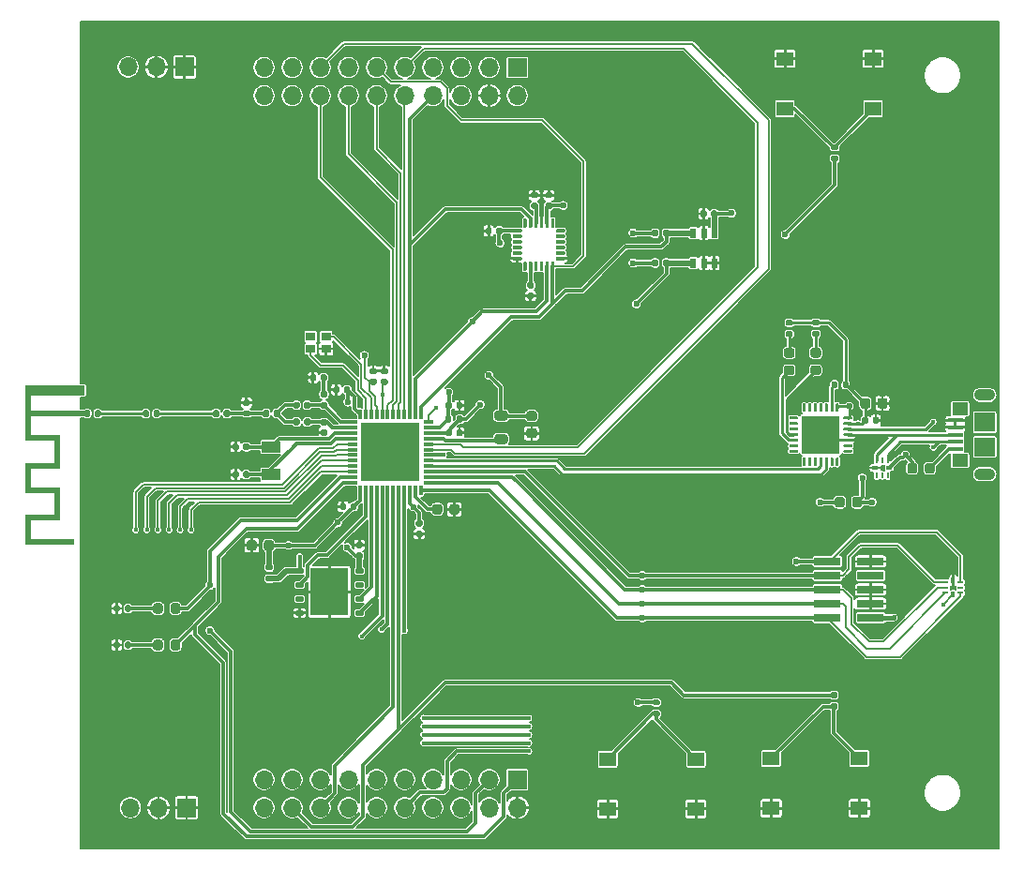
<source format=gbr>
%TF.GenerationSoftware,KiCad,Pcbnew,(5.1.9)-1*%
%TF.CreationDate,2021-08-18T01:11:22-04:00*%
%TF.ProjectId,CC2652_OnBoard,43433236-3532-45f4-9f6e-426f6172642e,rev?*%
%TF.SameCoordinates,Original*%
%TF.FileFunction,Copper,L1,Top*%
%TF.FilePolarity,Positive*%
%FSLAX46Y46*%
G04 Gerber Fmt 4.6, Leading zero omitted, Abs format (unit mm)*
G04 Created by KiCad (PCBNEW (5.1.9)-1) date 2021-08-18 01:11:22*
%MOMM*%
%LPD*%
G01*
G04 APERTURE LIST*
%TA.AperFunction,EtchedComponent*%
%ADD10C,0.100000*%
%TD*%
%TA.AperFunction,ConnectorPad*%
%ADD11R,0.500000X0.500000*%
%TD*%
%TA.AperFunction,ComponentPad*%
%ADD12R,0.500000X0.900000*%
%TD*%
%TA.AperFunction,SMDPad,CuDef*%
%ADD13R,0.850000X0.300000*%
%TD*%
%TA.AperFunction,SMDPad,CuDef*%
%ADD14R,0.300000X0.850000*%
%TD*%
%TA.AperFunction,SMDPad,CuDef*%
%ADD15R,5.250000X5.250000*%
%TD*%
%TA.AperFunction,SMDPad,CuDef*%
%ADD16R,0.600000X0.300000*%
%TD*%
%TA.AperFunction,SMDPad,CuDef*%
%ADD17R,0.250000X0.550000*%
%TD*%
%TA.AperFunction,SMDPad,CuDef*%
%ADD18R,0.200000X0.550000*%
%TD*%
%TA.AperFunction,SMDPad,CuDef*%
%ADD19R,1.450000X1.150000*%
%TD*%
%TA.AperFunction,ComponentPad*%
%ADD20O,1.900000X1.050000*%
%TD*%
%TA.AperFunction,SMDPad,CuDef*%
%ADD21R,1.900000X1.750000*%
%TD*%
%TA.AperFunction,SMDPad,CuDef*%
%ADD22R,1.400000X0.400000*%
%TD*%
%TA.AperFunction,SMDPad,CuDef*%
%ADD23R,0.300000X0.600000*%
%TD*%
%TA.AperFunction,SMDPad,CuDef*%
%ADD24R,0.550000X0.250000*%
%TD*%
%TA.AperFunction,SMDPad,CuDef*%
%ADD25R,0.550000X0.200000*%
%TD*%
%TA.AperFunction,SMDPad,CuDef*%
%ADD26R,0.550000X0.900000*%
%TD*%
%TA.AperFunction,SMDPad,CuDef*%
%ADD27R,3.350000X3.350000*%
%TD*%
%TA.AperFunction,ComponentPad*%
%ADD28O,1.700000X1.700000*%
%TD*%
%TA.AperFunction,ComponentPad*%
%ADD29R,1.700000X1.700000*%
%TD*%
%TA.AperFunction,SMDPad,CuDef*%
%ADD30R,2.400000X0.740000*%
%TD*%
%TA.AperFunction,SMDPad,CuDef*%
%ADD31R,3.400000X4.300000*%
%TD*%
%TA.AperFunction,SMDPad,CuDef*%
%ADD32R,1.550000X1.300000*%
%TD*%
%TA.AperFunction,SMDPad,CuDef*%
%ADD33R,0.900000X0.800000*%
%TD*%
%TA.AperFunction,SMDPad,CuDef*%
%ADD34R,1.800000X1.000000*%
%TD*%
%TA.AperFunction,ViaPad*%
%ADD35C,0.600000*%
%TD*%
%TA.AperFunction,ViaPad*%
%ADD36C,0.400000*%
%TD*%
%TA.AperFunction,Conductor*%
%ADD37C,0.300000*%
%TD*%
%TA.AperFunction,Conductor*%
%ADD38C,0.200000*%
%TD*%
%TA.AperFunction,Conductor*%
%ADD39C,0.293370*%
%TD*%
%TA.AperFunction,Conductor*%
%ADD40C,0.400000*%
%TD*%
%TA.AperFunction,Conductor*%
%ADD41C,0.500000*%
%TD*%
%TA.AperFunction,Conductor*%
%ADD42C,0.261112*%
%TD*%
%TA.AperFunction,Conductor*%
%ADD43C,0.127000*%
%TD*%
%TA.AperFunction,Conductor*%
%ADD44C,0.100000*%
%TD*%
G04 APERTURE END LIST*
D10*
%TO.C,REF\u002A\u002A*%
G36*
X77640000Y-82950000D02*
G01*
X77640000Y-84950000D01*
X75000000Y-84950000D01*
X75000000Y-87650000D01*
X77640000Y-87650000D01*
X77640000Y-89650000D01*
X75000000Y-89650000D01*
X75000000Y-92350000D01*
X79440000Y-92350000D01*
X79440000Y-91850000D01*
X75500000Y-91850000D01*
X75500000Y-90150000D01*
X78140000Y-90150000D01*
X78140000Y-87150000D01*
X75500000Y-87150000D01*
X75500000Y-85450000D01*
X78140000Y-85450000D01*
X78140000Y-82450000D01*
X75500000Y-82450000D01*
X75500000Y-80750000D01*
X80400000Y-80750000D01*
X80400000Y-80250000D01*
X75500000Y-80250000D01*
X75500000Y-78850000D01*
X80400000Y-78850000D01*
X80400000Y-77950000D01*
X80156785Y-77950000D01*
X80156785Y-78252417D01*
X80204395Y-78262258D01*
X80246797Y-78286326D01*
X80279581Y-78324269D01*
X80283935Y-78332181D01*
X80296043Y-78374844D01*
X80295300Y-78423363D01*
X80282400Y-78468878D01*
X80271787Y-78487489D01*
X80236553Y-78521132D01*
X80191368Y-78541691D01*
X80141842Y-78548222D01*
X80093583Y-78539782D01*
X80061357Y-78522888D01*
X80028687Y-78487628D01*
X80008592Y-78442318D01*
X80002018Y-78392733D01*
X80009908Y-78344647D01*
X80026814Y-78311755D01*
X80063584Y-78276815D01*
X80108378Y-78257153D01*
X80156785Y-78252417D01*
X80156785Y-77950000D01*
X75000000Y-77950000D01*
X75000000Y-82950000D01*
X77640000Y-82950000D01*
G37*
%TD*%
D11*
%TO.P,REF\u002A\u002A,1*%
%TO.N,ANT*%
X80150000Y-80500000D03*
D12*
%TO.P,REF\u002A\u002A,*%
%TO.N,GND*%
X80150000Y-78400000D03*
%TD*%
D13*
%TO.P,IC1,1*%
%TO.N,RF_P*%
X104550000Y-81250000D03*
%TO.P,IC1,2*%
%TO.N,RF_N*%
X104550000Y-81750000D03*
%TO.P,IC1,3*%
%TO.N,X32K_Q1*%
X104550000Y-82250000D03*
%TO.P,IC1,4*%
%TO.N,X32K_Q2*%
X104550000Y-82750000D03*
%TO.P,IC1,5*%
%TO.N,GPIO0*%
X104550000Y-83250000D03*
%TO.P,IC1,6*%
%TO.N,GPIO1*%
X104550000Y-83750000D03*
%TO.P,IC1,7*%
%TO.N,GPIO2*%
X104550000Y-84250000D03*
%TO.P,IC1,8*%
%TO.N,GPIO3*%
X104550000Y-84750000D03*
%TO.P,IC1,9*%
%TO.N,GPIO4*%
X104550000Y-85250000D03*
%TO.P,IC1,10*%
%TO.N,GPIO5*%
X104550000Y-85750000D03*
%TO.P,IC1,11*%
%TO.N,GPIO6*%
X104550000Y-86250000D03*
%TO.P,IC1,12*%
%TO.N,GPIO7*%
X104550000Y-86750000D03*
D14*
%TO.P,IC1,13*%
%TO.N,VDDS*%
X105250000Y-87450000D03*
%TO.P,IC1,14*%
%TO.N,FLASH_SDO*%
X105750000Y-87450000D03*
%TO.P,IC1,15*%
%TO.N,FLASH_CLK*%
X106250000Y-87450000D03*
%TO.P,IC1,16*%
%TO.N,FLASH_SDI*%
X106750000Y-87450000D03*
%TO.P,IC1,17*%
%TO.N,GPIO11*%
X107250000Y-87450000D03*
%TO.P,IC1,18*%
%TO.N,GPIO12*%
X107750000Y-87450000D03*
%TO.P,IC1,19*%
%TO.N,GPIO13*%
X108250000Y-87450000D03*
%TO.P,IC1,20*%
%TO.N,GPIO14*%
X108750000Y-87450000D03*
%TO.P,IC1,21*%
%TO.N,GPIO15*%
X109250000Y-87450000D03*
%TO.P,IC1,22*%
%TO.N,VDDS*%
X109750000Y-87450000D03*
%TO.P,IC1,23*%
%TO.N,Net-(C101-Pad1)*%
X110250000Y-87450000D03*
%TO.P,IC1,24*%
%TO.N,JTAG_TMSC*%
X110750000Y-87450000D03*
D13*
%TO.P,IC1,25*%
%TO.N,JTAG_TCKC*%
X111450000Y-86750000D03*
%TO.P,IC1,26*%
%TO.N,GPIO16-JTDO*%
X111450000Y-86250000D03*
%TO.P,IC1,27*%
%TO.N,GPIO17-JTDI*%
X111450000Y-85750000D03*
%TO.P,IC1,28*%
%TO.N,CP2102_TX*%
X111450000Y-85250000D03*
%TO.P,IC1,29*%
%TO.N,CP2102_RX*%
X111450000Y-84750000D03*
%TO.P,IC1,30*%
%TO.N,FLASH_nCS*%
X111450000Y-84250000D03*
%TO.P,IC1,31*%
%TO.N,GPIO21*%
X111450000Y-83750000D03*
%TO.P,IC1,32*%
%TO.N,GPIO22*%
X111450000Y-83250000D03*
%TO.P,IC1,33*%
%TO.N,DCDC_OUT*%
X111450000Y-82750000D03*
%TO.P,IC1,34*%
%TO.N,VDDS*%
X111450000Y-82250000D03*
%TO.P,IC1,35*%
%TO.N,RESET_N*%
X111450000Y-81750000D03*
%TO.P,IC1,36*%
%TO.N,GPIO23*%
X111450000Y-81250000D03*
D14*
%TO.P,IC1,37*%
%TO.N,GPIO24*%
X110750000Y-80550000D03*
%TO.P,IC1,38*%
%TO.N,GPIO25*%
X110250000Y-80550000D03*
%TO.P,IC1,39*%
%TO.N,GPIO26*%
X109750000Y-80550000D03*
%TO.P,IC1,40*%
%TO.N,GPIO27*%
X109250000Y-80550000D03*
%TO.P,IC1,41*%
%TO.N,GPIO28*%
X108750000Y-80550000D03*
%TO.P,IC1,42*%
%TO.N,GPIO29*%
X108250000Y-80550000D03*
%TO.P,IC1,43*%
%TO.N,GPIO30*%
X107750000Y-80550000D03*
%TO.P,IC1,44*%
%TO.N,VDDS*%
X107250000Y-80550000D03*
%TO.P,IC1,45*%
%TO.N,VDDR*%
X106750000Y-80550000D03*
%TO.P,IC1,46*%
%TO.N,X48M_N*%
X106250000Y-80550000D03*
%TO.P,IC1,47*%
%TO.N,X48M_P*%
X105750000Y-80550000D03*
%TO.P,IC1,48*%
%TO.N,VDDR*%
X105250000Y-80550000D03*
D15*
%TO.P,IC1,49*%
%TO.N,GND*%
X108000000Y-84000000D03*
%TD*%
%TO.P,EMI_VDDS_FILTER_USB1,2*%
%TO.N,Net-(EMI_VDDS_FILTER_USB1-Pad2)*%
%TA.AperFunction,SMDPad,CuDef*%
G36*
G01*
X156250000Y-85706250D02*
X156250000Y-85193750D01*
G75*
G02*
X156468750Y-84975000I218750J0D01*
G01*
X156906250Y-84975000D01*
G75*
G02*
X157125000Y-85193750I0J-218750D01*
G01*
X157125000Y-85706250D01*
G75*
G02*
X156906250Y-85925000I-218750J0D01*
G01*
X156468750Y-85925000D01*
G75*
G02*
X156250000Y-85706250I0J218750D01*
G01*
G37*
%TD.AperFunction*%
%TO.P,EMI_VDDS_FILTER_USB1,1*%
%TO.N,USB_VBUS*%
%TA.AperFunction,SMDPad,CuDef*%
G36*
G01*
X154675000Y-85706250D02*
X154675000Y-85193750D01*
G75*
G02*
X154893750Y-84975000I218750J0D01*
G01*
X155331250Y-84975000D01*
G75*
G02*
X155550000Y-85193750I0J-218750D01*
G01*
X155550000Y-85706250D01*
G75*
G02*
X155331250Y-85925000I-218750J0D01*
G01*
X154893750Y-85925000D01*
G75*
G02*
X154675000Y-85706250I0J218750D01*
G01*
G37*
%TD.AperFunction*%
%TD*%
D16*
%TO.P,USB_ESD1,8*%
%TO.N,USB_VBUS*%
X153050000Y-85400000D03*
D17*
%TO.P,USB_ESD1,7*%
%TO.N,Net-(USB_ESD1-Pad7)*%
X152900000Y-86075000D03*
D18*
%TO.P,USB_ESD1,6*%
%TO.N,Net-(USB_ESD1-Pad6)*%
X152400000Y-86075000D03*
D17*
%TO.P,USB_ESD1,5*%
%TO.N,Net-(USB_ESD1-Pad5)*%
X151900000Y-86075000D03*
D16*
%TO.P,USB_ESD1,4*%
%TO.N,GND*%
X151750000Y-85400000D03*
D17*
%TO.P,USB_ESD1,3*%
%TO.N,USB_D+*%
X151900000Y-84725000D03*
D18*
%TO.P,USB_ESD1,2*%
%TO.N,Net-(USB_ESD1-Pad2)*%
X152400000Y-84725000D03*
D17*
%TO.P,USB_ESD1,1*%
%TO.N,USB_D-*%
X152900000Y-84725000D03*
%TD*%
D19*
%TO.P,USB_CONNECTOR_A1,6*%
%TO.N,N/C*%
X159420000Y-84720000D03*
X159420000Y-80080000D03*
D20*
X161650000Y-78825000D03*
X161650000Y-85975000D03*
D21*
X161650000Y-83525000D03*
D22*
%TO.P,USB_CONNECTOR_A1,3*%
%TO.N,USB_D+*%
X159000000Y-82400000D03*
%TO.P,USB_CONNECTOR_A1,4*%
%TO.N,GND*%
X159000000Y-81750000D03*
%TO.P,USB_CONNECTOR_A1,5*%
X159000000Y-81100000D03*
%TO.P,USB_CONNECTOR_A1,1*%
%TO.N,Net-(EMI_VDDS_FILTER_USB1-Pad2)*%
X159000000Y-83700000D03*
%TO.P,USB_CONNECTOR_A1,2*%
%TO.N,USB_D-*%
X159000000Y-83050000D03*
D21*
%TO.P,USB_CONNECTOR_A1,6*%
%TO.N,N/C*%
X161650000Y-81275000D03*
%TD*%
%TO.P,FLASH_nCS_PUR1,2*%
%TO.N,FLASH_nCS*%
%TA.AperFunction,SMDPad,CuDef*%
G36*
G01*
X96865000Y-95140000D02*
X97235000Y-95140000D01*
G75*
G02*
X97370000Y-95275000I0J-135000D01*
G01*
X97370000Y-95545000D01*
G75*
G02*
X97235000Y-95680000I-135000J0D01*
G01*
X96865000Y-95680000D01*
G75*
G02*
X96730000Y-95545000I0J135000D01*
G01*
X96730000Y-95275000D01*
G75*
G02*
X96865000Y-95140000I135000J0D01*
G01*
G37*
%TD.AperFunction*%
%TO.P,FLASH_nCS_PUR1,1*%
%TO.N,VDDS*%
%TA.AperFunction,SMDPad,CuDef*%
G36*
G01*
X96865000Y-94120000D02*
X97235000Y-94120000D01*
G75*
G02*
X97370000Y-94255000I0J-135000D01*
G01*
X97370000Y-94525000D01*
G75*
G02*
X97235000Y-94660000I-135000J0D01*
G01*
X96865000Y-94660000D01*
G75*
G02*
X96730000Y-94525000I0J135000D01*
G01*
X96730000Y-94255000D01*
G75*
G02*
X96865000Y-94120000I135000J0D01*
G01*
G37*
%TD.AperFunction*%
%TD*%
%TO.P,CP2102_nRST_R1,2*%
%TO.N,CP2102_nRST*%
%TA.AperFunction,SMDPad,CuDef*%
G36*
G01*
X148360000Y-77715000D02*
X148360000Y-78085000D01*
G75*
G02*
X148225000Y-78220000I-135000J0D01*
G01*
X147955000Y-78220000D01*
G75*
G02*
X147820000Y-78085000I0J135000D01*
G01*
X147820000Y-77715000D01*
G75*
G02*
X147955000Y-77580000I135000J0D01*
G01*
X148225000Y-77580000D01*
G75*
G02*
X148360000Y-77715000I0J-135000D01*
G01*
G37*
%TD.AperFunction*%
%TO.P,CP2102_nRST_R1,1*%
%TO.N,Vin_CC2652*%
%TA.AperFunction,SMDPad,CuDef*%
G36*
G01*
X149380000Y-77715000D02*
X149380000Y-78085000D01*
G75*
G02*
X149245000Y-78220000I-135000J0D01*
G01*
X148975000Y-78220000D01*
G75*
G02*
X148840000Y-78085000I0J135000D01*
G01*
X148840000Y-77715000D01*
G75*
G02*
X148975000Y-77580000I135000J0D01*
G01*
X149245000Y-77580000D01*
G75*
G02*
X149380000Y-77715000I0J-135000D01*
G01*
G37*
%TD.AperFunction*%
%TD*%
D23*
%TO.P,JTAG_ESD1,8*%
%TO.N,Vin_CC2652*%
X158800000Y-96850000D03*
D24*
%TO.P,JTAG_ESD1,7*%
%TO.N,JTAG_TCKC*%
X158125000Y-96700000D03*
D25*
%TO.P,JTAG_ESD1,6*%
%TO.N,GPIO16-JTDO*%
X158125000Y-96200000D03*
D24*
%TO.P,JTAG_ESD1,5*%
%TO.N,GPIO17-JTDI*%
X158125000Y-95700000D03*
D23*
%TO.P,JTAG_ESD1,4*%
%TO.N,GND*%
X158800000Y-95550000D03*
D24*
%TO.P,JTAG_ESD1,3*%
%TO.N,RESET_N*%
X159475000Y-95700000D03*
D25*
%TO.P,JTAG_ESD1,2*%
%TO.N,Net-(JTAG_ESD1-Pad2)*%
X159475000Y-96200000D03*
D24*
%TO.P,JTAG_ESD1,1*%
%TO.N,JTAG_TMSC*%
X159475000Y-96700000D03*
%TD*%
D26*
%TO.P,Hall 3D,6*%
%TO.N,GPIO24*%
X135350000Y-64200000D03*
%TO.P,Hall 3D,5*%
%TO.N,GND*%
X136300000Y-64200000D03*
%TO.P,Hall 3D,4*%
%TO.N,VDDS*%
X137250000Y-64200000D03*
%TO.P,Hall 3D,3*%
%TO.N,GND*%
X137250000Y-66900000D03*
%TO.P,Hall 3D,2*%
X136300000Y-66900000D03*
%TO.P,Hall 3D,1*%
%TO.N,GPIO25*%
X135350000Y-66900000D03*
%TD*%
D27*
%TO.P,USB_UART1,29*%
%TO.N,GND*%
X146850000Y-82400000D03*
%TO.P,USB_UART1,28*%
%TO.N,Net-(USB_UART1-Pad28)*%
%TA.AperFunction,SMDPad,CuDef*%
G36*
G01*
X148475000Y-84512500D02*
X148475000Y-85187500D01*
G75*
G02*
X148412500Y-85250000I-62500J0D01*
G01*
X148287500Y-85250000D01*
G75*
G02*
X148225000Y-85187500I0J62500D01*
G01*
X148225000Y-84512500D01*
G75*
G02*
X148287500Y-84450000I62500J0D01*
G01*
X148412500Y-84450000D01*
G75*
G02*
X148475000Y-84512500I0J-62500D01*
G01*
G37*
%TD.AperFunction*%
%TO.P,USB_UART1,27*%
%TO.N,Net-(USB_UART1-Pad27)*%
%TA.AperFunction,SMDPad,CuDef*%
G36*
G01*
X147975000Y-84512500D02*
X147975000Y-85187500D01*
G75*
G02*
X147912500Y-85250000I-62500J0D01*
G01*
X147787500Y-85250000D01*
G75*
G02*
X147725000Y-85187500I0J62500D01*
G01*
X147725000Y-84512500D01*
G75*
G02*
X147787500Y-84450000I62500J0D01*
G01*
X147912500Y-84450000D01*
G75*
G02*
X147975000Y-84512500I0J-62500D01*
G01*
G37*
%TD.AperFunction*%
%TO.P,USB_UART1,26*%
%TO.N,CP2102_TX*%
%TA.AperFunction,SMDPad,CuDef*%
G36*
G01*
X147475000Y-84512500D02*
X147475000Y-85187500D01*
G75*
G02*
X147412500Y-85250000I-62500J0D01*
G01*
X147287500Y-85250000D01*
G75*
G02*
X147225000Y-85187500I0J62500D01*
G01*
X147225000Y-84512500D01*
G75*
G02*
X147287500Y-84450000I62500J0D01*
G01*
X147412500Y-84450000D01*
G75*
G02*
X147475000Y-84512500I0J-62500D01*
G01*
G37*
%TD.AperFunction*%
%TO.P,USB_UART1,25*%
%TO.N,CP2102_RX*%
%TA.AperFunction,SMDPad,CuDef*%
G36*
G01*
X146975000Y-84512500D02*
X146975000Y-85187500D01*
G75*
G02*
X146912500Y-85250000I-62500J0D01*
G01*
X146787500Y-85250000D01*
G75*
G02*
X146725000Y-85187500I0J62500D01*
G01*
X146725000Y-84512500D01*
G75*
G02*
X146787500Y-84450000I62500J0D01*
G01*
X146912500Y-84450000D01*
G75*
G02*
X146975000Y-84512500I0J-62500D01*
G01*
G37*
%TD.AperFunction*%
%TO.P,USB_UART1,24*%
%TO.N,CP2102_RTS*%
%TA.AperFunction,SMDPad,CuDef*%
G36*
G01*
X146475000Y-84512500D02*
X146475000Y-85187500D01*
G75*
G02*
X146412500Y-85250000I-62500J0D01*
G01*
X146287500Y-85250000D01*
G75*
G02*
X146225000Y-85187500I0J62500D01*
G01*
X146225000Y-84512500D01*
G75*
G02*
X146287500Y-84450000I62500J0D01*
G01*
X146412500Y-84450000D01*
G75*
G02*
X146475000Y-84512500I0J-62500D01*
G01*
G37*
%TD.AperFunction*%
%TO.P,USB_UART1,23*%
%TO.N,CP2102_CTS*%
%TA.AperFunction,SMDPad,CuDef*%
G36*
G01*
X145975000Y-84512500D02*
X145975000Y-85187500D01*
G75*
G02*
X145912500Y-85250000I-62500J0D01*
G01*
X145787500Y-85250000D01*
G75*
G02*
X145725000Y-85187500I0J62500D01*
G01*
X145725000Y-84512500D01*
G75*
G02*
X145787500Y-84450000I62500J0D01*
G01*
X145912500Y-84450000D01*
G75*
G02*
X145975000Y-84512500I0J-62500D01*
G01*
G37*
%TD.AperFunction*%
%TO.P,USB_UART1,22*%
%TO.N,Net-(USB_UART1-Pad22)*%
%TA.AperFunction,SMDPad,CuDef*%
G36*
G01*
X145475000Y-84512500D02*
X145475000Y-85187500D01*
G75*
G02*
X145412500Y-85250000I-62500J0D01*
G01*
X145287500Y-85250000D01*
G75*
G02*
X145225000Y-85187500I0J62500D01*
G01*
X145225000Y-84512500D01*
G75*
G02*
X145287500Y-84450000I62500J0D01*
G01*
X145412500Y-84450000D01*
G75*
G02*
X145475000Y-84512500I0J-62500D01*
G01*
G37*
%TD.AperFunction*%
%TO.P,USB_UART1,21*%
%TO.N,Net-(USB_UART1-Pad21)*%
%TA.AperFunction,SMDPad,CuDef*%
G36*
G01*
X144800000Y-83837500D02*
X144800000Y-83962500D01*
G75*
G02*
X144737500Y-84025000I-62500J0D01*
G01*
X144062500Y-84025000D01*
G75*
G02*
X144000000Y-83962500I0J62500D01*
G01*
X144000000Y-83837500D01*
G75*
G02*
X144062500Y-83775000I62500J0D01*
G01*
X144737500Y-83775000D01*
G75*
G02*
X144800000Y-83837500I0J-62500D01*
G01*
G37*
%TD.AperFunction*%
%TO.P,USB_UART1,20*%
%TO.N,Net-(USB_UART1-Pad20)*%
%TA.AperFunction,SMDPad,CuDef*%
G36*
G01*
X144800000Y-83337500D02*
X144800000Y-83462500D01*
G75*
G02*
X144737500Y-83525000I-62500J0D01*
G01*
X144062500Y-83525000D01*
G75*
G02*
X144000000Y-83462500I0J62500D01*
G01*
X144000000Y-83337500D01*
G75*
G02*
X144062500Y-83275000I62500J0D01*
G01*
X144737500Y-83275000D01*
G75*
G02*
X144800000Y-83337500I0J-62500D01*
G01*
G37*
%TD.AperFunction*%
%TO.P,USB_UART1,19*%
%TO.N,CP2102_TX_LED*%
%TA.AperFunction,SMDPad,CuDef*%
G36*
G01*
X144800000Y-82837500D02*
X144800000Y-82962500D01*
G75*
G02*
X144737500Y-83025000I-62500J0D01*
G01*
X144062500Y-83025000D01*
G75*
G02*
X144000000Y-82962500I0J62500D01*
G01*
X144000000Y-82837500D01*
G75*
G02*
X144062500Y-82775000I62500J0D01*
G01*
X144737500Y-82775000D01*
G75*
G02*
X144800000Y-82837500I0J-62500D01*
G01*
G37*
%TD.AperFunction*%
%TO.P,USB_UART1,18*%
%TO.N,CP2102_RX_LED*%
%TA.AperFunction,SMDPad,CuDef*%
G36*
G01*
X144800000Y-82337500D02*
X144800000Y-82462500D01*
G75*
G02*
X144737500Y-82525000I-62500J0D01*
G01*
X144062500Y-82525000D01*
G75*
G02*
X144000000Y-82462500I0J62500D01*
G01*
X144000000Y-82337500D01*
G75*
G02*
X144062500Y-82275000I62500J0D01*
G01*
X144737500Y-82275000D01*
G75*
G02*
X144800000Y-82337500I0J-62500D01*
G01*
G37*
%TD.AperFunction*%
%TO.P,USB_UART1,17*%
%TO.N,Net-(USB_UART1-Pad17)*%
%TA.AperFunction,SMDPad,CuDef*%
G36*
G01*
X144800000Y-81837500D02*
X144800000Y-81962500D01*
G75*
G02*
X144737500Y-82025000I-62500J0D01*
G01*
X144062500Y-82025000D01*
G75*
G02*
X144000000Y-81962500I0J62500D01*
G01*
X144000000Y-81837500D01*
G75*
G02*
X144062500Y-81775000I62500J0D01*
G01*
X144737500Y-81775000D01*
G75*
G02*
X144800000Y-81837500I0J-62500D01*
G01*
G37*
%TD.AperFunction*%
%TO.P,USB_UART1,16*%
%TO.N,Net-(USB_UART1-Pad16)*%
%TA.AperFunction,SMDPad,CuDef*%
G36*
G01*
X144800000Y-81337500D02*
X144800000Y-81462500D01*
G75*
G02*
X144737500Y-81525000I-62500J0D01*
G01*
X144062500Y-81525000D01*
G75*
G02*
X144000000Y-81462500I0J62500D01*
G01*
X144000000Y-81337500D01*
G75*
G02*
X144062500Y-81275000I62500J0D01*
G01*
X144737500Y-81275000D01*
G75*
G02*
X144800000Y-81337500I0J-62500D01*
G01*
G37*
%TD.AperFunction*%
%TO.P,USB_UART1,15*%
%TO.N,Net-(USB_UART1-Pad15)*%
%TA.AperFunction,SMDPad,CuDef*%
G36*
G01*
X144800000Y-80837500D02*
X144800000Y-80962500D01*
G75*
G02*
X144737500Y-81025000I-62500J0D01*
G01*
X144062500Y-81025000D01*
G75*
G02*
X144000000Y-80962500I0J62500D01*
G01*
X144000000Y-80837500D01*
G75*
G02*
X144062500Y-80775000I62500J0D01*
G01*
X144737500Y-80775000D01*
G75*
G02*
X144800000Y-80837500I0J-62500D01*
G01*
G37*
%TD.AperFunction*%
%TO.P,USB_UART1,14*%
%TO.N,Net-(USB_UART1-Pad14)*%
%TA.AperFunction,SMDPad,CuDef*%
G36*
G01*
X145475000Y-79612500D02*
X145475000Y-80287500D01*
G75*
G02*
X145412500Y-80350000I-62500J0D01*
G01*
X145287500Y-80350000D01*
G75*
G02*
X145225000Y-80287500I0J62500D01*
G01*
X145225000Y-79612500D01*
G75*
G02*
X145287500Y-79550000I62500J0D01*
G01*
X145412500Y-79550000D01*
G75*
G02*
X145475000Y-79612500I0J-62500D01*
G01*
G37*
%TD.AperFunction*%
%TO.P,USB_UART1,13*%
%TO.N,Net-(USB_UART1-Pad13)*%
%TA.AperFunction,SMDPad,CuDef*%
G36*
G01*
X145975000Y-79612500D02*
X145975000Y-80287500D01*
G75*
G02*
X145912500Y-80350000I-62500J0D01*
G01*
X145787500Y-80350000D01*
G75*
G02*
X145725000Y-80287500I0J62500D01*
G01*
X145725000Y-79612500D01*
G75*
G02*
X145787500Y-79550000I62500J0D01*
G01*
X145912500Y-79550000D01*
G75*
G02*
X145975000Y-79612500I0J-62500D01*
G01*
G37*
%TD.AperFunction*%
%TO.P,USB_UART1,12*%
%TO.N,Net-(USB_UART1-Pad12)*%
%TA.AperFunction,SMDPad,CuDef*%
G36*
G01*
X146475000Y-79612500D02*
X146475000Y-80287500D01*
G75*
G02*
X146412500Y-80350000I-62500J0D01*
G01*
X146287500Y-80350000D01*
G75*
G02*
X146225000Y-80287500I0J62500D01*
G01*
X146225000Y-79612500D01*
G75*
G02*
X146287500Y-79550000I62500J0D01*
G01*
X146412500Y-79550000D01*
G75*
G02*
X146475000Y-79612500I0J-62500D01*
G01*
G37*
%TD.AperFunction*%
%TO.P,USB_UART1,11*%
%TO.N,Net-(USB_UART1-Pad11)*%
%TA.AperFunction,SMDPad,CuDef*%
G36*
G01*
X146975000Y-79612500D02*
X146975000Y-80287500D01*
G75*
G02*
X146912500Y-80350000I-62500J0D01*
G01*
X146787500Y-80350000D01*
G75*
G02*
X146725000Y-80287500I0J62500D01*
G01*
X146725000Y-79612500D01*
G75*
G02*
X146787500Y-79550000I62500J0D01*
G01*
X146912500Y-79550000D01*
G75*
G02*
X146975000Y-79612500I0J-62500D01*
G01*
G37*
%TD.AperFunction*%
%TO.P,USB_UART1,10*%
%TO.N,Net-(USB_UART1-Pad10)*%
%TA.AperFunction,SMDPad,CuDef*%
G36*
G01*
X147475000Y-79612500D02*
X147475000Y-80287500D01*
G75*
G02*
X147412500Y-80350000I-62500J0D01*
G01*
X147287500Y-80350000D01*
G75*
G02*
X147225000Y-80287500I0J62500D01*
G01*
X147225000Y-79612500D01*
G75*
G02*
X147287500Y-79550000I62500J0D01*
G01*
X147412500Y-79550000D01*
G75*
G02*
X147475000Y-79612500I0J-62500D01*
G01*
G37*
%TD.AperFunction*%
%TO.P,USB_UART1,9*%
%TO.N,CP2102_nRST*%
%TA.AperFunction,SMDPad,CuDef*%
G36*
G01*
X147975000Y-79612500D02*
X147975000Y-80287500D01*
G75*
G02*
X147912500Y-80350000I-62500J0D01*
G01*
X147787500Y-80350000D01*
G75*
G02*
X147725000Y-80287500I0J62500D01*
G01*
X147725000Y-79612500D01*
G75*
G02*
X147787500Y-79550000I62500J0D01*
G01*
X147912500Y-79550000D01*
G75*
G02*
X147975000Y-79612500I0J-62500D01*
G01*
G37*
%TD.AperFunction*%
%TO.P,USB_UART1,8*%
%TO.N,USB_VBUS*%
%TA.AperFunction,SMDPad,CuDef*%
G36*
G01*
X148475000Y-79612500D02*
X148475000Y-80287500D01*
G75*
G02*
X148412500Y-80350000I-62500J0D01*
G01*
X148287500Y-80350000D01*
G75*
G02*
X148225000Y-80287500I0J62500D01*
G01*
X148225000Y-79612500D01*
G75*
G02*
X148287500Y-79550000I62500J0D01*
G01*
X148412500Y-79550000D01*
G75*
G02*
X148475000Y-79612500I0J-62500D01*
G01*
G37*
%TD.AperFunction*%
%TO.P,USB_UART1,7*%
%TA.AperFunction,SMDPad,CuDef*%
G36*
G01*
X149700000Y-80837500D02*
X149700000Y-80962500D01*
G75*
G02*
X149637500Y-81025000I-62500J0D01*
G01*
X148962500Y-81025000D01*
G75*
G02*
X148900000Y-80962500I0J62500D01*
G01*
X148900000Y-80837500D01*
G75*
G02*
X148962500Y-80775000I62500J0D01*
G01*
X149637500Y-80775000D01*
G75*
G02*
X149700000Y-80837500I0J-62500D01*
G01*
G37*
%TD.AperFunction*%
%TO.P,USB_UART1,6*%
%TO.N,Vin_CC2652*%
%TA.AperFunction,SMDPad,CuDef*%
G36*
G01*
X149700000Y-81337500D02*
X149700000Y-81462500D01*
G75*
G02*
X149637500Y-81525000I-62500J0D01*
G01*
X148962500Y-81525000D01*
G75*
G02*
X148900000Y-81462500I0J62500D01*
G01*
X148900000Y-81337500D01*
G75*
G02*
X148962500Y-81275000I62500J0D01*
G01*
X149637500Y-81275000D01*
G75*
G02*
X149700000Y-81337500I0J-62500D01*
G01*
G37*
%TD.AperFunction*%
%TO.P,USB_UART1,5*%
%TO.N,USB_D-*%
%TA.AperFunction,SMDPad,CuDef*%
G36*
G01*
X149700000Y-81837500D02*
X149700000Y-81962500D01*
G75*
G02*
X149637500Y-82025000I-62500J0D01*
G01*
X148962500Y-82025000D01*
G75*
G02*
X148900000Y-81962500I0J62500D01*
G01*
X148900000Y-81837500D01*
G75*
G02*
X148962500Y-81775000I62500J0D01*
G01*
X149637500Y-81775000D01*
G75*
G02*
X149700000Y-81837500I0J-62500D01*
G01*
G37*
%TD.AperFunction*%
%TO.P,USB_UART1,4*%
%TO.N,USB_D+*%
%TA.AperFunction,SMDPad,CuDef*%
G36*
G01*
X149700000Y-82337500D02*
X149700000Y-82462500D01*
G75*
G02*
X149637500Y-82525000I-62500J0D01*
G01*
X148962500Y-82525000D01*
G75*
G02*
X148900000Y-82462500I0J62500D01*
G01*
X148900000Y-82337500D01*
G75*
G02*
X148962500Y-82275000I62500J0D01*
G01*
X149637500Y-82275000D01*
G75*
G02*
X149700000Y-82337500I0J-62500D01*
G01*
G37*
%TD.AperFunction*%
%TO.P,USB_UART1,3*%
%TO.N,GND*%
%TA.AperFunction,SMDPad,CuDef*%
G36*
G01*
X149700000Y-82837500D02*
X149700000Y-82962500D01*
G75*
G02*
X149637500Y-83025000I-62500J0D01*
G01*
X148962500Y-83025000D01*
G75*
G02*
X148900000Y-82962500I0J62500D01*
G01*
X148900000Y-82837500D01*
G75*
G02*
X148962500Y-82775000I62500J0D01*
G01*
X149637500Y-82775000D01*
G75*
G02*
X149700000Y-82837500I0J-62500D01*
G01*
G37*
%TD.AperFunction*%
%TO.P,USB_UART1,2*%
%TO.N,Net-(USB_UART1-Pad2)*%
%TA.AperFunction,SMDPad,CuDef*%
G36*
G01*
X149700000Y-83337500D02*
X149700000Y-83462500D01*
G75*
G02*
X149637500Y-83525000I-62500J0D01*
G01*
X148962500Y-83525000D01*
G75*
G02*
X148900000Y-83462500I0J62500D01*
G01*
X148900000Y-83337500D01*
G75*
G02*
X148962500Y-83275000I62500J0D01*
G01*
X149637500Y-83275000D01*
G75*
G02*
X149700000Y-83337500I0J-62500D01*
G01*
G37*
%TD.AperFunction*%
%TO.P,USB_UART1,1*%
%TO.N,Net-(USB_UART1-Pad1)*%
%TA.AperFunction,SMDPad,CuDef*%
G36*
G01*
X149700000Y-83837500D02*
X149700000Y-83962500D01*
G75*
G02*
X149637500Y-84025000I-62500J0D01*
G01*
X148962500Y-84025000D01*
G75*
G02*
X148900000Y-83962500I0J62500D01*
G01*
X148900000Y-83837500D01*
G75*
G02*
X148962500Y-83775000I62500J0D01*
G01*
X149637500Y-83775000D01*
G75*
G02*
X149700000Y-83837500I0J-62500D01*
G01*
G37*
%TD.AperFunction*%
%TD*%
%TO.P,R_RESET1,2*%
%TO.N,Net-(BTN_RST1-Pad2)*%
%TA.AperFunction,SMDPad,CuDef*%
G36*
G01*
X148305000Y-56710000D02*
X147935000Y-56710000D01*
G75*
G02*
X147800000Y-56575000I0J135000D01*
G01*
X147800000Y-56305000D01*
G75*
G02*
X147935000Y-56170000I135000J0D01*
G01*
X148305000Y-56170000D01*
G75*
G02*
X148440000Y-56305000I0J-135000D01*
G01*
X148440000Y-56575000D01*
G75*
G02*
X148305000Y-56710000I-135000J0D01*
G01*
G37*
%TD.AperFunction*%
%TO.P,R_RESET1,1*%
%TO.N,RESET_N*%
%TA.AperFunction,SMDPad,CuDef*%
G36*
G01*
X148305000Y-57730000D02*
X147935000Y-57730000D01*
G75*
G02*
X147800000Y-57595000I0J135000D01*
G01*
X147800000Y-57325000D01*
G75*
G02*
X147935000Y-57190000I135000J0D01*
G01*
X148305000Y-57190000D01*
G75*
G02*
X148440000Y-57325000I0J-135000D01*
G01*
X148440000Y-57595000D01*
G75*
G02*
X148305000Y-57730000I-135000J0D01*
G01*
G37*
%TD.AperFunction*%
%TD*%
%TO.P,R_LED_VERDE1,2*%
%TO.N,GND*%
%TA.AperFunction,SMDPad,CuDef*%
G36*
G01*
X83560000Y-101215000D02*
X83560000Y-101585000D01*
G75*
G02*
X83425000Y-101720000I-135000J0D01*
G01*
X83155000Y-101720000D01*
G75*
G02*
X83020000Y-101585000I0J135000D01*
G01*
X83020000Y-101215000D01*
G75*
G02*
X83155000Y-101080000I135000J0D01*
G01*
X83425000Y-101080000D01*
G75*
G02*
X83560000Y-101215000I0J-135000D01*
G01*
G37*
%TD.AperFunction*%
%TO.P,R_LED_VERDE1,1*%
%TO.N,Net-(LED_VERDE1-Pad1)*%
%TA.AperFunction,SMDPad,CuDef*%
G36*
G01*
X84580000Y-101215000D02*
X84580000Y-101585000D01*
G75*
G02*
X84445000Y-101720000I-135000J0D01*
G01*
X84175000Y-101720000D01*
G75*
G02*
X84040000Y-101585000I0J135000D01*
G01*
X84040000Y-101215000D01*
G75*
G02*
X84175000Y-101080000I135000J0D01*
G01*
X84445000Y-101080000D01*
G75*
G02*
X84580000Y-101215000I0J-135000D01*
G01*
G37*
%TD.AperFunction*%
%TD*%
%TO.P,R_LED_USB_Tx1,2*%
%TO.N,Net-(D_Tx1-Pad2)*%
%TA.AperFunction,SMDPad,CuDef*%
G36*
G01*
X143815000Y-73040000D02*
X144185000Y-73040000D01*
G75*
G02*
X144320000Y-73175000I0J-135000D01*
G01*
X144320000Y-73445000D01*
G75*
G02*
X144185000Y-73580000I-135000J0D01*
G01*
X143815000Y-73580000D01*
G75*
G02*
X143680000Y-73445000I0J135000D01*
G01*
X143680000Y-73175000D01*
G75*
G02*
X143815000Y-73040000I135000J0D01*
G01*
G37*
%TD.AperFunction*%
%TO.P,R_LED_USB_Tx1,1*%
%TO.N,Vin_CC2652*%
%TA.AperFunction,SMDPad,CuDef*%
G36*
G01*
X143815000Y-72020000D02*
X144185000Y-72020000D01*
G75*
G02*
X144320000Y-72155000I0J-135000D01*
G01*
X144320000Y-72425000D01*
G75*
G02*
X144185000Y-72560000I-135000J0D01*
G01*
X143815000Y-72560000D01*
G75*
G02*
X143680000Y-72425000I0J135000D01*
G01*
X143680000Y-72155000D01*
G75*
G02*
X143815000Y-72020000I135000J0D01*
G01*
G37*
%TD.AperFunction*%
%TD*%
%TO.P,R_LED_USB_Rx1,2*%
%TO.N,Net-(D_Rx1-Pad2)*%
%TA.AperFunction,SMDPad,CuDef*%
G36*
G01*
X146215000Y-73040000D02*
X146585000Y-73040000D01*
G75*
G02*
X146720000Y-73175000I0J-135000D01*
G01*
X146720000Y-73445000D01*
G75*
G02*
X146585000Y-73580000I-135000J0D01*
G01*
X146215000Y-73580000D01*
G75*
G02*
X146080000Y-73445000I0J135000D01*
G01*
X146080000Y-73175000D01*
G75*
G02*
X146215000Y-73040000I135000J0D01*
G01*
G37*
%TD.AperFunction*%
%TO.P,R_LED_USB_Rx1,1*%
%TO.N,Vin_CC2652*%
%TA.AperFunction,SMDPad,CuDef*%
G36*
G01*
X146215000Y-72020000D02*
X146585000Y-72020000D01*
G75*
G02*
X146720000Y-72155000I0J-135000D01*
G01*
X146720000Y-72425000D01*
G75*
G02*
X146585000Y-72560000I-135000J0D01*
G01*
X146215000Y-72560000D01*
G75*
G02*
X146080000Y-72425000I0J135000D01*
G01*
X146080000Y-72155000D01*
G75*
G02*
X146215000Y-72020000I135000J0D01*
G01*
G37*
%TD.AperFunction*%
%TD*%
%TO.P,R_LED_ROJO1,2*%
%TO.N,GND*%
%TA.AperFunction,SMDPad,CuDef*%
G36*
G01*
X83560000Y-97915000D02*
X83560000Y-98285000D01*
G75*
G02*
X83425000Y-98420000I-135000J0D01*
G01*
X83155000Y-98420000D01*
G75*
G02*
X83020000Y-98285000I0J135000D01*
G01*
X83020000Y-97915000D01*
G75*
G02*
X83155000Y-97780000I135000J0D01*
G01*
X83425000Y-97780000D01*
G75*
G02*
X83560000Y-97915000I0J-135000D01*
G01*
G37*
%TD.AperFunction*%
%TO.P,R_LED_ROJO1,1*%
%TO.N,Net-(LED_ROJO1-Pad1)*%
%TA.AperFunction,SMDPad,CuDef*%
G36*
G01*
X84580000Y-97915000D02*
X84580000Y-98285000D01*
G75*
G02*
X84445000Y-98420000I-135000J0D01*
G01*
X84175000Y-98420000D01*
G75*
G02*
X84040000Y-98285000I0J135000D01*
G01*
X84040000Y-97915000D01*
G75*
G02*
X84175000Y-97780000I135000J0D01*
G01*
X84445000Y-97780000D01*
G75*
G02*
X84580000Y-97915000I0J-135000D01*
G01*
G37*
%TD.AperFunction*%
%TD*%
%TO.P,R3,2*%
%TO.N,RESET_N*%
%TA.AperFunction,SMDPad,CuDef*%
G36*
G01*
X113510000Y-80815000D02*
X113510000Y-81185000D01*
G75*
G02*
X113375000Y-81320000I-135000J0D01*
G01*
X113105000Y-81320000D01*
G75*
G02*
X112970000Y-81185000I0J135000D01*
G01*
X112970000Y-80815000D01*
G75*
G02*
X113105000Y-80680000I135000J0D01*
G01*
X113375000Y-80680000D01*
G75*
G02*
X113510000Y-80815000I0J-135000D01*
G01*
G37*
%TD.AperFunction*%
%TO.P,R3,1*%
%TO.N,VDDS*%
%TA.AperFunction,SMDPad,CuDef*%
G36*
G01*
X114530000Y-80815000D02*
X114530000Y-81185000D01*
G75*
G02*
X114395000Y-81320000I-135000J0D01*
G01*
X114125000Y-81320000D01*
G75*
G02*
X113990000Y-81185000I0J135000D01*
G01*
X113990000Y-80815000D01*
G75*
G02*
X114125000Y-80680000I135000J0D01*
G01*
X114395000Y-80680000D01*
G75*
G02*
X114530000Y-80815000I0J-135000D01*
G01*
G37*
%TD.AperFunction*%
%TD*%
D28*
%TO.P,PINS_PWR_IZQ1,3*%
%TO.N,USB_VBUS*%
X84320000Y-49200000D03*
%TO.P,PINS_PWR_IZQ1,2*%
%TO.N,GND*%
X86860000Y-49200000D03*
D29*
%TO.P,PINS_PWR_IZQ1,1*%
X89400000Y-49200000D03*
%TD*%
D28*
%TO.P,PINS_PWR_DER1,3*%
%TO.N,VDDS*%
X84520000Y-116100000D03*
%TO.P,PINS_PWR_DER1,2*%
%TO.N,GND*%
X87060000Y-116100000D03*
D29*
%TO.P,PINS_PWR_DER1,1*%
X89600000Y-116100000D03*
%TD*%
D28*
%TO.P,PINS_IZQ1,20*%
%TO.N,GPIO1*%
X96590000Y-51790000D03*
%TO.P,PINS_IZQ1,19*%
%TO.N,GPIO5*%
X96590000Y-49250000D03*
%TO.P,PINS_IZQ1,18*%
%TO.N,GPIO0*%
X99130000Y-51790000D03*
%TO.P,PINS_IZQ1,17*%
%TO.N,GPIO4*%
X99130000Y-49250000D03*
%TO.P,PINS_IZQ1,16*%
%TO.N,GPIO30*%
X101670000Y-51790000D03*
%TO.P,PINS_IZQ1,15*%
%TO.N,GPIO21*%
X101670000Y-49250000D03*
%TO.P,PINS_IZQ1,14*%
%TO.N,GPIO29*%
X104210000Y-51790000D03*
%TO.P,PINS_IZQ1,13*%
%TO.N,Net-(PINS_IZQ1-Pad13)*%
X104210000Y-49250000D03*
%TO.P,PINS_IZQ1,12*%
%TO.N,GPIO28*%
X106750000Y-51790000D03*
%TO.P,PINS_IZQ1,11*%
%TO.N,GPIO24*%
X106750000Y-49250000D03*
%TO.P,PINS_IZQ1,10*%
%TO.N,GPIO27*%
X109290000Y-51790000D03*
%TO.P,PINS_IZQ1,9*%
%TO.N,GPIO22*%
X109290000Y-49250000D03*
%TO.P,PINS_IZQ1,8*%
%TO.N,GPIO26*%
X111830000Y-51790000D03*
%TO.P,PINS_IZQ1,7*%
%TO.N,GPIO3*%
X111830000Y-49250000D03*
%TO.P,PINS_IZQ1,6*%
%TO.N,GPIO25*%
X114370000Y-51790000D03*
%TO.P,PINS_IZQ1,5*%
%TO.N,GPIO2*%
X114370000Y-49250000D03*
%TO.P,PINS_IZQ1,4*%
%TO.N,GND*%
X116910000Y-51790000D03*
%TO.P,PINS_IZQ1,3*%
%TO.N,GPIO23*%
X116910000Y-49250000D03*
%TO.P,PINS_IZQ1,2*%
%TO.N,USB_VBUS*%
X119450000Y-51790000D03*
D29*
%TO.P,PINS_IZQ1,1*%
%TO.N,VDDS*%
X119450000Y-49250000D03*
%TD*%
D28*
%TO.P,PINS_DER1,20*%
%TO.N,GPIO15*%
X96590000Y-116090000D03*
%TO.P,PINS_DER1,19*%
%TO.N,GPIO17-JTDI*%
X96590000Y-113550000D03*
%TO.P,PINS_DER1,18*%
%TO.N,GPIO14*%
X99130000Y-116090000D03*
%TO.P,PINS_DER1,17*%
%TO.N,GPIO16-JTDO*%
X99130000Y-113550000D03*
%TO.P,PINS_DER1,16*%
%TO.N,GPIO13*%
X101670000Y-116090000D03*
%TO.P,PINS_DER1,15*%
%TO.N,JTAG_TCKC*%
X101670000Y-113550000D03*
%TO.P,PINS_DER1,14*%
%TO.N,Net-(PINS_DER1-Pad14)*%
X104210000Y-116090000D03*
%TO.P,PINS_DER1,13*%
%TO.N,JTAG_TMSC*%
X104210000Y-113550000D03*
%TO.P,PINS_DER1,12*%
%TO.N,Net-(PINS_DER1-Pad12)*%
X106750000Y-116090000D03*
%TO.P,PINS_DER1,11*%
%TO.N,Net-(PINS_DER1-Pad11)*%
X106750000Y-113550000D03*
%TO.P,PINS_DER1,10*%
%TO.N,RESET_N*%
X109290000Y-116090000D03*
%TO.P,PINS_DER1,9*%
%TO.N,Net-(PINS_DER1-Pad9)*%
X109290000Y-113550000D03*
%TO.P,PINS_DER1,8*%
%TO.N,Net-(PINS_DER1-Pad8)*%
X111830000Y-116090000D03*
%TO.P,PINS_DER1,7*%
%TO.N,Net-(PINS_DER1-Pad7)*%
X111830000Y-113550000D03*
%TO.P,PINS_DER1,6*%
%TO.N,GPIO11*%
X114370000Y-116090000D03*
%TO.P,PINS_DER1,5*%
%TO.N,Net-(PINS_DER1-Pad5)*%
X114370000Y-113550000D03*
%TO.P,PINS_DER1,4*%
%TO.N,GPIO12*%
X116910000Y-116090000D03*
%TO.P,PINS_DER1,3*%
%TO.N,GPIO6*%
X116910000Y-113550000D03*
%TO.P,PINS_DER1,2*%
%TO.N,GND*%
X119450000Y-116090000D03*
D29*
%TO.P,PINS_DER1,1*%
%TO.N,GPIO7*%
X119450000Y-113550000D03*
%TD*%
%TO.P,LED 2,2*%
%TO.N,GPIO7*%
%TA.AperFunction,SMDPad,CuDef*%
G36*
G01*
X88150000Y-101656250D02*
X88150000Y-101143750D01*
G75*
G02*
X88368750Y-100925000I218750J0D01*
G01*
X88806250Y-100925000D01*
G75*
G02*
X89025000Y-101143750I0J-218750D01*
G01*
X89025000Y-101656250D01*
G75*
G02*
X88806250Y-101875000I-218750J0D01*
G01*
X88368750Y-101875000D01*
G75*
G02*
X88150000Y-101656250I0J218750D01*
G01*
G37*
%TD.AperFunction*%
%TO.P,LED 2,1*%
%TO.N,Net-(LED_VERDE1-Pad1)*%
%TA.AperFunction,SMDPad,CuDef*%
G36*
G01*
X86575000Y-101656250D02*
X86575000Y-101143750D01*
G75*
G02*
X86793750Y-100925000I218750J0D01*
G01*
X87231250Y-100925000D01*
G75*
G02*
X87450000Y-101143750I0J-218750D01*
G01*
X87450000Y-101656250D01*
G75*
G02*
X87231250Y-101875000I-218750J0D01*
G01*
X86793750Y-101875000D01*
G75*
G02*
X86575000Y-101656250I0J218750D01*
G01*
G37*
%TD.AperFunction*%
%TD*%
%TO.P,LED 1,2*%
%TO.N,GPIO6*%
%TA.AperFunction,SMDPad,CuDef*%
G36*
G01*
X88150000Y-98356250D02*
X88150000Y-97843750D01*
G75*
G02*
X88368750Y-97625000I218750J0D01*
G01*
X88806250Y-97625000D01*
G75*
G02*
X89025000Y-97843750I0J-218750D01*
G01*
X89025000Y-98356250D01*
G75*
G02*
X88806250Y-98575000I-218750J0D01*
G01*
X88368750Y-98575000D01*
G75*
G02*
X88150000Y-98356250I0J218750D01*
G01*
G37*
%TD.AperFunction*%
%TO.P,LED 1,1*%
%TO.N,Net-(LED_ROJO1-Pad1)*%
%TA.AperFunction,SMDPad,CuDef*%
G36*
G01*
X86575000Y-98356250D02*
X86575000Y-97843750D01*
G75*
G02*
X86793750Y-97625000I218750J0D01*
G01*
X87231250Y-97625000D01*
G75*
G02*
X87450000Y-97843750I0J-218750D01*
G01*
X87450000Y-98356250D01*
G75*
G02*
X87231250Y-98575000I-218750J0D01*
G01*
X86793750Y-98575000D01*
G75*
G02*
X86575000Y-98356250I0J218750D01*
G01*
G37*
%TD.AperFunction*%
%TD*%
%TO.P,L101,2*%
%TO.N,VDDR*%
%TA.AperFunction,SMDPad,CuDef*%
G36*
G01*
X118381250Y-81125000D02*
X117618750Y-81125000D01*
G75*
G02*
X117400000Y-80906250I0J218750D01*
G01*
X117400000Y-80468750D01*
G75*
G02*
X117618750Y-80250000I218750J0D01*
G01*
X118381250Y-80250000D01*
G75*
G02*
X118600000Y-80468750I0J-218750D01*
G01*
X118600000Y-80906250D01*
G75*
G02*
X118381250Y-81125000I-218750J0D01*
G01*
G37*
%TD.AperFunction*%
%TO.P,L101,1*%
%TO.N,DCDC_OUT*%
%TA.AperFunction,SMDPad,CuDef*%
G36*
G01*
X118381250Y-83250000D02*
X117618750Y-83250000D01*
G75*
G02*
X117400000Y-83031250I0J218750D01*
G01*
X117400000Y-82593750D01*
G75*
G02*
X117618750Y-82375000I218750J0D01*
G01*
X118381250Y-82375000D01*
G75*
G02*
X118600000Y-82593750I0J-218750D01*
G01*
X118600000Y-83031250D01*
G75*
G02*
X118381250Y-83250000I-218750J0D01*
G01*
G37*
%TD.AperFunction*%
%TD*%
%TO.P,L34,2*%
%TO.N,Net-(C305-Pad2)*%
%TA.AperFunction,SMDPad,CuDef*%
G36*
G01*
X92560000Y-80327500D02*
X92560000Y-80672500D01*
G75*
G02*
X92412500Y-80820000I-147500J0D01*
G01*
X92117500Y-80820000D01*
G75*
G02*
X91970000Y-80672500I0J147500D01*
G01*
X91970000Y-80327500D01*
G75*
G02*
X92117500Y-80180000I147500J0D01*
G01*
X92412500Y-80180000D01*
G75*
G02*
X92560000Y-80327500I0J-147500D01*
G01*
G37*
%TD.AperFunction*%
%TO.P,L34,1*%
%TO.N,Net-(C304-Pad1)*%
%TA.AperFunction,SMDPad,CuDef*%
G36*
G01*
X93530000Y-80327500D02*
X93530000Y-80672500D01*
G75*
G02*
X93382500Y-80820000I-147500J0D01*
G01*
X93087500Y-80820000D01*
G75*
G02*
X92940000Y-80672500I0J147500D01*
G01*
X92940000Y-80327500D01*
G75*
G02*
X93087500Y-80180000I147500J0D01*
G01*
X93382500Y-80180000D01*
G75*
G02*
X93530000Y-80327500I0J-147500D01*
G01*
G37*
%TD.AperFunction*%
%TD*%
%TO.P,L33,2*%
%TO.N,Net-(C304-Pad1)*%
%TA.AperFunction,SMDPad,CuDef*%
G36*
G01*
X97060000Y-80327500D02*
X97060000Y-80672500D01*
G75*
G02*
X96912500Y-80820000I-147500J0D01*
G01*
X96617500Y-80820000D01*
G75*
G02*
X96470000Y-80672500I0J147500D01*
G01*
X96470000Y-80327500D01*
G75*
G02*
X96617500Y-80180000I147500J0D01*
G01*
X96912500Y-80180000D01*
G75*
G02*
X97060000Y-80327500I0J-147500D01*
G01*
G37*
%TD.AperFunction*%
%TO.P,L33,1*%
%TO.N,Net-(C302-Pad1)*%
%TA.AperFunction,SMDPad,CuDef*%
G36*
G01*
X98030000Y-80327500D02*
X98030000Y-80672500D01*
G75*
G02*
X97882500Y-80820000I-147500J0D01*
G01*
X97587500Y-80820000D01*
G75*
G02*
X97440000Y-80672500I0J147500D01*
G01*
X97440000Y-80327500D01*
G75*
G02*
X97587500Y-80180000I147500J0D01*
G01*
X97882500Y-80180000D01*
G75*
G02*
X98030000Y-80327500I0J-147500D01*
G01*
G37*
%TD.AperFunction*%
%TD*%
%TO.P,L32,2*%
%TO.N,RF_P*%
%TA.AperFunction,SMDPad,CuDef*%
G36*
G01*
X101827500Y-79440000D02*
X102172500Y-79440000D01*
G75*
G02*
X102320000Y-79587500I0J-147500D01*
G01*
X102320000Y-79882500D01*
G75*
G02*
X102172500Y-80030000I-147500J0D01*
G01*
X101827500Y-80030000D01*
G75*
G02*
X101680000Y-79882500I0J147500D01*
G01*
X101680000Y-79587500D01*
G75*
G02*
X101827500Y-79440000I147500J0D01*
G01*
G37*
%TD.AperFunction*%
%TO.P,L32,1*%
%TO.N,Net-(C303-Pad2)*%
%TA.AperFunction,SMDPad,CuDef*%
G36*
G01*
X101827500Y-78470000D02*
X102172500Y-78470000D01*
G75*
G02*
X102320000Y-78617500I0J-147500D01*
G01*
X102320000Y-78912500D01*
G75*
G02*
X102172500Y-79060000I-147500J0D01*
G01*
X101827500Y-79060000D01*
G75*
G02*
X101680000Y-78912500I0J147500D01*
G01*
X101680000Y-78617500D01*
G75*
G02*
X101827500Y-78470000I147500J0D01*
G01*
G37*
%TD.AperFunction*%
%TD*%
%TO.P,L31,2*%
%TO.N,Net-(C302-Pad1)*%
%TA.AperFunction,SMDPad,CuDef*%
G36*
G01*
X99810000Y-81077500D02*
X99810000Y-81422500D01*
G75*
G02*
X99662500Y-81570000I-147500J0D01*
G01*
X99367500Y-81570000D01*
G75*
G02*
X99220000Y-81422500I0J147500D01*
G01*
X99220000Y-81077500D01*
G75*
G02*
X99367500Y-80930000I147500J0D01*
G01*
X99662500Y-80930000D01*
G75*
G02*
X99810000Y-81077500I0J-147500D01*
G01*
G37*
%TD.AperFunction*%
%TO.P,L31,1*%
%TO.N,RF_N*%
%TA.AperFunction,SMDPad,CuDef*%
G36*
G01*
X100780000Y-81077500D02*
X100780000Y-81422500D01*
G75*
G02*
X100632500Y-81570000I-147500J0D01*
G01*
X100337500Y-81570000D01*
G75*
G02*
X100190000Y-81422500I0J147500D01*
G01*
X100190000Y-81077500D01*
G75*
G02*
X100337500Y-80930000I147500J0D01*
G01*
X100632500Y-80930000D01*
G75*
G02*
X100780000Y-81077500I0J-147500D01*
G01*
G37*
%TD.AperFunction*%
%TD*%
D30*
%TO.P,JTAG XDS110,10*%
%TO.N,RESET_N*%
X147450000Y-93860000D03*
%TO.P,JTAG XDS110,9*%
%TO.N,GND*%
X151350000Y-93860000D03*
%TO.P,JTAG XDS110,8*%
%TO.N,GPIO17-JTDI*%
X147450000Y-95130000D03*
%TO.P,JTAG XDS110,7*%
%TO.N,Net-(JTAG_DEBUG_HEADER1-Pad7)*%
X151350000Y-95130000D03*
%TO.P,JTAG XDS110,6*%
%TO.N,GPIO16-JTDO*%
X147450000Y-96400000D03*
%TO.P,JTAG XDS110,5*%
%TO.N,GND*%
X151350000Y-96400000D03*
%TO.P,JTAG XDS110,4*%
%TO.N,JTAG_TCKC*%
X147450000Y-97670000D03*
%TO.P,JTAG XDS110,3*%
%TO.N,GND*%
X151350000Y-97670000D03*
%TO.P,JTAG XDS110,2*%
%TO.N,JTAG_TMSC*%
X147450000Y-98940000D03*
%TO.P,JTAG XDS110,1*%
%TO.N,Vin_CC2652*%
X151350000Y-98940000D03*
%TD*%
%TO.P,HALL_SDA_PUR1,2*%
%TO.N,GPIO24*%
%TA.AperFunction,SMDPad,CuDef*%
G36*
G01*
X132640000Y-64385000D02*
X132640000Y-64015000D01*
G75*
G02*
X132775000Y-63880000I135000J0D01*
G01*
X133045000Y-63880000D01*
G75*
G02*
X133180000Y-64015000I0J-135000D01*
G01*
X133180000Y-64385000D01*
G75*
G02*
X133045000Y-64520000I-135000J0D01*
G01*
X132775000Y-64520000D01*
G75*
G02*
X132640000Y-64385000I0J135000D01*
G01*
G37*
%TD.AperFunction*%
%TO.P,HALL_SDA_PUR1,1*%
%TO.N,VDDS*%
%TA.AperFunction,SMDPad,CuDef*%
G36*
G01*
X131620000Y-64385000D02*
X131620000Y-64015000D01*
G75*
G02*
X131755000Y-63880000I135000J0D01*
G01*
X132025000Y-63880000D01*
G75*
G02*
X132160000Y-64015000I0J-135000D01*
G01*
X132160000Y-64385000D01*
G75*
G02*
X132025000Y-64520000I-135000J0D01*
G01*
X131755000Y-64520000D01*
G75*
G02*
X131620000Y-64385000I0J135000D01*
G01*
G37*
%TD.AperFunction*%
%TD*%
%TO.P,HALL_SCL_PUR1,2*%
%TO.N,GPIO25*%
%TA.AperFunction,SMDPad,CuDef*%
G36*
G01*
X132640000Y-67085000D02*
X132640000Y-66715000D01*
G75*
G02*
X132775000Y-66580000I135000J0D01*
G01*
X133045000Y-66580000D01*
G75*
G02*
X133180000Y-66715000I0J-135000D01*
G01*
X133180000Y-67085000D01*
G75*
G02*
X133045000Y-67220000I-135000J0D01*
G01*
X132775000Y-67220000D01*
G75*
G02*
X132640000Y-67085000I0J135000D01*
G01*
G37*
%TD.AperFunction*%
%TO.P,HALL_SCL_PUR1,1*%
%TO.N,VDDS*%
%TA.AperFunction,SMDPad,CuDef*%
G36*
G01*
X131620000Y-67085000D02*
X131620000Y-66715000D01*
G75*
G02*
X131755000Y-66580000I135000J0D01*
G01*
X132025000Y-66580000D01*
G75*
G02*
X132160000Y-66715000I0J-135000D01*
G01*
X132160000Y-67085000D01*
G75*
G02*
X132025000Y-67220000I-135000J0D01*
G01*
X131755000Y-67220000D01*
G75*
G02*
X131620000Y-67085000I0J135000D01*
G01*
G37*
%TD.AperFunction*%
%TD*%
%TO.P,MPU6050,24*%
%TO.N,GPIO24*%
%TA.AperFunction,SMDPad,CuDef*%
G36*
G01*
X122575000Y-66775000D02*
X122725000Y-66775000D01*
G75*
G02*
X122800000Y-66850000I0J-75000D01*
G01*
X122800000Y-67550000D01*
G75*
G02*
X122725000Y-67625000I-75000J0D01*
G01*
X122575000Y-67625000D01*
G75*
G02*
X122500000Y-67550000I0J75000D01*
G01*
X122500000Y-66850000D01*
G75*
G02*
X122575000Y-66775000I75000J0D01*
G01*
G37*
%TD.AperFunction*%
%TO.P,MPU6050,23*%
%TO.N,GPIO25*%
%TA.AperFunction,SMDPad,CuDef*%
G36*
G01*
X122075000Y-66775000D02*
X122225000Y-66775000D01*
G75*
G02*
X122300000Y-66850000I0J-75000D01*
G01*
X122300000Y-67550000D01*
G75*
G02*
X122225000Y-67625000I-75000J0D01*
G01*
X122075000Y-67625000D01*
G75*
G02*
X122000000Y-67550000I0J75000D01*
G01*
X122000000Y-66850000D01*
G75*
G02*
X122075000Y-66775000I75000J0D01*
G01*
G37*
%TD.AperFunction*%
%TO.P,MPU6050,22*%
%TO.N,N/C*%
%TA.AperFunction,SMDPad,CuDef*%
G36*
G01*
X121575000Y-66775000D02*
X121725000Y-66775000D01*
G75*
G02*
X121800000Y-66850000I0J-75000D01*
G01*
X121800000Y-67550000D01*
G75*
G02*
X121725000Y-67625000I-75000J0D01*
G01*
X121575000Y-67625000D01*
G75*
G02*
X121500000Y-67550000I0J75000D01*
G01*
X121500000Y-66850000D01*
G75*
G02*
X121575000Y-66775000I75000J0D01*
G01*
G37*
%TD.AperFunction*%
%TO.P,MPU6050,21*%
%TA.AperFunction,SMDPad,CuDef*%
G36*
G01*
X121075000Y-66775000D02*
X121225000Y-66775000D01*
G75*
G02*
X121300000Y-66850000I0J-75000D01*
G01*
X121300000Y-67550000D01*
G75*
G02*
X121225000Y-67625000I-75000J0D01*
G01*
X121075000Y-67625000D01*
G75*
G02*
X121000000Y-67550000I0J75000D01*
G01*
X121000000Y-66850000D01*
G75*
G02*
X121075000Y-66775000I75000J0D01*
G01*
G37*
%TD.AperFunction*%
%TO.P,MPU6050,20*%
%TO.N,Net-(C205-Pad2)*%
%TA.AperFunction,SMDPad,CuDef*%
G36*
G01*
X120575000Y-66775000D02*
X120725000Y-66775000D01*
G75*
G02*
X120800000Y-66850000I0J-75000D01*
G01*
X120800000Y-67550000D01*
G75*
G02*
X120725000Y-67625000I-75000J0D01*
G01*
X120575000Y-67625000D01*
G75*
G02*
X120500000Y-67550000I0J75000D01*
G01*
X120500000Y-66850000D01*
G75*
G02*
X120575000Y-66775000I75000J0D01*
G01*
G37*
%TD.AperFunction*%
%TO.P,MPU6050,19*%
%TO.N,N/C*%
%TA.AperFunction,SMDPad,CuDef*%
G36*
G01*
X120075000Y-66775000D02*
X120225000Y-66775000D01*
G75*
G02*
X120300000Y-66850000I0J-75000D01*
G01*
X120300000Y-67550000D01*
G75*
G02*
X120225000Y-67625000I-75000J0D01*
G01*
X120075000Y-67625000D01*
G75*
G02*
X120000000Y-67550000I0J75000D01*
G01*
X120000000Y-66850000D01*
G75*
G02*
X120075000Y-66775000I75000J0D01*
G01*
G37*
%TD.AperFunction*%
%TO.P,MPU6050,18*%
%TO.N,GND*%
%TA.AperFunction,SMDPad,CuDef*%
G36*
G01*
X119875000Y-66425000D02*
X119875000Y-66575000D01*
G75*
G02*
X119800000Y-66650000I-75000J0D01*
G01*
X119100000Y-66650000D01*
G75*
G02*
X119025000Y-66575000I0J75000D01*
G01*
X119025000Y-66425000D01*
G75*
G02*
X119100000Y-66350000I75000J0D01*
G01*
X119800000Y-66350000D01*
G75*
G02*
X119875000Y-66425000I0J-75000D01*
G01*
G37*
%TD.AperFunction*%
%TO.P,MPU6050,17*%
%TO.N,N/C*%
%TA.AperFunction,SMDPad,CuDef*%
G36*
G01*
X119875000Y-65925000D02*
X119875000Y-66075000D01*
G75*
G02*
X119800000Y-66150000I-75000J0D01*
G01*
X119100000Y-66150000D01*
G75*
G02*
X119025000Y-66075000I0J75000D01*
G01*
X119025000Y-65925000D01*
G75*
G02*
X119100000Y-65850000I75000J0D01*
G01*
X119800000Y-65850000D01*
G75*
G02*
X119875000Y-65925000I0J-75000D01*
G01*
G37*
%TD.AperFunction*%
%TO.P,MPU6050,16*%
%TA.AperFunction,SMDPad,CuDef*%
G36*
G01*
X119875000Y-65425000D02*
X119875000Y-65575000D01*
G75*
G02*
X119800000Y-65650000I-75000J0D01*
G01*
X119100000Y-65650000D01*
G75*
G02*
X119025000Y-65575000I0J75000D01*
G01*
X119025000Y-65425000D01*
G75*
G02*
X119100000Y-65350000I75000J0D01*
G01*
X119800000Y-65350000D01*
G75*
G02*
X119875000Y-65425000I0J-75000D01*
G01*
G37*
%TD.AperFunction*%
%TO.P,MPU6050,15*%
%TA.AperFunction,SMDPad,CuDef*%
G36*
G01*
X119875000Y-64925000D02*
X119875000Y-65075000D01*
G75*
G02*
X119800000Y-65150000I-75000J0D01*
G01*
X119100000Y-65150000D01*
G75*
G02*
X119025000Y-65075000I0J75000D01*
G01*
X119025000Y-64925000D01*
G75*
G02*
X119100000Y-64850000I75000J0D01*
G01*
X119800000Y-64850000D01*
G75*
G02*
X119875000Y-64925000I0J-75000D01*
G01*
G37*
%TD.AperFunction*%
%TO.P,MPU6050,14*%
%TA.AperFunction,SMDPad,CuDef*%
G36*
G01*
X119875000Y-64425000D02*
X119875000Y-64575000D01*
G75*
G02*
X119800000Y-64650000I-75000J0D01*
G01*
X119100000Y-64650000D01*
G75*
G02*
X119025000Y-64575000I0J75000D01*
G01*
X119025000Y-64425000D01*
G75*
G02*
X119100000Y-64350000I75000J0D01*
G01*
X119800000Y-64350000D01*
G75*
G02*
X119875000Y-64425000I0J-75000D01*
G01*
G37*
%TD.AperFunction*%
%TO.P,MPU6050,13*%
%TO.N,VDDS*%
%TA.AperFunction,SMDPad,CuDef*%
G36*
G01*
X119875000Y-63925000D02*
X119875000Y-64075000D01*
G75*
G02*
X119800000Y-64150000I-75000J0D01*
G01*
X119100000Y-64150000D01*
G75*
G02*
X119025000Y-64075000I0J75000D01*
G01*
X119025000Y-63925000D01*
G75*
G02*
X119100000Y-63850000I75000J0D01*
G01*
X119800000Y-63850000D01*
G75*
G02*
X119875000Y-63925000I0J-75000D01*
G01*
G37*
%TD.AperFunction*%
%TO.P,MPU6050,12*%
%TO.N,IMU_INT*%
%TA.AperFunction,SMDPad,CuDef*%
G36*
G01*
X120075000Y-62875000D02*
X120225000Y-62875000D01*
G75*
G02*
X120300000Y-62950000I0J-75000D01*
G01*
X120300000Y-63650000D01*
G75*
G02*
X120225000Y-63725000I-75000J0D01*
G01*
X120075000Y-63725000D01*
G75*
G02*
X120000000Y-63650000I0J75000D01*
G01*
X120000000Y-62950000D01*
G75*
G02*
X120075000Y-62875000I75000J0D01*
G01*
G37*
%TD.AperFunction*%
%TO.P,MPU6050,11*%
%TO.N,GPIO26*%
%TA.AperFunction,SMDPad,CuDef*%
G36*
G01*
X120575000Y-62875000D02*
X120725000Y-62875000D01*
G75*
G02*
X120800000Y-62950000I0J-75000D01*
G01*
X120800000Y-63650000D01*
G75*
G02*
X120725000Y-63725000I-75000J0D01*
G01*
X120575000Y-63725000D01*
G75*
G02*
X120500000Y-63650000I0J75000D01*
G01*
X120500000Y-62950000D01*
G75*
G02*
X120575000Y-62875000I75000J0D01*
G01*
G37*
%TD.AperFunction*%
%TO.P,MPU6050,10*%
%TO.N,Net-(C204-Pad1)*%
%TA.AperFunction,SMDPad,CuDef*%
G36*
G01*
X121075000Y-62875000D02*
X121225000Y-62875000D01*
G75*
G02*
X121300000Y-62950000I0J-75000D01*
G01*
X121300000Y-63650000D01*
G75*
G02*
X121225000Y-63725000I-75000J0D01*
G01*
X121075000Y-63725000D01*
G75*
G02*
X121000000Y-63650000I0J75000D01*
G01*
X121000000Y-62950000D01*
G75*
G02*
X121075000Y-62875000I75000J0D01*
G01*
G37*
%TD.AperFunction*%
%TO.P,MPU6050,9*%
%TO.N,GND*%
%TA.AperFunction,SMDPad,CuDef*%
G36*
G01*
X121575000Y-62875000D02*
X121725000Y-62875000D01*
G75*
G02*
X121800000Y-62950000I0J-75000D01*
G01*
X121800000Y-63650000D01*
G75*
G02*
X121725000Y-63725000I-75000J0D01*
G01*
X121575000Y-63725000D01*
G75*
G02*
X121500000Y-63650000I0J75000D01*
G01*
X121500000Y-62950000D01*
G75*
G02*
X121575000Y-62875000I75000J0D01*
G01*
G37*
%TD.AperFunction*%
%TO.P,MPU6050,8*%
%TO.N,VDDS*%
%TA.AperFunction,SMDPad,CuDef*%
G36*
G01*
X122075000Y-62875000D02*
X122225000Y-62875000D01*
G75*
G02*
X122300000Y-62950000I0J-75000D01*
G01*
X122300000Y-63650000D01*
G75*
G02*
X122225000Y-63725000I-75000J0D01*
G01*
X122075000Y-63725000D01*
G75*
G02*
X122000000Y-63650000I0J75000D01*
G01*
X122000000Y-62950000D01*
G75*
G02*
X122075000Y-62875000I75000J0D01*
G01*
G37*
%TD.AperFunction*%
%TO.P,MPU6050,7*%
%TO.N,Net-(Giroscope1-Pad7)*%
%TA.AperFunction,SMDPad,CuDef*%
G36*
G01*
X122575000Y-62875000D02*
X122725000Y-62875000D01*
G75*
G02*
X122800000Y-62950000I0J-75000D01*
G01*
X122800000Y-63650000D01*
G75*
G02*
X122725000Y-63725000I-75000J0D01*
G01*
X122575000Y-63725000D01*
G75*
G02*
X122500000Y-63650000I0J75000D01*
G01*
X122500000Y-62950000D01*
G75*
G02*
X122575000Y-62875000I75000J0D01*
G01*
G37*
%TD.AperFunction*%
%TO.P,MPU6050,6*%
%TO.N,Net-(Giroscope1-Pad6)*%
%TA.AperFunction,SMDPad,CuDef*%
G36*
G01*
X123775000Y-63925000D02*
X123775000Y-64075000D01*
G75*
G02*
X123700000Y-64150000I-75000J0D01*
G01*
X123000000Y-64150000D01*
G75*
G02*
X122925000Y-64075000I0J75000D01*
G01*
X122925000Y-63925000D01*
G75*
G02*
X123000000Y-63850000I75000J0D01*
G01*
X123700000Y-63850000D01*
G75*
G02*
X123775000Y-63925000I0J-75000D01*
G01*
G37*
%TD.AperFunction*%
%TO.P,MPU6050,5*%
%TO.N,N/C*%
%TA.AperFunction,SMDPad,CuDef*%
G36*
G01*
X123775000Y-64425000D02*
X123775000Y-64575000D01*
G75*
G02*
X123700000Y-64650000I-75000J0D01*
G01*
X123000000Y-64650000D01*
G75*
G02*
X122925000Y-64575000I0J75000D01*
G01*
X122925000Y-64425000D01*
G75*
G02*
X123000000Y-64350000I75000J0D01*
G01*
X123700000Y-64350000D01*
G75*
G02*
X123775000Y-64425000I0J-75000D01*
G01*
G37*
%TD.AperFunction*%
%TO.P,MPU6050,4*%
%TA.AperFunction,SMDPad,CuDef*%
G36*
G01*
X123775000Y-64925000D02*
X123775000Y-65075000D01*
G75*
G02*
X123700000Y-65150000I-75000J0D01*
G01*
X123000000Y-65150000D01*
G75*
G02*
X122925000Y-65075000I0J75000D01*
G01*
X122925000Y-64925000D01*
G75*
G02*
X123000000Y-64850000I75000J0D01*
G01*
X123700000Y-64850000D01*
G75*
G02*
X123775000Y-64925000I0J-75000D01*
G01*
G37*
%TD.AperFunction*%
%TO.P,MPU6050,3*%
%TA.AperFunction,SMDPad,CuDef*%
G36*
G01*
X123775000Y-65425000D02*
X123775000Y-65575000D01*
G75*
G02*
X123700000Y-65650000I-75000J0D01*
G01*
X123000000Y-65650000D01*
G75*
G02*
X122925000Y-65575000I0J75000D01*
G01*
X122925000Y-65425000D01*
G75*
G02*
X123000000Y-65350000I75000J0D01*
G01*
X123700000Y-65350000D01*
G75*
G02*
X123775000Y-65425000I0J-75000D01*
G01*
G37*
%TD.AperFunction*%
%TO.P,MPU6050,2*%
%TA.AperFunction,SMDPad,CuDef*%
G36*
G01*
X123775000Y-65925000D02*
X123775000Y-66075000D01*
G75*
G02*
X123700000Y-66150000I-75000J0D01*
G01*
X123000000Y-66150000D01*
G75*
G02*
X122925000Y-66075000I0J75000D01*
G01*
X122925000Y-65925000D01*
G75*
G02*
X123000000Y-65850000I75000J0D01*
G01*
X123700000Y-65850000D01*
G75*
G02*
X123775000Y-65925000I0J-75000D01*
G01*
G37*
%TD.AperFunction*%
%TO.P,MPU6050,1*%
%TO.N,GND*%
%TA.AperFunction,SMDPad,CuDef*%
G36*
G01*
X123775000Y-66425000D02*
X123775000Y-66575000D01*
G75*
G02*
X123700000Y-66650000I-75000J0D01*
G01*
X123000000Y-66650000D01*
G75*
G02*
X122925000Y-66575000I0J75000D01*
G01*
X122925000Y-66425000D01*
G75*
G02*
X123000000Y-66350000I75000J0D01*
G01*
X123700000Y-66350000D01*
G75*
G02*
X123775000Y-66425000I0J-75000D01*
G01*
G37*
%TD.AperFunction*%
%TD*%
D31*
%TO.P,FLASH 64MB,9*%
%TO.N,GND*%
X102500000Y-96600000D03*
%TO.P,FLASH 64MB,8*%
%TO.N,VDDS*%
%TA.AperFunction,SMDPad,CuDef*%
G36*
G01*
X104825000Y-94820000D02*
X104825000Y-94570000D01*
G75*
G02*
X104950000Y-94445000I125000J0D01*
G01*
X105450000Y-94445000D01*
G75*
G02*
X105575000Y-94570000I0J-125000D01*
G01*
X105575000Y-94820000D01*
G75*
G02*
X105450000Y-94945000I-125000J0D01*
G01*
X104950000Y-94945000D01*
G75*
G02*
X104825000Y-94820000I0J125000D01*
G01*
G37*
%TD.AperFunction*%
%TO.P,FLASH 64MB,7*%
%TO.N,FLASH_RST*%
%TA.AperFunction,SMDPad,CuDef*%
G36*
G01*
X104825000Y-96090000D02*
X104825000Y-95840000D01*
G75*
G02*
X104950000Y-95715000I125000J0D01*
G01*
X105450000Y-95715000D01*
G75*
G02*
X105575000Y-95840000I0J-125000D01*
G01*
X105575000Y-96090000D01*
G75*
G02*
X105450000Y-96215000I-125000J0D01*
G01*
X104950000Y-96215000D01*
G75*
G02*
X104825000Y-96090000I0J125000D01*
G01*
G37*
%TD.AperFunction*%
%TO.P,FLASH 64MB,6*%
%TO.N,FLASH_CLK*%
%TA.AperFunction,SMDPad,CuDef*%
G36*
G01*
X104825000Y-97360000D02*
X104825000Y-97110000D01*
G75*
G02*
X104950000Y-96985000I125000J0D01*
G01*
X105450000Y-96985000D01*
G75*
G02*
X105575000Y-97110000I0J-125000D01*
G01*
X105575000Y-97360000D01*
G75*
G02*
X105450000Y-97485000I-125000J0D01*
G01*
X104950000Y-97485000D01*
G75*
G02*
X104825000Y-97360000I0J125000D01*
G01*
G37*
%TD.AperFunction*%
%TO.P,FLASH 64MB,5*%
%TO.N,FLASH_SDI*%
%TA.AperFunction,SMDPad,CuDef*%
G36*
G01*
X104825000Y-98630000D02*
X104825000Y-98380000D01*
G75*
G02*
X104950000Y-98255000I125000J0D01*
G01*
X105450000Y-98255000D01*
G75*
G02*
X105575000Y-98380000I0J-125000D01*
G01*
X105575000Y-98630000D01*
G75*
G02*
X105450000Y-98755000I-125000J0D01*
G01*
X104950000Y-98755000D01*
G75*
G02*
X104825000Y-98630000I0J125000D01*
G01*
G37*
%TD.AperFunction*%
%TO.P,FLASH 64MB,4*%
%TO.N,GND*%
%TA.AperFunction,SMDPad,CuDef*%
G36*
G01*
X99425000Y-98630000D02*
X99425000Y-98380000D01*
G75*
G02*
X99550000Y-98255000I125000J0D01*
G01*
X100050000Y-98255000D01*
G75*
G02*
X100175000Y-98380000I0J-125000D01*
G01*
X100175000Y-98630000D01*
G75*
G02*
X100050000Y-98755000I-125000J0D01*
G01*
X99550000Y-98755000D01*
G75*
G02*
X99425000Y-98630000I0J125000D01*
G01*
G37*
%TD.AperFunction*%
%TO.P,FLASH 64MB,3*%
%TO.N,FLASH_WP*%
%TA.AperFunction,SMDPad,CuDef*%
G36*
G01*
X99425000Y-97360000D02*
X99425000Y-97110000D01*
G75*
G02*
X99550000Y-96985000I125000J0D01*
G01*
X100050000Y-96985000D01*
G75*
G02*
X100175000Y-97110000I0J-125000D01*
G01*
X100175000Y-97360000D01*
G75*
G02*
X100050000Y-97485000I-125000J0D01*
G01*
X99550000Y-97485000D01*
G75*
G02*
X99425000Y-97360000I0J125000D01*
G01*
G37*
%TD.AperFunction*%
%TO.P,FLASH 64MB,2*%
%TO.N,FLASH_SDO*%
%TA.AperFunction,SMDPad,CuDef*%
G36*
G01*
X99425000Y-96090000D02*
X99425000Y-95840000D01*
G75*
G02*
X99550000Y-95715000I125000J0D01*
G01*
X100050000Y-95715000D01*
G75*
G02*
X100175000Y-95840000I0J-125000D01*
G01*
X100175000Y-96090000D01*
G75*
G02*
X100050000Y-96215000I-125000J0D01*
G01*
X99550000Y-96215000D01*
G75*
G02*
X99425000Y-96090000I0J125000D01*
G01*
G37*
%TD.AperFunction*%
%TO.P,FLASH 64MB,1*%
%TO.N,FLASH_nCS*%
%TA.AperFunction,SMDPad,CuDef*%
G36*
G01*
X99425000Y-94820000D02*
X99425000Y-94570000D01*
G75*
G02*
X99550000Y-94445000I125000J0D01*
G01*
X100050000Y-94445000D01*
G75*
G02*
X100175000Y-94570000I0J-125000D01*
G01*
X100175000Y-94820000D01*
G75*
G02*
X100050000Y-94945000I-125000J0D01*
G01*
X99550000Y-94945000D01*
G75*
G02*
X99425000Y-94820000I0J125000D01*
G01*
G37*
%TD.AperFunction*%
%TD*%
%TO.P,EMI_VDDS_FILTER1,2*%
%TO.N,Vin_CC2652*%
%TA.AperFunction,SMDPad,CuDef*%
G36*
G01*
X149700000Y-88756250D02*
X149700000Y-88243750D01*
G75*
G02*
X149918750Y-88025000I218750J0D01*
G01*
X150356250Y-88025000D01*
G75*
G02*
X150575000Y-88243750I0J-218750D01*
G01*
X150575000Y-88756250D01*
G75*
G02*
X150356250Y-88975000I-218750J0D01*
G01*
X149918750Y-88975000D01*
G75*
G02*
X149700000Y-88756250I0J218750D01*
G01*
G37*
%TD.AperFunction*%
%TO.P,EMI_VDDS_FILTER1,1*%
%TO.N,VDDS*%
%TA.AperFunction,SMDPad,CuDef*%
G36*
G01*
X148125000Y-88756250D02*
X148125000Y-88243750D01*
G75*
G02*
X148343750Y-88025000I218750J0D01*
G01*
X148781250Y-88025000D01*
G75*
G02*
X149000000Y-88243750I0J-218750D01*
G01*
X149000000Y-88756250D01*
G75*
G02*
X148781250Y-88975000I-218750J0D01*
G01*
X148343750Y-88975000D01*
G75*
G02*
X148125000Y-88756250I0J218750D01*
G01*
G37*
%TD.AperFunction*%
%TD*%
%TO.P,Tx,2*%
%TO.N,Net-(D_Tx1-Pad2)*%
%TA.AperFunction,SMDPad,CuDef*%
G36*
G01*
X144256250Y-75450000D02*
X143743750Y-75450000D01*
G75*
G02*
X143525000Y-75231250I0J218750D01*
G01*
X143525000Y-74793750D01*
G75*
G02*
X143743750Y-74575000I218750J0D01*
G01*
X144256250Y-74575000D01*
G75*
G02*
X144475000Y-74793750I0J-218750D01*
G01*
X144475000Y-75231250D01*
G75*
G02*
X144256250Y-75450000I-218750J0D01*
G01*
G37*
%TD.AperFunction*%
%TO.P,Tx,1*%
%TO.N,CP2102_TX_LED*%
%TA.AperFunction,SMDPad,CuDef*%
G36*
G01*
X144256250Y-77025000D02*
X143743750Y-77025000D01*
G75*
G02*
X143525000Y-76806250I0J218750D01*
G01*
X143525000Y-76368750D01*
G75*
G02*
X143743750Y-76150000I218750J0D01*
G01*
X144256250Y-76150000D01*
G75*
G02*
X144475000Y-76368750I0J-218750D01*
G01*
X144475000Y-76806250D01*
G75*
G02*
X144256250Y-77025000I-218750J0D01*
G01*
G37*
%TD.AperFunction*%
%TD*%
%TO.P,Rx,2*%
%TO.N,Net-(D_Rx1-Pad2)*%
%TA.AperFunction,SMDPad,CuDef*%
G36*
G01*
X146656250Y-75450000D02*
X146143750Y-75450000D01*
G75*
G02*
X145925000Y-75231250I0J218750D01*
G01*
X145925000Y-74793750D01*
G75*
G02*
X146143750Y-74575000I218750J0D01*
G01*
X146656250Y-74575000D01*
G75*
G02*
X146875000Y-74793750I0J-218750D01*
G01*
X146875000Y-75231250D01*
G75*
G02*
X146656250Y-75450000I-218750J0D01*
G01*
G37*
%TD.AperFunction*%
%TO.P,Rx,1*%
%TO.N,CP2102_RX_LED*%
%TA.AperFunction,SMDPad,CuDef*%
G36*
G01*
X146656250Y-77025000D02*
X146143750Y-77025000D01*
G75*
G02*
X145925000Y-76806250I0J218750D01*
G01*
X145925000Y-76368750D01*
G75*
G02*
X146143750Y-76150000I218750J0D01*
G01*
X146656250Y-76150000D01*
G75*
G02*
X146875000Y-76368750I0J-218750D01*
G01*
X146875000Y-76806250D01*
G75*
G02*
X146656250Y-77025000I-218750J0D01*
G01*
G37*
%TD.AperFunction*%
%TD*%
%TO.P,C306,2*%
%TO.N,Net-(C305-Pad1)*%
%TA.AperFunction,SMDPad,CuDef*%
G36*
G01*
X81300000Y-80670000D02*
X81300000Y-80330000D01*
G75*
G02*
X81440000Y-80190000I140000J0D01*
G01*
X81720000Y-80190000D01*
G75*
G02*
X81860000Y-80330000I0J-140000D01*
G01*
X81860000Y-80670000D01*
G75*
G02*
X81720000Y-80810000I-140000J0D01*
G01*
X81440000Y-80810000D01*
G75*
G02*
X81300000Y-80670000I0J140000D01*
G01*
G37*
%TD.AperFunction*%
%TO.P,C306,1*%
%TO.N,ANT*%
%TA.AperFunction,SMDPad,CuDef*%
G36*
G01*
X80340000Y-80670000D02*
X80340000Y-80330000D01*
G75*
G02*
X80480000Y-80190000I140000J0D01*
G01*
X80760000Y-80190000D01*
G75*
G02*
X80900000Y-80330000I0J-140000D01*
G01*
X80900000Y-80670000D01*
G75*
G02*
X80760000Y-80810000I-140000J0D01*
G01*
X80480000Y-80810000D01*
G75*
G02*
X80340000Y-80670000I0J140000D01*
G01*
G37*
%TD.AperFunction*%
%TD*%
%TO.P,C305,2*%
%TO.N,Net-(C305-Pad2)*%
%TA.AperFunction,SMDPad,CuDef*%
G36*
G01*
X86600000Y-80670000D02*
X86600000Y-80330000D01*
G75*
G02*
X86740000Y-80190000I140000J0D01*
G01*
X87020000Y-80190000D01*
G75*
G02*
X87160000Y-80330000I0J-140000D01*
G01*
X87160000Y-80670000D01*
G75*
G02*
X87020000Y-80810000I-140000J0D01*
G01*
X86740000Y-80810000D01*
G75*
G02*
X86600000Y-80670000I0J140000D01*
G01*
G37*
%TD.AperFunction*%
%TO.P,C305,1*%
%TO.N,Net-(C305-Pad1)*%
%TA.AperFunction,SMDPad,CuDef*%
G36*
G01*
X85640000Y-80670000D02*
X85640000Y-80330000D01*
G75*
G02*
X85780000Y-80190000I140000J0D01*
G01*
X86060000Y-80190000D01*
G75*
G02*
X86200000Y-80330000I0J-140000D01*
G01*
X86200000Y-80670000D01*
G75*
G02*
X86060000Y-80810000I-140000J0D01*
G01*
X85780000Y-80810000D01*
G75*
G02*
X85640000Y-80670000I0J140000D01*
G01*
G37*
%TD.AperFunction*%
%TD*%
%TO.P,C304,2*%
%TO.N,GND*%
%TA.AperFunction,SMDPad,CuDef*%
G36*
G01*
X95170000Y-79800000D02*
X94830000Y-79800000D01*
G75*
G02*
X94690000Y-79660000I0J140000D01*
G01*
X94690000Y-79380000D01*
G75*
G02*
X94830000Y-79240000I140000J0D01*
G01*
X95170000Y-79240000D01*
G75*
G02*
X95310000Y-79380000I0J-140000D01*
G01*
X95310000Y-79660000D01*
G75*
G02*
X95170000Y-79800000I-140000J0D01*
G01*
G37*
%TD.AperFunction*%
%TO.P,C304,1*%
%TO.N,Net-(C304-Pad1)*%
%TA.AperFunction,SMDPad,CuDef*%
G36*
G01*
X95170000Y-80760000D02*
X94830000Y-80760000D01*
G75*
G02*
X94690000Y-80620000I0J140000D01*
G01*
X94690000Y-80340000D01*
G75*
G02*
X94830000Y-80200000I140000J0D01*
G01*
X95170000Y-80200000D01*
G75*
G02*
X95310000Y-80340000I0J-140000D01*
G01*
X95310000Y-80620000D01*
G75*
G02*
X95170000Y-80760000I-140000J0D01*
G01*
G37*
%TD.AperFunction*%
%TD*%
%TO.P,C303,2*%
%TO.N,Net-(C303-Pad2)*%
%TA.AperFunction,SMDPad,CuDef*%
G36*
G01*
X101700000Y-77420000D02*
X101700000Y-77080000D01*
G75*
G02*
X101840000Y-76940000I140000J0D01*
G01*
X102120000Y-76940000D01*
G75*
G02*
X102260000Y-77080000I0J-140000D01*
G01*
X102260000Y-77420000D01*
G75*
G02*
X102120000Y-77560000I-140000J0D01*
G01*
X101840000Y-77560000D01*
G75*
G02*
X101700000Y-77420000I0J140000D01*
G01*
G37*
%TD.AperFunction*%
%TO.P,C303,1*%
%TO.N,GND*%
%TA.AperFunction,SMDPad,CuDef*%
G36*
G01*
X100740000Y-77420000D02*
X100740000Y-77080000D01*
G75*
G02*
X100880000Y-76940000I140000J0D01*
G01*
X101160000Y-76940000D01*
G75*
G02*
X101300000Y-77080000I0J-140000D01*
G01*
X101300000Y-77420000D01*
G75*
G02*
X101160000Y-77560000I-140000J0D01*
G01*
X100880000Y-77560000D01*
G75*
G02*
X100740000Y-77420000I0J140000D01*
G01*
G37*
%TD.AperFunction*%
%TD*%
%TO.P,C302,2*%
%TO.N,RF_P*%
%TA.AperFunction,SMDPad,CuDef*%
G36*
G01*
X100200000Y-79920000D02*
X100200000Y-79580000D01*
G75*
G02*
X100340000Y-79440000I140000J0D01*
G01*
X100620000Y-79440000D01*
G75*
G02*
X100760000Y-79580000I0J-140000D01*
G01*
X100760000Y-79920000D01*
G75*
G02*
X100620000Y-80060000I-140000J0D01*
G01*
X100340000Y-80060000D01*
G75*
G02*
X100200000Y-79920000I0J140000D01*
G01*
G37*
%TD.AperFunction*%
%TO.P,C302,1*%
%TO.N,Net-(C302-Pad1)*%
%TA.AperFunction,SMDPad,CuDef*%
G36*
G01*
X99240000Y-79920000D02*
X99240000Y-79580000D01*
G75*
G02*
X99380000Y-79440000I140000J0D01*
G01*
X99660000Y-79440000D01*
G75*
G02*
X99800000Y-79580000I0J-140000D01*
G01*
X99800000Y-79920000D01*
G75*
G02*
X99660000Y-80060000I-140000J0D01*
G01*
X99380000Y-80060000D01*
G75*
G02*
X99240000Y-79920000I0J140000D01*
G01*
G37*
%TD.AperFunction*%
%TD*%
%TO.P,C301,2*%
%TO.N,GND*%
%TA.AperFunction,SMDPad,CuDef*%
G36*
G01*
X101830000Y-81950000D02*
X102170000Y-81950000D01*
G75*
G02*
X102310000Y-82090000I0J-140000D01*
G01*
X102310000Y-82370000D01*
G75*
G02*
X102170000Y-82510000I-140000J0D01*
G01*
X101830000Y-82510000D01*
G75*
G02*
X101690000Y-82370000I0J140000D01*
G01*
X101690000Y-82090000D01*
G75*
G02*
X101830000Y-81950000I140000J0D01*
G01*
G37*
%TD.AperFunction*%
%TO.P,C301,1*%
%TO.N,RF_N*%
%TA.AperFunction,SMDPad,CuDef*%
G36*
G01*
X101830000Y-80990000D02*
X102170000Y-80990000D01*
G75*
G02*
X102310000Y-81130000I0J-140000D01*
G01*
X102310000Y-81410000D01*
G75*
G02*
X102170000Y-81550000I-140000J0D01*
G01*
X101830000Y-81550000D01*
G75*
G02*
X101690000Y-81410000I0J140000D01*
G01*
X101690000Y-81130000D01*
G75*
G02*
X101830000Y-80990000I140000J0D01*
G01*
G37*
%TD.AperFunction*%
%TD*%
%TO.P,C205,2*%
%TO.N,Net-(C205-Pad2)*%
%TA.AperFunction,SMDPad,CuDef*%
G36*
G01*
X120820000Y-69200000D02*
X120480000Y-69200000D01*
G75*
G02*
X120340000Y-69060000I0J140000D01*
G01*
X120340000Y-68780000D01*
G75*
G02*
X120480000Y-68640000I140000J0D01*
G01*
X120820000Y-68640000D01*
G75*
G02*
X120960000Y-68780000I0J-140000D01*
G01*
X120960000Y-69060000D01*
G75*
G02*
X120820000Y-69200000I-140000J0D01*
G01*
G37*
%TD.AperFunction*%
%TO.P,C205,1*%
%TO.N,GND*%
%TA.AperFunction,SMDPad,CuDef*%
G36*
G01*
X120820000Y-70160000D02*
X120480000Y-70160000D01*
G75*
G02*
X120340000Y-70020000I0J140000D01*
G01*
X120340000Y-69740000D01*
G75*
G02*
X120480000Y-69600000I140000J0D01*
G01*
X120820000Y-69600000D01*
G75*
G02*
X120960000Y-69740000I0J-140000D01*
G01*
X120960000Y-70020000D01*
G75*
G02*
X120820000Y-70160000I-140000J0D01*
G01*
G37*
%TD.AperFunction*%
%TD*%
%TO.P,C204,2*%
%TO.N,GND*%
%TA.AperFunction,SMDPad,CuDef*%
G36*
G01*
X121170000Y-61050000D02*
X120830000Y-61050000D01*
G75*
G02*
X120690000Y-60910000I0J140000D01*
G01*
X120690000Y-60630000D01*
G75*
G02*
X120830000Y-60490000I140000J0D01*
G01*
X121170000Y-60490000D01*
G75*
G02*
X121310000Y-60630000I0J-140000D01*
G01*
X121310000Y-60910000D01*
G75*
G02*
X121170000Y-61050000I-140000J0D01*
G01*
G37*
%TD.AperFunction*%
%TO.P,C204,1*%
%TO.N,Net-(C204-Pad1)*%
%TA.AperFunction,SMDPad,CuDef*%
G36*
G01*
X121170000Y-62010000D02*
X120830000Y-62010000D01*
G75*
G02*
X120690000Y-61870000I0J140000D01*
G01*
X120690000Y-61590000D01*
G75*
G02*
X120830000Y-61450000I140000J0D01*
G01*
X121170000Y-61450000D01*
G75*
G02*
X121310000Y-61590000I0J-140000D01*
G01*
X121310000Y-61870000D01*
G75*
G02*
X121170000Y-62010000I-140000J0D01*
G01*
G37*
%TD.AperFunction*%
%TD*%
%TO.P,C203,2*%
%TO.N,GND*%
%TA.AperFunction,SMDPad,CuDef*%
G36*
G01*
X151975000Y-79825000D02*
X151975000Y-79325000D01*
G75*
G02*
X152200000Y-79100000I225000J0D01*
G01*
X152650000Y-79100000D01*
G75*
G02*
X152875000Y-79325000I0J-225000D01*
G01*
X152875000Y-79825000D01*
G75*
G02*
X152650000Y-80050000I-225000J0D01*
G01*
X152200000Y-80050000D01*
G75*
G02*
X151975000Y-79825000I0J225000D01*
G01*
G37*
%TD.AperFunction*%
%TO.P,C203,1*%
%TO.N,Vin_CC2652*%
%TA.AperFunction,SMDPad,CuDef*%
G36*
G01*
X150425000Y-79825000D02*
X150425000Y-79325000D01*
G75*
G02*
X150650000Y-79100000I225000J0D01*
G01*
X151100000Y-79100000D01*
G75*
G02*
X151325000Y-79325000I0J-225000D01*
G01*
X151325000Y-79825000D01*
G75*
G02*
X151100000Y-80050000I-225000J0D01*
G01*
X150650000Y-80050000D01*
G75*
G02*
X150425000Y-79825000I0J225000D01*
G01*
G37*
%TD.AperFunction*%
%TD*%
%TO.P,C202,2*%
%TO.N,VDDR*%
%TA.AperFunction,SMDPad,CuDef*%
G36*
G01*
X121000000Y-81175000D02*
X120500000Y-81175000D01*
G75*
G02*
X120275000Y-80950000I0J225000D01*
G01*
X120275000Y-80500000D01*
G75*
G02*
X120500000Y-80275000I225000J0D01*
G01*
X121000000Y-80275000D01*
G75*
G02*
X121225000Y-80500000I0J-225000D01*
G01*
X121225000Y-80950000D01*
G75*
G02*
X121000000Y-81175000I-225000J0D01*
G01*
G37*
%TD.AperFunction*%
%TO.P,C202,1*%
%TO.N,GND*%
%TA.AperFunction,SMDPad,CuDef*%
G36*
G01*
X121000000Y-82725000D02*
X120500000Y-82725000D01*
G75*
G02*
X120275000Y-82500000I0J225000D01*
G01*
X120275000Y-82050000D01*
G75*
G02*
X120500000Y-81825000I225000J0D01*
G01*
X121000000Y-81825000D01*
G75*
G02*
X121225000Y-82050000I0J-225000D01*
G01*
X121225000Y-82500000D01*
G75*
G02*
X121000000Y-82725000I-225000J0D01*
G01*
G37*
%TD.AperFunction*%
%TD*%
%TO.P,C201,2*%
%TO.N,VDDS*%
%TA.AperFunction,SMDPad,CuDef*%
G36*
G01*
X96575000Y-92650000D02*
X96575000Y-92150000D01*
G75*
G02*
X96800000Y-91925000I225000J0D01*
G01*
X97250000Y-91925000D01*
G75*
G02*
X97475000Y-92150000I0J-225000D01*
G01*
X97475000Y-92650000D01*
G75*
G02*
X97250000Y-92875000I-225000J0D01*
G01*
X96800000Y-92875000D01*
G75*
G02*
X96575000Y-92650000I0J225000D01*
G01*
G37*
%TD.AperFunction*%
%TO.P,C201,1*%
%TO.N,GND*%
%TA.AperFunction,SMDPad,CuDef*%
G36*
G01*
X95025000Y-92650000D02*
X95025000Y-92150000D01*
G75*
G02*
X95250000Y-91925000I225000J0D01*
G01*
X95700000Y-91925000D01*
G75*
G02*
X95925000Y-92150000I0J-225000D01*
G01*
X95925000Y-92650000D01*
G75*
G02*
X95700000Y-92875000I-225000J0D01*
G01*
X95250000Y-92875000D01*
G75*
G02*
X95025000Y-92650000I0J225000D01*
G01*
G37*
%TD.AperFunction*%
%TD*%
%TO.P,C112,2*%
%TO.N,VDDS*%
%TA.AperFunction,SMDPad,CuDef*%
G36*
G01*
X105030000Y-93050000D02*
X105370000Y-93050000D01*
G75*
G02*
X105510000Y-93190000I0J-140000D01*
G01*
X105510000Y-93470000D01*
G75*
G02*
X105370000Y-93610000I-140000J0D01*
G01*
X105030000Y-93610000D01*
G75*
G02*
X104890000Y-93470000I0J140000D01*
G01*
X104890000Y-93190000D01*
G75*
G02*
X105030000Y-93050000I140000J0D01*
G01*
G37*
%TD.AperFunction*%
%TO.P,C112,1*%
%TO.N,GND*%
%TA.AperFunction,SMDPad,CuDef*%
G36*
G01*
X105030000Y-92090000D02*
X105370000Y-92090000D01*
G75*
G02*
X105510000Y-92230000I0J-140000D01*
G01*
X105510000Y-92510000D01*
G75*
G02*
X105370000Y-92650000I-140000J0D01*
G01*
X105030000Y-92650000D01*
G75*
G02*
X104890000Y-92510000I0J140000D01*
G01*
X104890000Y-92230000D01*
G75*
G02*
X105030000Y-92090000I140000J0D01*
G01*
G37*
%TD.AperFunction*%
%TD*%
%TO.P,C111,2*%
%TO.N,VDDS*%
%TA.AperFunction,SMDPad,CuDef*%
G36*
G01*
X136950000Y-62620000D02*
X136950000Y-62280000D01*
G75*
G02*
X137090000Y-62140000I140000J0D01*
G01*
X137370000Y-62140000D01*
G75*
G02*
X137510000Y-62280000I0J-140000D01*
G01*
X137510000Y-62620000D01*
G75*
G02*
X137370000Y-62760000I-140000J0D01*
G01*
X137090000Y-62760000D01*
G75*
G02*
X136950000Y-62620000I0J140000D01*
G01*
G37*
%TD.AperFunction*%
%TO.P,C111,1*%
%TO.N,GND*%
%TA.AperFunction,SMDPad,CuDef*%
G36*
G01*
X135990000Y-62620000D02*
X135990000Y-62280000D01*
G75*
G02*
X136130000Y-62140000I140000J0D01*
G01*
X136410000Y-62140000D01*
G75*
G02*
X136550000Y-62280000I0J-140000D01*
G01*
X136550000Y-62620000D01*
G75*
G02*
X136410000Y-62760000I-140000J0D01*
G01*
X136130000Y-62760000D01*
G75*
G02*
X135990000Y-62620000I0J140000D01*
G01*
G37*
%TD.AperFunction*%
%TD*%
%TO.P,C110,2*%
%TO.N,GND*%
%TA.AperFunction,SMDPad,CuDef*%
G36*
G01*
X122470000Y-61050000D02*
X122130000Y-61050000D01*
G75*
G02*
X121990000Y-60910000I0J140000D01*
G01*
X121990000Y-60630000D01*
G75*
G02*
X122130000Y-60490000I140000J0D01*
G01*
X122470000Y-60490000D01*
G75*
G02*
X122610000Y-60630000I0J-140000D01*
G01*
X122610000Y-60910000D01*
G75*
G02*
X122470000Y-61050000I-140000J0D01*
G01*
G37*
%TD.AperFunction*%
%TO.P,C110,1*%
%TO.N,VDDS*%
%TA.AperFunction,SMDPad,CuDef*%
G36*
G01*
X122470000Y-62010000D02*
X122130000Y-62010000D01*
G75*
G02*
X121990000Y-61870000I0J140000D01*
G01*
X121990000Y-61590000D01*
G75*
G02*
X122130000Y-61450000I140000J0D01*
G01*
X122470000Y-61450000D01*
G75*
G02*
X122610000Y-61590000I0J-140000D01*
G01*
X122610000Y-61870000D01*
G75*
G02*
X122470000Y-62010000I-140000J0D01*
G01*
G37*
%TD.AperFunction*%
%TD*%
%TO.P,C109,2*%
%TO.N,VDDS*%
%TA.AperFunction,SMDPad,CuDef*%
G36*
G01*
X117550000Y-64170000D02*
X117550000Y-63830000D01*
G75*
G02*
X117690000Y-63690000I140000J0D01*
G01*
X117970000Y-63690000D01*
G75*
G02*
X118110000Y-63830000I0J-140000D01*
G01*
X118110000Y-64170000D01*
G75*
G02*
X117970000Y-64310000I-140000J0D01*
G01*
X117690000Y-64310000D01*
G75*
G02*
X117550000Y-64170000I0J140000D01*
G01*
G37*
%TD.AperFunction*%
%TO.P,C109,1*%
%TO.N,GND*%
%TA.AperFunction,SMDPad,CuDef*%
G36*
G01*
X116590000Y-64170000D02*
X116590000Y-63830000D01*
G75*
G02*
X116730000Y-63690000I140000J0D01*
G01*
X117010000Y-63690000D01*
G75*
G02*
X117150000Y-63830000I0J-140000D01*
G01*
X117150000Y-64170000D01*
G75*
G02*
X117010000Y-64310000I-140000J0D01*
G01*
X116730000Y-64310000D01*
G75*
G02*
X116590000Y-64170000I0J140000D01*
G01*
G37*
%TD.AperFunction*%
%TD*%
%TO.P,C108,2*%
%TO.N,GND*%
%TA.AperFunction,SMDPad,CuDef*%
G36*
G01*
X151550000Y-81270000D02*
X151550000Y-80930000D01*
G75*
G02*
X151690000Y-80790000I140000J0D01*
G01*
X151970000Y-80790000D01*
G75*
G02*
X152110000Y-80930000I0J-140000D01*
G01*
X152110000Y-81270000D01*
G75*
G02*
X151970000Y-81410000I-140000J0D01*
G01*
X151690000Y-81410000D01*
G75*
G02*
X151550000Y-81270000I0J140000D01*
G01*
G37*
%TD.AperFunction*%
%TO.P,C108,1*%
%TO.N,Vin_CC2652*%
%TA.AperFunction,SMDPad,CuDef*%
G36*
G01*
X150590000Y-81270000D02*
X150590000Y-80930000D01*
G75*
G02*
X150730000Y-80790000I140000J0D01*
G01*
X151010000Y-80790000D01*
G75*
G02*
X151150000Y-80930000I0J-140000D01*
G01*
X151150000Y-81270000D01*
G75*
G02*
X151010000Y-81410000I-140000J0D01*
G01*
X150730000Y-81410000D01*
G75*
G02*
X150590000Y-81270000I0J140000D01*
G01*
G37*
%TD.AperFunction*%
%TD*%
%TO.P,C107,2*%
%TO.N,VDDR*%
%TA.AperFunction,SMDPad,CuDef*%
G36*
G01*
X103800000Y-78520000D02*
X103800000Y-78180000D01*
G75*
G02*
X103940000Y-78040000I140000J0D01*
G01*
X104220000Y-78040000D01*
G75*
G02*
X104360000Y-78180000I0J-140000D01*
G01*
X104360000Y-78520000D01*
G75*
G02*
X104220000Y-78660000I-140000J0D01*
G01*
X103940000Y-78660000D01*
G75*
G02*
X103800000Y-78520000I0J140000D01*
G01*
G37*
%TD.AperFunction*%
%TO.P,C107,1*%
%TO.N,GND*%
%TA.AperFunction,SMDPad,CuDef*%
G36*
G01*
X102840000Y-78520000D02*
X102840000Y-78180000D01*
G75*
G02*
X102980000Y-78040000I140000J0D01*
G01*
X103260000Y-78040000D01*
G75*
G02*
X103400000Y-78180000I0J-140000D01*
G01*
X103400000Y-78520000D01*
G75*
G02*
X103260000Y-78660000I-140000J0D01*
G01*
X102980000Y-78660000D01*
G75*
G02*
X102840000Y-78520000I0J140000D01*
G01*
G37*
%TD.AperFunction*%
%TD*%
%TO.P,C106,2*%
%TO.N,VDDR*%
%TA.AperFunction,SMDPad,CuDef*%
G36*
G01*
X106280000Y-77350000D02*
X106620000Y-77350000D01*
G75*
G02*
X106760000Y-77490000I0J-140000D01*
G01*
X106760000Y-77770000D01*
G75*
G02*
X106620000Y-77910000I-140000J0D01*
G01*
X106280000Y-77910000D01*
G75*
G02*
X106140000Y-77770000I0J140000D01*
G01*
X106140000Y-77490000D01*
G75*
G02*
X106280000Y-77350000I140000J0D01*
G01*
G37*
%TD.AperFunction*%
%TO.P,C106,1*%
%TO.N,GND*%
%TA.AperFunction,SMDPad,CuDef*%
G36*
G01*
X106280000Y-76390000D02*
X106620000Y-76390000D01*
G75*
G02*
X106760000Y-76530000I0J-140000D01*
G01*
X106760000Y-76810000D01*
G75*
G02*
X106620000Y-76950000I-140000J0D01*
G01*
X106280000Y-76950000D01*
G75*
G02*
X106140000Y-76810000I0J140000D01*
G01*
X106140000Y-76530000D01*
G75*
G02*
X106280000Y-76390000I140000J0D01*
G01*
G37*
%TD.AperFunction*%
%TD*%
%TO.P,C105,2*%
%TO.N,VDDS*%
%TA.AperFunction,SMDPad,CuDef*%
G36*
G01*
X107280000Y-77350000D02*
X107620000Y-77350000D01*
G75*
G02*
X107760000Y-77490000I0J-140000D01*
G01*
X107760000Y-77770000D01*
G75*
G02*
X107620000Y-77910000I-140000J0D01*
G01*
X107280000Y-77910000D01*
G75*
G02*
X107140000Y-77770000I0J140000D01*
G01*
X107140000Y-77490000D01*
G75*
G02*
X107280000Y-77350000I140000J0D01*
G01*
G37*
%TD.AperFunction*%
%TO.P,C105,1*%
%TO.N,GND*%
%TA.AperFunction,SMDPad,CuDef*%
G36*
G01*
X107280000Y-76390000D02*
X107620000Y-76390000D01*
G75*
G02*
X107760000Y-76530000I0J-140000D01*
G01*
X107760000Y-76810000D01*
G75*
G02*
X107620000Y-76950000I-140000J0D01*
G01*
X107280000Y-76950000D01*
G75*
G02*
X107140000Y-76810000I0J140000D01*
G01*
X107140000Y-76530000D01*
G75*
G02*
X107280000Y-76390000I140000J0D01*
G01*
G37*
%TD.AperFunction*%
%TD*%
%TO.P,C104,2*%
%TO.N,VDDS*%
%TA.AperFunction,SMDPad,CuDef*%
G36*
G01*
X113550000Y-82080000D02*
X113550000Y-82420000D01*
G75*
G02*
X113410000Y-82560000I-140000J0D01*
G01*
X113130000Y-82560000D01*
G75*
G02*
X112990000Y-82420000I0J140000D01*
G01*
X112990000Y-82080000D01*
G75*
G02*
X113130000Y-81940000I140000J0D01*
G01*
X113410000Y-81940000D01*
G75*
G02*
X113550000Y-82080000I0J-140000D01*
G01*
G37*
%TD.AperFunction*%
%TO.P,C104,1*%
%TO.N,GND*%
%TA.AperFunction,SMDPad,CuDef*%
G36*
G01*
X114510000Y-82080000D02*
X114510000Y-82420000D01*
G75*
G02*
X114370000Y-82560000I-140000J0D01*
G01*
X114090000Y-82560000D01*
G75*
G02*
X113950000Y-82420000I0J140000D01*
G01*
X113950000Y-82080000D01*
G75*
G02*
X114090000Y-81940000I140000J0D01*
G01*
X114370000Y-81940000D01*
G75*
G02*
X114510000Y-82080000I0J-140000D01*
G01*
G37*
%TD.AperFunction*%
%TD*%
%TO.P,C103,2*%
%TO.N,VDDS*%
%TA.AperFunction,SMDPad,CuDef*%
G36*
G01*
X110770000Y-90700000D02*
X110430000Y-90700000D01*
G75*
G02*
X110290000Y-90560000I0J140000D01*
G01*
X110290000Y-90280000D01*
G75*
G02*
X110430000Y-90140000I140000J0D01*
G01*
X110770000Y-90140000D01*
G75*
G02*
X110910000Y-90280000I0J-140000D01*
G01*
X110910000Y-90560000D01*
G75*
G02*
X110770000Y-90700000I-140000J0D01*
G01*
G37*
%TD.AperFunction*%
%TO.P,C103,1*%
%TO.N,GND*%
%TA.AperFunction,SMDPad,CuDef*%
G36*
G01*
X110770000Y-91660000D02*
X110430000Y-91660000D01*
G75*
G02*
X110290000Y-91520000I0J140000D01*
G01*
X110290000Y-91240000D01*
G75*
G02*
X110430000Y-91100000I140000J0D01*
G01*
X110770000Y-91100000D01*
G75*
G02*
X110910000Y-91240000I0J-140000D01*
G01*
X110910000Y-91520000D01*
G75*
G02*
X110770000Y-91660000I-140000J0D01*
G01*
G37*
%TD.AperFunction*%
%TD*%
%TO.P,C102,2*%
%TO.N,VDDS*%
%TA.AperFunction,SMDPad,CuDef*%
G36*
G01*
X104400000Y-89070000D02*
X104400000Y-88730000D01*
G75*
G02*
X104540000Y-88590000I140000J0D01*
G01*
X104820000Y-88590000D01*
G75*
G02*
X104960000Y-88730000I0J-140000D01*
G01*
X104960000Y-89070000D01*
G75*
G02*
X104820000Y-89210000I-140000J0D01*
G01*
X104540000Y-89210000D01*
G75*
G02*
X104400000Y-89070000I0J140000D01*
G01*
G37*
%TD.AperFunction*%
%TO.P,C102,1*%
%TO.N,GND*%
%TA.AperFunction,SMDPad,CuDef*%
G36*
G01*
X103440000Y-89070000D02*
X103440000Y-88730000D01*
G75*
G02*
X103580000Y-88590000I140000J0D01*
G01*
X103860000Y-88590000D01*
G75*
G02*
X104000000Y-88730000I0J-140000D01*
G01*
X104000000Y-89070000D01*
G75*
G02*
X103860000Y-89210000I-140000J0D01*
G01*
X103580000Y-89210000D01*
G75*
G02*
X103440000Y-89070000I0J140000D01*
G01*
G37*
%TD.AperFunction*%
%TD*%
%TO.P,C101,2*%
%TO.N,GND*%
%TA.AperFunction,SMDPad,CuDef*%
G36*
G01*
X113325000Y-89400000D02*
X113325000Y-88900000D01*
G75*
G02*
X113550000Y-88675000I225000J0D01*
G01*
X114000000Y-88675000D01*
G75*
G02*
X114225000Y-88900000I0J-225000D01*
G01*
X114225000Y-89400000D01*
G75*
G02*
X114000000Y-89625000I-225000J0D01*
G01*
X113550000Y-89625000D01*
G75*
G02*
X113325000Y-89400000I0J225000D01*
G01*
G37*
%TD.AperFunction*%
%TO.P,C101,1*%
%TO.N,Net-(C101-Pad1)*%
%TA.AperFunction,SMDPad,CuDef*%
G36*
G01*
X111775000Y-89400000D02*
X111775000Y-88900000D01*
G75*
G02*
X112000000Y-88675000I225000J0D01*
G01*
X112450000Y-88675000D01*
G75*
G02*
X112675000Y-88900000I0J-225000D01*
G01*
X112675000Y-89400000D01*
G75*
G02*
X112450000Y-89625000I-225000J0D01*
G01*
X112000000Y-89625000D01*
G75*
G02*
X111775000Y-89400000I0J225000D01*
G01*
G37*
%TD.AperFunction*%
%TD*%
%TO.P,C3,2*%
%TO.N,GND*%
%TA.AperFunction,SMDPad,CuDef*%
G36*
G01*
X113950000Y-79920000D02*
X113950000Y-79580000D01*
G75*
G02*
X114090000Y-79440000I140000J0D01*
G01*
X114370000Y-79440000D01*
G75*
G02*
X114510000Y-79580000I0J-140000D01*
G01*
X114510000Y-79920000D01*
G75*
G02*
X114370000Y-80060000I-140000J0D01*
G01*
X114090000Y-80060000D01*
G75*
G02*
X113950000Y-79920000I0J140000D01*
G01*
G37*
%TD.AperFunction*%
%TO.P,C3,1*%
%TO.N,RESET_N*%
%TA.AperFunction,SMDPad,CuDef*%
G36*
G01*
X112990000Y-79920000D02*
X112990000Y-79580000D01*
G75*
G02*
X113130000Y-79440000I140000J0D01*
G01*
X113410000Y-79440000D01*
G75*
G02*
X113550000Y-79580000I0J-140000D01*
G01*
X113550000Y-79920000D01*
G75*
G02*
X113410000Y-80060000I-140000J0D01*
G01*
X113130000Y-80060000D01*
G75*
G02*
X112990000Y-79920000I0J140000D01*
G01*
G37*
%TD.AperFunction*%
%TD*%
%TO.P,C2,2*%
%TO.N,X32K_Q2*%
%TA.AperFunction,SMDPad,CuDef*%
G36*
G01*
X94700000Y-86170000D02*
X94700000Y-85830000D01*
G75*
G02*
X94840000Y-85690000I140000J0D01*
G01*
X95120000Y-85690000D01*
G75*
G02*
X95260000Y-85830000I0J-140000D01*
G01*
X95260000Y-86170000D01*
G75*
G02*
X95120000Y-86310000I-140000J0D01*
G01*
X94840000Y-86310000D01*
G75*
G02*
X94700000Y-86170000I0J140000D01*
G01*
G37*
%TD.AperFunction*%
%TO.P,C2,1*%
%TO.N,GND*%
%TA.AperFunction,SMDPad,CuDef*%
G36*
G01*
X93740000Y-86170000D02*
X93740000Y-85830000D01*
G75*
G02*
X93880000Y-85690000I140000J0D01*
G01*
X94160000Y-85690000D01*
G75*
G02*
X94300000Y-85830000I0J-140000D01*
G01*
X94300000Y-86170000D01*
G75*
G02*
X94160000Y-86310000I-140000J0D01*
G01*
X93880000Y-86310000D01*
G75*
G02*
X93740000Y-86170000I0J140000D01*
G01*
G37*
%TD.AperFunction*%
%TD*%
%TO.P,C1,2*%
%TO.N,X32K_Q1*%
%TA.AperFunction,SMDPad,CuDef*%
G36*
G01*
X94700000Y-83670000D02*
X94700000Y-83330000D01*
G75*
G02*
X94840000Y-83190000I140000J0D01*
G01*
X95120000Y-83190000D01*
G75*
G02*
X95260000Y-83330000I0J-140000D01*
G01*
X95260000Y-83670000D01*
G75*
G02*
X95120000Y-83810000I-140000J0D01*
G01*
X94840000Y-83810000D01*
G75*
G02*
X94700000Y-83670000I0J140000D01*
G01*
G37*
%TD.AperFunction*%
%TO.P,C1,1*%
%TO.N,GND*%
%TA.AperFunction,SMDPad,CuDef*%
G36*
G01*
X93740000Y-83670000D02*
X93740000Y-83330000D01*
G75*
G02*
X93880000Y-83190000I140000J0D01*
G01*
X94160000Y-83190000D01*
G75*
G02*
X94300000Y-83330000I0J-140000D01*
G01*
X94300000Y-83670000D01*
G75*
G02*
X94160000Y-83810000I-140000J0D01*
G01*
X93880000Y-83810000D01*
G75*
G02*
X93740000Y-83670000I0J140000D01*
G01*
G37*
%TD.AperFunction*%
%TD*%
D32*
%TO.P,RST,2*%
%TO.N,Net-(BTN_RST1-Pad2)*%
X151580000Y-52950000D03*
%TO.P,RST,1*%
%TO.N,GND*%
X151580000Y-48450000D03*
X143620000Y-48450000D03*
%TO.P,RST,2*%
%TO.N,Net-(BTN_RST1-Pad2)*%
X143620000Y-52950000D03*
%TD*%
%TO.P,BTN2_R1,2*%
%TO.N,Net-(BTN2-Pad1)*%
%TA.AperFunction,SMDPad,CuDef*%
G36*
G01*
X147865000Y-106680000D02*
X148235000Y-106680000D01*
G75*
G02*
X148370000Y-106815000I0J-135000D01*
G01*
X148370000Y-107085000D01*
G75*
G02*
X148235000Y-107220000I-135000J0D01*
G01*
X147865000Y-107220000D01*
G75*
G02*
X147730000Y-107085000I0J135000D01*
G01*
X147730000Y-106815000D01*
G75*
G02*
X147865000Y-106680000I135000J0D01*
G01*
G37*
%TD.AperFunction*%
%TO.P,BTN2_R1,1*%
%TO.N,GPIO14*%
%TA.AperFunction,SMDPad,CuDef*%
G36*
G01*
X147865000Y-105660000D02*
X148235000Y-105660000D01*
G75*
G02*
X148370000Y-105795000I0J-135000D01*
G01*
X148370000Y-106065000D01*
G75*
G02*
X148235000Y-106200000I-135000J0D01*
G01*
X147865000Y-106200000D01*
G75*
G02*
X147730000Y-106065000I0J135000D01*
G01*
X147730000Y-105795000D01*
G75*
G02*
X147865000Y-105660000I135000J0D01*
G01*
G37*
%TD.AperFunction*%
%TD*%
%TO.P,BTN1_R1,2*%
%TO.N,Net-(BTN1-Pad1)*%
%TA.AperFunction,SMDPad,CuDef*%
G36*
G01*
X131815000Y-107340000D02*
X132185000Y-107340000D01*
G75*
G02*
X132320000Y-107475000I0J-135000D01*
G01*
X132320000Y-107745000D01*
G75*
G02*
X132185000Y-107880000I-135000J0D01*
G01*
X131815000Y-107880000D01*
G75*
G02*
X131680000Y-107745000I0J135000D01*
G01*
X131680000Y-107475000D01*
G75*
G02*
X131815000Y-107340000I135000J0D01*
G01*
G37*
%TD.AperFunction*%
%TO.P,BTN1_R1,1*%
%TO.N,GPIO13*%
%TA.AperFunction,SMDPad,CuDef*%
G36*
G01*
X131815000Y-106320000D02*
X132185000Y-106320000D01*
G75*
G02*
X132320000Y-106455000I0J-135000D01*
G01*
X132320000Y-106725000D01*
G75*
G02*
X132185000Y-106860000I-135000J0D01*
G01*
X131815000Y-106860000D01*
G75*
G02*
X131680000Y-106725000I0J135000D01*
G01*
X131680000Y-106455000D01*
G75*
G02*
X131815000Y-106320000I135000J0D01*
G01*
G37*
%TD.AperFunction*%
%TD*%
%TO.P,BTN2,2*%
%TO.N,GND*%
X150330000Y-116140000D03*
%TO.P,BTN2,1*%
%TO.N,Net-(BTN2-Pad1)*%
X150330000Y-111640000D03*
X142370000Y-111640000D03*
%TO.P,BTN2,2*%
%TO.N,GND*%
X142370000Y-116140000D03*
%TD*%
%TO.P,BTN1,2*%
%TO.N,GND*%
X135580000Y-116200000D03*
%TO.P,BTN1,1*%
%TO.N,Net-(BTN1-Pad1)*%
X135580000Y-111700000D03*
X127620000Y-111700000D03*
%TO.P,BTN1,2*%
%TO.N,GND*%
X127620000Y-116200000D03*
%TD*%
D33*
%TO.P,48MHz_Crystal1,4*%
%TO.N,N/C*%
X100800000Y-73550000D03*
%TO.P,48MHz_Crystal1,3*%
%TO.N,X48M_N*%
X102200000Y-73550000D03*
%TO.P,48MHz_Crystal1,2*%
%TO.N,GND*%
X102200000Y-74650000D03*
%TO.P,48MHz_Crystal1,1*%
%TO.N,X48M_P*%
X100800000Y-74650000D03*
%TD*%
D34*
%TO.P,32KHz_Crystl1,2*%
%TO.N,X32K_Q2*%
X97250000Y-86000000D03*
%TO.P,32KHz_Crystl1,1*%
%TO.N,X32K_Q1*%
X97250000Y-83500000D03*
%TD*%
D35*
%TO.N,GND*%
X103500000Y-95300000D03*
X103400000Y-97900000D03*
X101600000Y-97900000D03*
X101600000Y-95300000D03*
X102500000Y-96600000D03*
X108000000Y-84000000D03*
X106700000Y-82700000D03*
X109300000Y-82700000D03*
X109300000Y-85300000D03*
X106700000Y-85300000D03*
X146900000Y-82400000D03*
X147700000Y-83300000D03*
X147700000Y-81500000D03*
X146000000Y-81500000D03*
X146000000Y-83300000D03*
%TO.N,VDDS*%
X146800000Y-88500000D03*
D36*
%TO.N,Vin_CC2652*%
X157900000Y-97800000D03*
X153500000Y-98900000D03*
%TO.N,FLASH_nCS*%
X99800000Y-93400000D03*
X112800000Y-84250000D03*
D35*
%TO.N,USB_VBUS*%
X149425000Y-79850000D03*
X154500000Y-84250000D03*
%TO.N,GND*%
X157000000Y-93450000D03*
X153800000Y-96250000D03*
X153800000Y-94250000D03*
X119200000Y-100800000D03*
X119900000Y-94700000D03*
X123000000Y-97200000D03*
X126400000Y-88000000D03*
X132100000Y-88000000D03*
X138300000Y-87900000D03*
X129200000Y-91400000D03*
X134400000Y-91300000D03*
X139400000Y-91400000D03*
X142700000Y-89200000D03*
X132700000Y-102200000D03*
X142200000Y-100500000D03*
X147000000Y-101200000D03*
X137650000Y-101800000D03*
X142200000Y-103600000D03*
X147400000Y-104000000D03*
X151400000Y-107400000D03*
X156500000Y-107500000D03*
X161400000Y-105400000D03*
X161400000Y-99000000D03*
X161400000Y-92600000D03*
X161400000Y-89200000D03*
X158400000Y-89400000D03*
X155800000Y-88400000D03*
X139100000Y-118650000D03*
X123850000Y-118600000D03*
X148600000Y-118700000D03*
X89800000Y-118600000D03*
X81600000Y-118600000D03*
X81800000Y-110400000D03*
X81800000Y-105400000D03*
X85800000Y-110200000D03*
X90000000Y-110400000D03*
X86200000Y-105400000D03*
X90000000Y-105800000D03*
X95800000Y-106600000D03*
X97600000Y-102400000D03*
X95800000Y-98200000D03*
X102600000Y-101800000D03*
X118600000Y-106200000D03*
X132000000Y-83200000D03*
X137800000Y-82800000D03*
X141000000Y-74600000D03*
X137200000Y-78400000D03*
X140600000Y-79600000D03*
X161000000Y-72600000D03*
X161000000Y-65200000D03*
X161000000Y-57200000D03*
X139600000Y-46550000D03*
X152000000Y-57200000D03*
X151600000Y-60600000D03*
X152000000Y-66400000D03*
X152400000Y-75000000D03*
X156600000Y-74800000D03*
X156600000Y-69600000D03*
X156600000Y-63600000D03*
X156400000Y-58200000D03*
X91000000Y-55000000D03*
X91200000Y-60400000D03*
X91200000Y-66000000D03*
X91400000Y-71600000D03*
X82100000Y-69900000D03*
X82100000Y-64900000D03*
X82000000Y-58800000D03*
X86600000Y-71400000D03*
X86600000Y-66200000D03*
X86600000Y-61400000D03*
X86800000Y-56200000D03*
X82000000Y-76400000D03*
X87000000Y-76000000D03*
X81800000Y-84800000D03*
X81700000Y-89200000D03*
X81800000Y-94500000D03*
X86600000Y-94800000D03*
X101600000Y-63200000D03*
X105000000Y-65000000D03*
X101600000Y-69000000D03*
X105200000Y-69400000D03*
X115800000Y-57200000D03*
X117800000Y-59400000D03*
X127600000Y-55000000D03*
X133400000Y-55200000D03*
X130200000Y-59600000D03*
X135900000Y-58600000D03*
X122000000Y-75000000D03*
X127200000Y-74800000D03*
X145800000Y-67800000D03*
X116000000Y-68600000D03*
X111600000Y-69400000D03*
X126400000Y-49700000D03*
X114400000Y-102600000D03*
X110600000Y-103900000D03*
X133000000Y-49500000D03*
X82200000Y-53200000D03*
X137800000Y-108000000D03*
X113000000Y-94300000D03*
X116600000Y-96900000D03*
X116700000Y-92400000D03*
X91400000Y-76000000D03*
X89300000Y-83900000D03*
X124600000Y-110000000D03*
X157400000Y-102900000D03*
X147850000Y-50750000D03*
D36*
%TO.N,GPIO23*%
X112100000Y-80000000D03*
D35*
%TO.N,VDDR*%
X104150000Y-79450000D03*
%TO.N,GPIO25*%
X115400000Y-72200000D03*
%TO.N,VDDS*%
X138800000Y-62400000D03*
X123600000Y-61700000D03*
X117900000Y-65100000D03*
X116100000Y-79700000D03*
X104100000Y-92600000D03*
X129900000Y-64200000D03*
%TO.N,GPIO13*%
X130360000Y-106590000D03*
%TO.N,RESET_N*%
X113270000Y-78580000D03*
X144660000Y-93860000D03*
D36*
X120500000Y-111000000D03*
D35*
X143650000Y-64325000D03*
%TO.N,VDDS*%
X129900000Y-66900000D03*
X110050000Y-88920000D03*
X103250000Y-90350000D03*
X98800000Y-92400000D03*
D36*
X107250000Y-78800000D03*
D35*
%TO.N,VDDR*%
X116900000Y-77050000D03*
X105650000Y-75250000D03*
%TO.N,Vin_CC2652*%
X151500000Y-88500000D03*
D36*
X150200000Y-81400000D03*
D35*
X150600000Y-86300000D03*
D36*
%TO.N,GPIO0*%
X85000000Y-91000000D03*
%TO.N,GPIO1*%
X86000000Y-91000000D03*
%TO.N,GPIO2*%
X87000000Y-91000000D03*
%TO.N,GPIO3*%
X88000000Y-91000000D03*
%TO.N,GPIO4*%
X89000000Y-91000000D03*
%TO.N,GPIO5*%
X90000000Y-91000000D03*
D35*
%TO.N,GPIO6*%
X91700000Y-96000000D03*
X91700000Y-100100000D03*
D36*
%TO.N,GPIO11*%
X105400000Y-100600000D03*
%TO.N,GPIO12*%
X107200000Y-100000000D03*
%TO.N,GPIO15*%
X109250000Y-100100000D03*
D35*
%TO.N,JTAG_TMSC*%
X130760000Y-98940000D03*
D36*
X120500000Y-110250000D03*
X111000000Y-110250000D03*
D35*
%TO.N,JTAG_TCKC*%
X130780000Y-97670000D03*
D36*
X120500000Y-109500000D03*
X111000000Y-109500000D03*
D35*
%TO.N,GPIO16-JTDO*%
X130750000Y-96400000D03*
D36*
X120500000Y-108750000D03*
X111000000Y-108750000D03*
D35*
%TO.N,GPIO17-JTDI*%
X130750000Y-95130000D03*
D36*
X120500000Y-108000000D03*
X111000000Y-108000000D03*
D35*
%TO.N,GPIO25*%
X130200000Y-70600000D03*
D36*
%TO.N,USB_D-*%
X157000000Y-81250000D03*
X157000000Y-83550000D03*
%TD*%
D37*
%TO.N,X32K_Q2*%
X97250000Y-86000000D02*
X97250000Y-85500000D01*
X99250000Y-83500000D02*
X99250008Y-83500008D01*
X94980000Y-86000000D02*
X97250000Y-86000000D01*
X99535980Y-83214020D02*
X99150000Y-83600000D01*
X102622843Y-83214020D02*
X99535980Y-83214020D01*
X103086862Y-82750000D02*
X102622843Y-83214020D01*
X104550000Y-82750000D02*
X103086862Y-82750000D01*
X99150000Y-83600000D02*
X99250000Y-83500000D01*
X97250000Y-85500000D02*
X99150000Y-83600000D01*
%TO.N,X32K_Q1*%
X104550000Y-82250000D02*
X102982980Y-82250000D01*
X94980000Y-83500000D02*
X97250000Y-83500000D01*
X97962990Y-82787010D02*
X97250000Y-83500000D01*
X102445970Y-82787010D02*
X97962990Y-82787010D01*
X102982980Y-82250000D02*
X102445970Y-82787010D01*
D38*
%TO.N,X48M_N*%
X106250000Y-80550000D02*
X106250000Y-79072990D01*
X102850000Y-73550000D02*
X102200000Y-73550000D01*
X105377010Y-76077010D02*
X102850000Y-73550000D01*
X105377010Y-78200000D02*
X105377010Y-76077010D01*
X106250000Y-79072990D02*
X105377010Y-78200000D01*
D39*
%TO.N,GND*%
X148100000Y-82900000D02*
X147700000Y-83300000D01*
X149300000Y-82900000D02*
X148100000Y-82900000D01*
D38*
%TO.N,X48M_P*%
X105750000Y-80550000D02*
X105750000Y-79100000D01*
X105750000Y-79100000D02*
X105050000Y-78400000D01*
X105050000Y-78400000D02*
X105050000Y-77500000D01*
X105050000Y-77500000D02*
X103700000Y-76150000D01*
X103700000Y-76150000D02*
X101700000Y-76150000D01*
X100800000Y-75250000D02*
X100800000Y-74650000D01*
X101700000Y-76150000D02*
X100800000Y-75250000D01*
D40*
%TO.N,Net-(BTN1-Pad1)*%
X132020000Y-107630000D02*
X132000000Y-107610000D01*
D37*
X132000000Y-108120000D02*
X135580000Y-111700000D01*
X132000000Y-107610000D02*
X132000000Y-108120000D01*
X131710000Y-107610000D02*
X127620000Y-111700000D01*
X132000000Y-107610000D02*
X131710000Y-107610000D01*
D40*
%TO.N,Net-(BTN2-Pad1)*%
X148120000Y-107020000D02*
X148050000Y-106950000D01*
D37*
X147060000Y-106950000D02*
X142370000Y-111640000D01*
X148050000Y-106950000D02*
X147060000Y-106950000D01*
X148050000Y-109360000D02*
X150330000Y-111640000D01*
X148050000Y-106950000D02*
X148050000Y-109360000D01*
%TO.N,GPIO13*%
X108250000Y-87450000D02*
X108250000Y-107000000D01*
X108250000Y-107000000D02*
X102950000Y-112300000D01*
X102950000Y-114810000D02*
X101670000Y-116090000D01*
X102950000Y-112300000D02*
X102950000Y-114810000D01*
X132000000Y-106590000D02*
X130360000Y-106590000D01*
X130360000Y-106590000D02*
X130360000Y-106590000D01*
%TO.N,GPIO14*%
X100890000Y-117850000D02*
X99130000Y-116090000D01*
X104550000Y-117850000D02*
X100890000Y-117850000D01*
X105500000Y-112250000D02*
X105500000Y-116900000D01*
X108750000Y-109000000D02*
X105500000Y-112250000D01*
X105500000Y-116900000D02*
X104550000Y-117850000D01*
X108750000Y-87450000D02*
X108750000Y-109000000D01*
X148050000Y-105930000D02*
X134480000Y-105930000D01*
X134480000Y-105930000D02*
X133350000Y-104800000D01*
X112950000Y-104800000D02*
X108750000Y-109000000D01*
X133350000Y-104800000D02*
X112950000Y-104800000D01*
%TO.N,RESET_N*%
X112490000Y-81750000D02*
X113240000Y-81000000D01*
X111450000Y-81750000D02*
X112490000Y-81750000D01*
X113240000Y-79780000D02*
X113270000Y-79750000D01*
X113240000Y-81000000D02*
X113240000Y-79780000D01*
D38*
X147450000Y-93860000D02*
X147640000Y-93860000D01*
X147640000Y-93860000D02*
X150300000Y-91200000D01*
X159475000Y-95700000D02*
X159475000Y-93375000D01*
X159475000Y-93375000D02*
X157300000Y-91200000D01*
X157300000Y-91200000D02*
X154900000Y-91200000D01*
X154900000Y-91200000D02*
X155300000Y-91200000D01*
X150300000Y-91200000D02*
X154900000Y-91200000D01*
D37*
X113270000Y-79750000D02*
X113270000Y-78580000D01*
X113270000Y-78580000D02*
X113270000Y-78580000D01*
X147450000Y-93860000D02*
X144660000Y-93860000D01*
X144660000Y-93860000D02*
X144660000Y-93860000D01*
X110417001Y-114962999D02*
X109290000Y-116090000D01*
X112800000Y-114700000D02*
X110680000Y-114700000D01*
X113100000Y-114400000D02*
X112800000Y-114700000D01*
X113100000Y-111900000D02*
X113100000Y-114400000D01*
X114000000Y-111000000D02*
X113100000Y-111900000D01*
X110680000Y-114700000D02*
X110417001Y-114962999D01*
X120500000Y-111000000D02*
X114000000Y-111000000D01*
X143650000Y-64325000D02*
X148125000Y-59850000D01*
X148125000Y-57465000D02*
X148120000Y-57460000D01*
X148125000Y-59850000D02*
X148125000Y-57465000D01*
%TO.N,Net-(C101-Pad1)*%
X111376398Y-89150000D02*
X112225000Y-89150000D01*
X110250000Y-88023602D02*
X111376398Y-89150000D01*
X110250000Y-87450000D02*
X110250000Y-88023602D01*
%TO.N,VDDS*%
X111450000Y-82250000D02*
X113270000Y-82250000D01*
X113270000Y-81990000D02*
X114260000Y-81000000D01*
X113270000Y-82250000D02*
X113270000Y-81990000D01*
X109750000Y-88620000D02*
X110050000Y-88920000D01*
X109750000Y-87450000D02*
X109750000Y-88620000D01*
X105250000Y-88330000D02*
X104680000Y-88900000D01*
X105250000Y-87450000D02*
X105250000Y-88330000D01*
X104680000Y-88900000D02*
X104680000Y-88920000D01*
X101200000Y-92400000D02*
X98800000Y-92400000D01*
X104680000Y-88920000D02*
X103250000Y-90350000D01*
D41*
X137250000Y-62470000D02*
X137230000Y-62450000D01*
X137250000Y-64200000D02*
X137250000Y-62470000D01*
X105200000Y-94695000D02*
X105200000Y-93330000D01*
X97050000Y-92425000D02*
X97025000Y-92400000D01*
X97050000Y-94390000D02*
X97050000Y-92425000D01*
D37*
X122150000Y-61880000D02*
X122300000Y-61730000D01*
X122150000Y-63300000D02*
X122150000Y-61880000D01*
X119450000Y-64000000D02*
X117830000Y-64000000D01*
X148562500Y-88500000D02*
X146800000Y-88500000D01*
X131890000Y-64200000D02*
X129900000Y-64200000D01*
X131890000Y-66900000D02*
X129900000Y-66900000D01*
X129900000Y-66900000D02*
X129900000Y-66900000D01*
X110050000Y-88920000D02*
X110050000Y-88920000D01*
X110050000Y-88920000D02*
X110600000Y-89470000D01*
X110600000Y-89470000D02*
X110600000Y-90420000D01*
X103250000Y-90350000D02*
X101200000Y-92400000D01*
X98800000Y-92400000D02*
X97025000Y-92400000D01*
X104830000Y-93330000D02*
X104100000Y-92600000D01*
X105200000Y-93330000D02*
X104830000Y-93330000D01*
X114800000Y-81000000D02*
X116100000Y-79700000D01*
X114260000Y-81000000D02*
X114800000Y-81000000D01*
X123570000Y-61730000D02*
X123600000Y-61700000D01*
X122300000Y-61730000D02*
X123570000Y-61730000D01*
X117830000Y-65030000D02*
X117900000Y-65100000D01*
X117830000Y-64000000D02*
X117830000Y-65030000D01*
X138750000Y-62450000D02*
X138800000Y-62400000D01*
X137230000Y-62450000D02*
X138750000Y-62450000D01*
D38*
X107250000Y-77830000D02*
X107450000Y-77630000D01*
X107250000Y-80550000D02*
X107250000Y-78800000D01*
X107250000Y-78800000D02*
X107250000Y-77830000D01*
D37*
%TO.N,VDDR*%
X104730000Y-80030000D02*
X105250000Y-80550000D01*
X104730000Y-79000000D02*
X104730000Y-80030000D01*
X118037500Y-80725000D02*
X118000000Y-80687500D01*
X120750000Y-80725000D02*
X118037500Y-80725000D01*
X118000000Y-80687500D02*
X118000000Y-78150000D01*
X118000000Y-78150000D02*
X116900000Y-77050000D01*
X116900000Y-77050000D02*
X116900000Y-77050000D01*
X104730000Y-79000000D02*
X104080000Y-78350000D01*
X104150000Y-78420000D02*
X104080000Y-78350000D01*
X104150000Y-79450000D02*
X104150000Y-78420000D01*
D38*
X105704020Y-75304020D02*
X105650000Y-75250000D01*
X105704020Y-77254020D02*
X105704020Y-75304020D01*
X106080000Y-77630000D02*
X105704020Y-77254020D01*
X106450000Y-77630000D02*
X106080000Y-77630000D01*
X106750000Y-79925000D02*
X106577010Y-79752010D01*
X106750000Y-80550000D02*
X106750000Y-79925000D01*
X106080000Y-78440529D02*
X106080000Y-77630000D01*
X106577010Y-78937539D02*
X106080000Y-78440529D01*
X106577010Y-79752010D02*
X106577010Y-78937539D01*
D42*
%TO.N,Vin_CC2652*%
X150570000Y-81400000D02*
X150870000Y-81100000D01*
X149300000Y-81400000D02*
X150200000Y-81400000D01*
X150870000Y-79580000D02*
X150875000Y-79575000D01*
X150870000Y-81100000D02*
X150870000Y-79580000D01*
X150785000Y-79575000D02*
X149110000Y-77900000D01*
X150875000Y-79575000D02*
X150785000Y-79575000D01*
X149110000Y-77900000D02*
X149110000Y-73810000D01*
X147590000Y-72290000D02*
X146400000Y-72290000D01*
X149110000Y-73810000D02*
X147590000Y-72290000D01*
X144000000Y-72290000D02*
X146400000Y-72290000D01*
D38*
X153460000Y-98940000D02*
X153500000Y-98900000D01*
D40*
X151350000Y-98940000D02*
X153460000Y-98940000D01*
D38*
X157900000Y-97750000D02*
X158800000Y-96850000D01*
X157900000Y-97800000D02*
X157900000Y-97750000D01*
D37*
X150137500Y-88500000D02*
X151500000Y-88500000D01*
X151500000Y-88500000D02*
X151500000Y-88500000D01*
D42*
X150200000Y-81400000D02*
X150570000Y-81400000D01*
D37*
X150600000Y-88037500D02*
X150137500Y-88500000D01*
X150600000Y-86300000D02*
X150600000Y-88037500D01*
%TO.N,Net-(C204-Pad1)*%
X121150000Y-61880000D02*
X121000000Y-61730000D01*
X121150000Y-63300000D02*
X121150000Y-61880000D01*
%TO.N,Net-(C205-Pad2)*%
X120650000Y-67200000D02*
X120650000Y-68920000D01*
%TO.N,RF_N*%
X101980000Y-81250000D02*
X102000000Y-81270000D01*
X100485000Y-81250000D02*
X101980000Y-81250000D01*
X102000000Y-81270000D02*
X102270000Y-81270000D01*
X102750000Y-81750000D02*
X104550000Y-81750000D01*
X102270000Y-81270000D02*
X102750000Y-81750000D01*
%TO.N,RF_P*%
X103515000Y-81250000D02*
X102000000Y-79735000D01*
X104550000Y-81250000D02*
X103515000Y-81250000D01*
X100495000Y-79735000D02*
X100480000Y-79750000D01*
X102000000Y-79735000D02*
X100495000Y-79735000D01*
%TO.N,Net-(C302-Pad1)*%
X98485000Y-79750000D02*
X97735000Y-80500000D01*
X99520000Y-79750000D02*
X98485000Y-79750000D01*
X98485000Y-81250000D02*
X97735000Y-80500000D01*
X99515000Y-81250000D02*
X98485000Y-81250000D01*
%TO.N,Net-(C303-Pad2)*%
X102000000Y-77270000D02*
X101980000Y-77250000D01*
X102000000Y-78765000D02*
X102000000Y-77270000D01*
%TO.N,Net-(C304-Pad1)*%
X95020000Y-80500000D02*
X95000000Y-80480000D01*
X96765000Y-80500000D02*
X95020000Y-80500000D01*
X93255000Y-80480000D02*
X93235000Y-80500000D01*
X95000000Y-80480000D02*
X93255000Y-80480000D01*
D39*
%TO.N,Net-(C305-Pad2)*%
X92265000Y-80500000D02*
X90480000Y-80500000D01*
X86880000Y-80500000D02*
X90480000Y-80500000D01*
%TO.N,Net-(C305-Pad1)*%
X85920000Y-80500000D02*
X81580000Y-80500000D01*
D42*
%TO.N,Net-(D_Rx1-Pad2)*%
X146400000Y-75012500D02*
X146400000Y-73310000D01*
%TO.N,CP2102_RX_LED*%
X143742434Y-79245066D02*
X146400000Y-76587500D01*
X143742434Y-82142434D02*
X143742434Y-79245066D01*
X144000000Y-82400000D02*
X143742434Y-82142434D01*
X144400000Y-82400000D02*
X144000000Y-82400000D01*
%TO.N,Net-(D_Tx1-Pad2)*%
X144000000Y-75012500D02*
X144000000Y-73310000D01*
%TO.N,CP2102_TX_LED*%
X143354312Y-77233188D02*
X144000000Y-76587500D01*
X143354312Y-82303199D02*
X143354312Y-77233188D01*
X143951114Y-82900000D02*
X143354312Y-82303199D01*
X144400000Y-82900000D02*
X143951114Y-82900000D01*
D37*
%TO.N,FLASH_CLK*%
X105200000Y-97235000D02*
X106250000Y-96185000D01*
X106250000Y-90000000D02*
X106250000Y-87450000D01*
X106250000Y-96185000D02*
X106250000Y-90000000D01*
%TO.N,FLASH_SDI*%
X106750000Y-96955000D02*
X106750000Y-96450000D01*
X105200000Y-98505000D02*
X106750000Y-96955000D01*
X106750000Y-96450000D02*
X106750000Y-87450000D01*
X106750000Y-96655000D02*
X106750000Y-96450000D01*
%TO.N,FLASH_SDO*%
X105750000Y-89800000D02*
X105750000Y-87450000D01*
X102300000Y-93250000D02*
X105750000Y-89800000D01*
X101451398Y-93250000D02*
X102300000Y-93250000D01*
X100522999Y-94178399D02*
X101451398Y-93250000D01*
X100522999Y-95242001D02*
X100522999Y-94178399D01*
X99800000Y-95965000D02*
X100522999Y-95242001D01*
D41*
%TO.N,FLASH_nCS*%
X97050000Y-95410000D02*
X97890000Y-95410000D01*
X98605000Y-94695000D02*
X99800000Y-94695000D01*
X97890000Y-95410000D02*
X98605000Y-94695000D01*
D37*
X111450000Y-84250000D02*
X112800000Y-84250000D01*
X99800000Y-94695000D02*
X99800000Y-93400000D01*
D38*
%TO.N,GPIO0*%
X85000000Y-88500000D02*
X85000000Y-91000000D01*
X98248602Y-86900000D02*
X85700000Y-86900000D01*
X101507571Y-83641030D02*
X98248602Y-86900000D01*
X85700000Y-86900000D02*
X85000000Y-87600000D01*
X102799716Y-83641030D02*
X101507571Y-83641030D01*
X85000000Y-87600000D02*
X85000000Y-88500000D01*
X103190745Y-83250000D02*
X102799716Y-83641030D01*
X104550000Y-83250000D02*
X103190745Y-83250000D01*
%TO.N,GPIO1*%
X103153207Y-83750000D02*
X102903207Y-84000000D01*
X104550000Y-83750000D02*
X103153207Y-83750000D01*
X101611063Y-84000000D02*
X98384053Y-87227010D01*
X102903207Y-84000000D02*
X101611063Y-84000000D01*
X98384053Y-87227010D02*
X86772990Y-87227010D01*
X86000000Y-88000000D02*
X86000000Y-91000000D01*
X86772990Y-87227010D02*
X86000000Y-88000000D01*
%TO.N,GPIO2*%
X103115668Y-84250000D02*
X103038658Y-84327010D01*
X104550000Y-84250000D02*
X103115668Y-84250000D01*
X103038658Y-84327010D02*
X101746513Y-84327010D01*
X101746513Y-84327010D02*
X98519504Y-87554020D01*
X98519504Y-87554020D02*
X87845980Y-87554020D01*
X87000000Y-88400000D02*
X87000000Y-91000000D01*
X87845980Y-87554020D02*
X87000000Y-88400000D01*
%TO.N,GPIO3*%
X104550000Y-84750000D02*
X101785985Y-84750000D01*
X101785985Y-84750000D02*
X98654955Y-87881030D01*
X98654955Y-87881030D02*
X88718970Y-87881030D01*
X88000000Y-88600000D02*
X88000000Y-91000000D01*
X88718970Y-87881030D02*
X88000000Y-88600000D01*
%TO.N,GPIO4*%
X89000000Y-88900000D02*
X89000000Y-91000000D01*
X89691960Y-88208040D02*
X89000000Y-88900000D01*
X98790406Y-88208040D02*
X89691960Y-88208040D01*
X101748446Y-85250000D02*
X98790406Y-88208040D01*
X104550000Y-85250000D02*
X101748446Y-85250000D01*
%TO.N,GPIO5*%
X90000000Y-89200000D02*
X90000000Y-91000000D01*
X90664950Y-88535050D02*
X90000000Y-89200000D01*
X98925857Y-88535050D02*
X90664950Y-88535050D01*
X101710906Y-85750000D02*
X98925857Y-88535050D01*
X104550000Y-85750000D02*
X101710906Y-85750000D01*
D37*
%TO.N,GPIO6*%
X91700000Y-96050000D02*
X91700000Y-96000000D01*
X89650000Y-98100000D02*
X91700000Y-96050000D01*
X88587500Y-98100000D02*
X89650000Y-98100000D01*
X91700000Y-100100000D02*
X93600000Y-102000000D01*
X93600000Y-102000000D02*
X93600000Y-116500000D01*
X95377010Y-118277010D02*
X114877010Y-118277010D01*
X93600000Y-116500000D02*
X95377010Y-118277010D01*
X114877010Y-118277010D02*
X115700000Y-117454020D01*
X115700000Y-114760000D02*
X116910000Y-113550000D01*
X115700000Y-117454020D02*
X115700000Y-114760000D01*
X103450000Y-86250000D02*
X103950000Y-86250000D01*
X99600000Y-90100000D02*
X103450000Y-86250000D01*
X91700000Y-92900000D02*
X94500000Y-90100000D01*
X91700000Y-96000000D02*
X91700000Y-92900000D01*
X103950000Y-86250000D02*
X104550000Y-86250000D01*
X94500000Y-90100000D02*
X99600000Y-90100000D01*
X103825000Y-86250000D02*
X103950000Y-86250000D01*
%TO.N,GPIO7*%
X88587500Y-101400000D02*
X90343750Y-99643750D01*
X118200000Y-116900000D02*
X118200000Y-114800000D01*
X116395980Y-118704020D02*
X118200000Y-116900000D01*
X92900000Y-116600000D02*
X95004020Y-118704020D01*
X92900000Y-103000000D02*
X92900000Y-116600000D01*
X118200000Y-114800000D02*
X119450000Y-113550000D01*
X90343750Y-100443750D02*
X92900000Y-103000000D01*
X95004020Y-118704020D02*
X116395980Y-118704020D01*
X90343750Y-99643750D02*
X90343750Y-100443750D01*
X103750000Y-86750000D02*
X104550000Y-86750000D01*
X99600000Y-90900000D02*
X103750000Y-86750000D01*
X95000000Y-90900000D02*
X99600000Y-90900000D01*
X92450000Y-93450000D02*
X95000000Y-90900000D01*
X92450000Y-97537500D02*
X92450000Y-93450000D01*
X90343750Y-99643750D02*
X92450000Y-97537500D01*
%TO.N,GPIO11*%
X107250000Y-89850000D02*
X107250000Y-89850000D01*
X107250000Y-98750000D02*
X105400000Y-100600000D01*
X107250000Y-87450000D02*
X107250000Y-98750000D01*
%TO.N,GPIO12*%
X107750000Y-95800000D02*
X107750000Y-95800000D01*
X107677010Y-99522990D02*
X107200000Y-100000000D01*
X107677010Y-96822990D02*
X107677010Y-99522990D01*
X107750000Y-96750000D02*
X107677010Y-96822990D01*
X107750000Y-87450000D02*
X107750000Y-96750000D01*
%TO.N,GPIO15*%
X109250000Y-87450000D02*
X109250000Y-95800000D01*
X109250000Y-95800000D02*
X109250000Y-95800000D01*
X109250000Y-95800000D02*
X109250000Y-100100000D01*
D38*
%TO.N,JTAG_TMSC*%
X159475000Y-97033602D02*
X154008602Y-102500000D01*
X159475000Y-96700000D02*
X159475000Y-97033602D01*
X151010000Y-102500000D02*
X147450000Y-98940000D01*
X154008602Y-102500000D02*
X151010000Y-102500000D01*
D37*
X110750000Y-87450000D02*
X116950000Y-87450000D01*
X128440000Y-98940000D02*
X130760000Y-98940000D01*
X116950000Y-87450000D02*
X117500000Y-88000000D01*
X117500000Y-88000000D02*
X128440000Y-98940000D01*
X130760000Y-98940000D02*
X147450000Y-98940000D01*
X120500000Y-110250000D02*
X111000000Y-110250000D01*
X111000000Y-110250000D02*
X111000000Y-110250000D01*
D38*
%TO.N,JTAG_TCKC*%
X148850000Y-97670000D02*
X149100000Y-97920000D01*
X147450000Y-97670000D02*
X148850000Y-97670000D01*
X149100000Y-97920000D02*
X149100000Y-99800000D01*
X149100000Y-99800000D02*
X151000000Y-101700000D01*
X153125000Y-101700000D02*
X158125000Y-96700000D01*
X151000000Y-101700000D02*
X153125000Y-101700000D01*
D37*
X111450000Y-86750000D02*
X117700000Y-86750000D01*
X128620000Y-97670000D02*
X130780000Y-97670000D01*
X117700000Y-86750000D02*
X118225000Y-87275000D01*
X118225000Y-87275000D02*
X128620000Y-97670000D01*
X130780000Y-97670000D02*
X147450000Y-97670000D01*
X120500000Y-109500000D02*
X111000000Y-109500000D01*
X111000000Y-109500000D02*
X111000000Y-109500000D01*
D38*
%TO.N,GPIO16-JTDO*%
X148850000Y-96400000D02*
X149600000Y-97150000D01*
X147450000Y-96400000D02*
X148850000Y-96400000D01*
X149600000Y-97150000D02*
X149600000Y-99500000D01*
X149600000Y-99500000D02*
X151200000Y-101100000D01*
X151200000Y-101100000D02*
X152500000Y-101100000D01*
X157400000Y-96200000D02*
X158125000Y-96200000D01*
X152500000Y-101100000D02*
X157400000Y-96200000D01*
D37*
X111450000Y-86250000D02*
X119000000Y-86250000D01*
X129150000Y-96400000D02*
X130750000Y-96400000D01*
X119000000Y-86250000D02*
X119375000Y-86625000D01*
X119375000Y-86625000D02*
X129150000Y-96400000D01*
X130750000Y-96400000D02*
X147450000Y-96400000D01*
X120500000Y-108750000D02*
X111000000Y-108750000D01*
X111000000Y-108750000D02*
X111000000Y-108750000D01*
D38*
%TO.N,GPIO17-JTDI*%
X158125000Y-95700000D02*
X157100000Y-95700000D01*
X157100000Y-95700000D02*
X153800000Y-92400000D01*
X153800000Y-92400000D02*
X150400000Y-92400000D01*
X150400000Y-92400000D02*
X149400000Y-93400000D01*
X148850000Y-95130000D02*
X147450000Y-95130000D01*
X149400000Y-94580000D02*
X148850000Y-95130000D01*
X149400000Y-93400000D02*
X149400000Y-94580000D01*
D37*
X111450000Y-85750000D02*
X120150000Y-85750000D01*
X120150000Y-85750000D02*
X129530000Y-95130000D01*
X130870000Y-95130000D02*
X147450000Y-95130000D01*
X129530000Y-95130000D02*
X130870000Y-95130000D01*
X120500000Y-108000000D02*
X111000000Y-108000000D01*
X111000000Y-108000000D02*
X111000000Y-108000000D01*
D38*
%TO.N,GPIO21*%
X103820000Y-47100000D02*
X101670000Y-49250000D01*
X125500000Y-84100000D02*
X142175000Y-67425000D01*
X113850000Y-84100000D02*
X125500000Y-84100000D01*
X113500000Y-83750000D02*
X113850000Y-84100000D01*
X142175000Y-67425000D02*
X142175000Y-54025000D01*
X111450000Y-83750000D02*
X113500000Y-83750000D01*
X135250000Y-47100000D02*
X103820000Y-47100000D01*
X142175000Y-54025000D02*
X135250000Y-47100000D01*
%TO.N,GPIO22*%
X115750000Y-83550000D02*
X115750000Y-83550000D01*
X110990000Y-47550000D02*
X109290000Y-49250000D01*
X141150000Y-54200000D02*
X134500000Y-47550000D01*
X141150000Y-67300000D02*
X141150000Y-54200000D01*
X124900000Y-83550000D02*
X141150000Y-67300000D01*
X114600000Y-83550000D02*
X124900000Y-83550000D01*
X112125000Y-83300000D02*
X114350000Y-83300000D01*
X114350000Y-83300000D02*
X114600000Y-83550000D01*
X112075000Y-83250000D02*
X112125000Y-83300000D01*
X134500000Y-47550000D02*
X110990000Y-47550000D01*
X111450000Y-83250000D02*
X112075000Y-83250000D01*
D37*
%TO.N,DCDC_OUT*%
X117902490Y-82910010D02*
X118000000Y-82812500D01*
X112767020Y-82750000D02*
X112927030Y-82910010D01*
X112927030Y-82910010D02*
X117902490Y-82910010D01*
X111450000Y-82750000D02*
X112767020Y-82750000D01*
D38*
%TO.N,GPIO23*%
X111450000Y-80650000D02*
X112100000Y-80000000D01*
X111450000Y-81250000D02*
X111450000Y-80650000D01*
D41*
%TO.N,GPIO24*%
X135350000Y-64200000D02*
X132910000Y-64200000D01*
D37*
X122650000Y-67200000D02*
X122650000Y-70550000D01*
X110750000Y-79928882D02*
X110750000Y-80550000D01*
X118878882Y-71800000D02*
X110750000Y-79928882D01*
X121400000Y-71800000D02*
X118878882Y-71800000D01*
X122500000Y-70700000D02*
X121400000Y-71800000D01*
X122650000Y-70550000D02*
X122500000Y-70700000D01*
X132910000Y-64200000D02*
X132910000Y-64990000D01*
X132910000Y-64990000D02*
X132450000Y-65450000D01*
X132450000Y-65450000D02*
X129250000Y-65450000D01*
X129250000Y-65450000D02*
X125300000Y-69400000D01*
X123800000Y-69400000D02*
X122500000Y-70700000D01*
X125300000Y-69400000D02*
X123800000Y-69400000D01*
D38*
X125450000Y-66250000D02*
X124500000Y-67200000D01*
X125450000Y-57750000D02*
X125450000Y-66250000D01*
X124500000Y-67200000D02*
X122650000Y-67200000D01*
X121700000Y-54000000D02*
X125450000Y-57750000D01*
X113100000Y-52700000D02*
X114400000Y-54000000D01*
X113100000Y-51150000D02*
X113100000Y-52700000D01*
X114400000Y-54000000D02*
X121700000Y-54000000D01*
X112500000Y-50550000D02*
X113100000Y-51150000D01*
X108050000Y-50550000D02*
X112500000Y-50550000D01*
X106750000Y-49250000D02*
X108050000Y-50550000D01*
D41*
%TO.N,GPIO25*%
X132910000Y-66900000D02*
X135350000Y-66900000D01*
D37*
X132910000Y-66900000D02*
X132910000Y-67890000D01*
X132910000Y-67890000D02*
X130200000Y-70600000D01*
X130200000Y-70600000D02*
X130200000Y-70600000D01*
X110250000Y-77350000D02*
X115400000Y-72200000D01*
X110250000Y-80550000D02*
X110250000Y-77350000D01*
X122150000Y-70300000D02*
X122150000Y-67200000D01*
X121150000Y-71300000D02*
X122150000Y-70300000D01*
X116300000Y-71300000D02*
X121150000Y-71300000D01*
X115400000Y-72200000D02*
X116300000Y-71300000D01*
%TO.N,GPIO26*%
X109750000Y-80550000D02*
X109750000Y-65250000D01*
X119815550Y-62042732D02*
X120650000Y-62877182D01*
X120650000Y-62877182D02*
X120650000Y-63300000D01*
X112957268Y-62042732D02*
X119815550Y-62042732D01*
X109750000Y-65250000D02*
X112957268Y-62042732D01*
X109750000Y-53870000D02*
X111830000Y-51790000D01*
X109750000Y-65250000D02*
X109750000Y-53870000D01*
D38*
%TO.N,GPIO27*%
X109250000Y-51830000D02*
X109290000Y-51790000D01*
X109250000Y-80550000D02*
X109250000Y-51830000D01*
%TO.N,GPIO28*%
X106750000Y-56600000D02*
X106750000Y-51790000D01*
X108922990Y-58772990D02*
X106750000Y-56600000D01*
X108922990Y-79500000D02*
X108922990Y-58772990D01*
X108750000Y-79672990D02*
X108922990Y-79500000D01*
X108750000Y-80550000D02*
X108750000Y-79672990D01*
%TO.N,GPIO29*%
X104210000Y-57060000D02*
X104210000Y-51790000D01*
X108595980Y-61445980D02*
X104210000Y-57060000D01*
X108595980Y-79364549D02*
X108595980Y-61445980D01*
X108250000Y-79710529D02*
X108595980Y-79364549D01*
X108250000Y-80550000D02*
X108250000Y-79710529D01*
%TO.N,GPIO30*%
X101670000Y-59170000D02*
X101670000Y-51790000D01*
X108200000Y-79293005D02*
X108200000Y-65700000D01*
X107750000Y-79743005D02*
X108200000Y-79293005D01*
X108200000Y-65700000D02*
X101670000Y-59170000D01*
X107750000Y-80550000D02*
X107750000Y-79743005D01*
D37*
%TO.N,Net-(LED_ROJO1-Pad1)*%
X87012500Y-98100000D02*
X84310000Y-98100000D01*
%TO.N,Net-(LED_VERDE1-Pad1)*%
X87012500Y-101400000D02*
X84310000Y-101400000D01*
D42*
%TO.N,USB_VBUS*%
X149425000Y-80775000D02*
X149300000Y-80900000D01*
X149425000Y-79850000D02*
X149425000Y-80775000D01*
X148450000Y-79850000D02*
X148350000Y-79950000D01*
X149425000Y-79850000D02*
X148450000Y-79850000D01*
D37*
X153050000Y-85400000D02*
X154000000Y-84450000D01*
X154300000Y-84450000D02*
X154500000Y-84250000D01*
X154000000Y-84450000D02*
X154300000Y-84450000D01*
X155112500Y-84862500D02*
X154500000Y-84250000D01*
X155112500Y-85450000D02*
X155112500Y-84862500D01*
D42*
%TO.N,CP2102_TX*%
X147350000Y-85500000D02*
X147350000Y-84850000D01*
X146900000Y-85950000D02*
X147350000Y-85500000D01*
X123500000Y-85950000D02*
X146900000Y-85950000D01*
X122800000Y-85250000D02*
X123500000Y-85950000D01*
X111450000Y-85250000D02*
X114470000Y-85250000D01*
X114470000Y-85250000D02*
X122800000Y-85250000D01*
%TO.N,CP2102_RX*%
X146545078Y-85507566D02*
X123757566Y-85507566D01*
X146850000Y-85202644D02*
X146545078Y-85507566D01*
X146850000Y-84850000D02*
X146850000Y-85202644D01*
X123000000Y-84750000D02*
X114450000Y-84750000D01*
X123757566Y-85507566D02*
X123000000Y-84750000D01*
X114450000Y-84750000D02*
X111450000Y-84750000D01*
D39*
%TO.N,CP2102_nRST*%
X147850000Y-78140000D02*
X148090000Y-77900000D01*
X147850000Y-79950000D02*
X147850000Y-78140000D01*
D38*
%TO.N,USB_D-*%
X149300000Y-81900000D02*
X149325000Y-81925000D01*
D42*
X152900000Y-84725000D02*
X152900000Y-84188888D01*
X157500000Y-83050000D02*
X159000000Y-83050000D01*
X157000000Y-83550000D02*
X157500000Y-83050000D01*
X154038888Y-83050000D02*
X152900000Y-84188888D01*
X157500000Y-83050000D02*
X154038888Y-83050000D01*
X156350000Y-81900000D02*
X157000000Y-81250000D01*
X149300000Y-81900000D02*
X156350000Y-81900000D01*
%TO.N,USB_D+*%
X154738888Y-82400000D02*
X155700000Y-82400000D01*
X149300000Y-82400000D02*
X155700000Y-82400000D01*
X153688888Y-82400000D02*
X156000000Y-82400000D01*
X151900000Y-84188888D02*
X153688888Y-82400000D01*
X151900000Y-84725000D02*
X151900000Y-84188888D01*
X156000000Y-82400000D02*
X159000000Y-82400000D01*
X155700000Y-82400000D02*
X156000000Y-82400000D01*
D37*
%TO.N,Net-(BTN_RST1-Pad2)*%
X148080000Y-56400000D02*
X148120000Y-56440000D01*
X148120000Y-56410000D02*
X151580000Y-52950000D01*
X148120000Y-56440000D02*
X148120000Y-56410000D01*
X148120000Y-56440000D02*
X147990000Y-56440000D01*
X144500000Y-52950000D02*
X143620000Y-52950000D01*
X147990000Y-56440000D02*
X144500000Y-52950000D01*
%TO.N,Net-(EMI_VDDS_FILTER_USB1-Pad2)*%
X158437500Y-83700000D02*
X159000000Y-83700000D01*
X156687500Y-85450000D02*
X158437500Y-83700000D01*
%TD*%
D43*
%TO.N,GND*%
X162936500Y-119784500D02*
X80063500Y-119784500D01*
X80063500Y-115997520D01*
X83479500Y-115997520D01*
X83479500Y-116202480D01*
X83519485Y-116403503D01*
X83597920Y-116592862D01*
X83711791Y-116763280D01*
X83856720Y-116908209D01*
X84027138Y-117022080D01*
X84216497Y-117100515D01*
X84417520Y-117140500D01*
X84622480Y-117140500D01*
X84823503Y-117100515D01*
X85012862Y-117022080D01*
X85183280Y-116908209D01*
X85328209Y-116763280D01*
X85442080Y-116592862D01*
X85520515Y-116403503D01*
X85539084Y-116310147D01*
X85966509Y-116310147D01*
X86028518Y-116519439D01*
X86130166Y-116712612D01*
X86267547Y-116882242D01*
X86435382Y-117021811D01*
X86627220Y-117125956D01*
X86835690Y-117190674D01*
X86849853Y-117193490D01*
X87023500Y-117146989D01*
X87023500Y-116136500D01*
X87096500Y-116136500D01*
X87096500Y-117146989D01*
X87270147Y-117193490D01*
X87284310Y-117190674D01*
X87492780Y-117125956D01*
X87684618Y-117021811D01*
X87770972Y-116950000D01*
X88485225Y-116950000D01*
X88490313Y-117001655D01*
X88505380Y-117051325D01*
X88529848Y-117097101D01*
X88562776Y-117137224D01*
X88602899Y-117170152D01*
X88648675Y-117194620D01*
X88698345Y-117209687D01*
X88750000Y-117214775D01*
X89497625Y-117213500D01*
X89563500Y-117147625D01*
X89563500Y-116136500D01*
X89636500Y-116136500D01*
X89636500Y-117147625D01*
X89702375Y-117213500D01*
X90450000Y-117214775D01*
X90501655Y-117209687D01*
X90551325Y-117194620D01*
X90597101Y-117170152D01*
X90637224Y-117137224D01*
X90670152Y-117097101D01*
X90694620Y-117051325D01*
X90709687Y-117001655D01*
X90714775Y-116950000D01*
X90713500Y-116202375D01*
X90647625Y-116136500D01*
X89636500Y-116136500D01*
X89563500Y-116136500D01*
X88552375Y-116136500D01*
X88486500Y-116202375D01*
X88485225Y-116950000D01*
X87770972Y-116950000D01*
X87852453Y-116882242D01*
X87989834Y-116712612D01*
X88091482Y-116519439D01*
X88153491Y-116310147D01*
X88107028Y-116136500D01*
X87096500Y-116136500D01*
X87023500Y-116136500D01*
X86012972Y-116136500D01*
X85966509Y-116310147D01*
X85539084Y-116310147D01*
X85560500Y-116202480D01*
X85560500Y-115997520D01*
X85539085Y-115889853D01*
X85966509Y-115889853D01*
X86012972Y-116063500D01*
X87023500Y-116063500D01*
X87023500Y-115053011D01*
X87096500Y-115053011D01*
X87096500Y-116063500D01*
X88107028Y-116063500D01*
X88153491Y-115889853D01*
X88091482Y-115680561D01*
X87989834Y-115487388D01*
X87852453Y-115317758D01*
X87770973Y-115250000D01*
X88485225Y-115250000D01*
X88486500Y-115997625D01*
X88552375Y-116063500D01*
X89563500Y-116063500D01*
X89563500Y-115052375D01*
X89636500Y-115052375D01*
X89636500Y-116063500D01*
X90647625Y-116063500D01*
X90713500Y-115997625D01*
X90714775Y-115250000D01*
X90709687Y-115198345D01*
X90694620Y-115148675D01*
X90670152Y-115102899D01*
X90637224Y-115062776D01*
X90597101Y-115029848D01*
X90551325Y-115005380D01*
X90501655Y-114990313D01*
X90450000Y-114985225D01*
X89702375Y-114986500D01*
X89636500Y-115052375D01*
X89563500Y-115052375D01*
X89497625Y-114986500D01*
X88750000Y-114985225D01*
X88698345Y-114990313D01*
X88648675Y-115005380D01*
X88602899Y-115029848D01*
X88562776Y-115062776D01*
X88529848Y-115102899D01*
X88505380Y-115148675D01*
X88490313Y-115198345D01*
X88485225Y-115250000D01*
X87770973Y-115250000D01*
X87684618Y-115178189D01*
X87492780Y-115074044D01*
X87284310Y-115009326D01*
X87270147Y-115006510D01*
X87096500Y-115053011D01*
X87023500Y-115053011D01*
X86849853Y-115006510D01*
X86835690Y-115009326D01*
X86627220Y-115074044D01*
X86435382Y-115178189D01*
X86267547Y-115317758D01*
X86130166Y-115487388D01*
X86028518Y-115680561D01*
X85966509Y-115889853D01*
X85539085Y-115889853D01*
X85520515Y-115796497D01*
X85442080Y-115607138D01*
X85328209Y-115436720D01*
X85183280Y-115291791D01*
X85012862Y-115177920D01*
X84823503Y-115099485D01*
X84622480Y-115059500D01*
X84417520Y-115059500D01*
X84216497Y-115099485D01*
X84027138Y-115177920D01*
X83856720Y-115291791D01*
X83711791Y-115436720D01*
X83597920Y-115607138D01*
X83519485Y-115796497D01*
X83479500Y-115997520D01*
X80063500Y-115997520D01*
X80063500Y-101720000D01*
X82755225Y-101720000D01*
X82760313Y-101771655D01*
X82775380Y-101821325D01*
X82799848Y-101867101D01*
X82832776Y-101907224D01*
X82872899Y-101940152D01*
X82918675Y-101964620D01*
X82968345Y-101979687D01*
X83020000Y-101984775D01*
X83187625Y-101983500D01*
X83253500Y-101917625D01*
X83253500Y-101436500D01*
X83326500Y-101436500D01*
X83326500Y-101917625D01*
X83392375Y-101983500D01*
X83560000Y-101984775D01*
X83611655Y-101979687D01*
X83661325Y-101964620D01*
X83707101Y-101940152D01*
X83747224Y-101907224D01*
X83780152Y-101867101D01*
X83804620Y-101821325D01*
X83819687Y-101771655D01*
X83824775Y-101720000D01*
X83823500Y-101502375D01*
X83757625Y-101436500D01*
X83326500Y-101436500D01*
X83253500Y-101436500D01*
X82822375Y-101436500D01*
X82756500Y-101502375D01*
X82755225Y-101720000D01*
X80063500Y-101720000D01*
X80063500Y-101080000D01*
X82755225Y-101080000D01*
X82756500Y-101297625D01*
X82822375Y-101363500D01*
X83253500Y-101363500D01*
X83253500Y-100882375D01*
X83326500Y-100882375D01*
X83326500Y-101363500D01*
X83757625Y-101363500D01*
X83823500Y-101297625D01*
X83823984Y-101215000D01*
X83848579Y-101215000D01*
X83848579Y-101585000D01*
X83854851Y-101648682D01*
X83873426Y-101709916D01*
X83903591Y-101766350D01*
X83944185Y-101815815D01*
X83993650Y-101856409D01*
X84050084Y-101886574D01*
X84111318Y-101905149D01*
X84175000Y-101911421D01*
X84445000Y-101911421D01*
X84508682Y-101905149D01*
X84569916Y-101886574D01*
X84626350Y-101856409D01*
X84675815Y-101815815D01*
X84716409Y-101766350D01*
X84730226Y-101740500D01*
X86392743Y-101740500D01*
X86414801Y-101813216D01*
X86452705Y-101884129D01*
X86503715Y-101946285D01*
X86565871Y-101997295D01*
X86636784Y-102035199D01*
X86713730Y-102058540D01*
X86793750Y-102066421D01*
X87231250Y-102066421D01*
X87311270Y-102058540D01*
X87388216Y-102035199D01*
X87459129Y-101997295D01*
X87521285Y-101946285D01*
X87572295Y-101884129D01*
X87610199Y-101813216D01*
X87633540Y-101736270D01*
X87641421Y-101656250D01*
X87641421Y-101143750D01*
X87633540Y-101063730D01*
X87610199Y-100986784D01*
X87572295Y-100915871D01*
X87521285Y-100853715D01*
X87459129Y-100802705D01*
X87388216Y-100764801D01*
X87311270Y-100741460D01*
X87231250Y-100733579D01*
X86793750Y-100733579D01*
X86713730Y-100741460D01*
X86636784Y-100764801D01*
X86565871Y-100802705D01*
X86503715Y-100853715D01*
X86452705Y-100915871D01*
X86414801Y-100986784D01*
X86392743Y-101059500D01*
X84730226Y-101059500D01*
X84716409Y-101033650D01*
X84675815Y-100984185D01*
X84626350Y-100943591D01*
X84569916Y-100913426D01*
X84508682Y-100894851D01*
X84445000Y-100888579D01*
X84175000Y-100888579D01*
X84111318Y-100894851D01*
X84050084Y-100913426D01*
X83993650Y-100943591D01*
X83944185Y-100984185D01*
X83903591Y-101033650D01*
X83873426Y-101090084D01*
X83854851Y-101151318D01*
X83848579Y-101215000D01*
X83823984Y-101215000D01*
X83824775Y-101080000D01*
X83819687Y-101028345D01*
X83804620Y-100978675D01*
X83780152Y-100932899D01*
X83747224Y-100892776D01*
X83707101Y-100859848D01*
X83661325Y-100835380D01*
X83611655Y-100820313D01*
X83560000Y-100815225D01*
X83392375Y-100816500D01*
X83326500Y-100882375D01*
X83253500Y-100882375D01*
X83187625Y-100816500D01*
X83020000Y-100815225D01*
X82968345Y-100820313D01*
X82918675Y-100835380D01*
X82872899Y-100859848D01*
X82832776Y-100892776D01*
X82799848Y-100932899D01*
X82775380Y-100978675D01*
X82760313Y-101028345D01*
X82755225Y-101080000D01*
X80063500Y-101080000D01*
X80063500Y-98420000D01*
X82755225Y-98420000D01*
X82760313Y-98471655D01*
X82775380Y-98521325D01*
X82799848Y-98567101D01*
X82832776Y-98607224D01*
X82872899Y-98640152D01*
X82918675Y-98664620D01*
X82968345Y-98679687D01*
X83020000Y-98684775D01*
X83187625Y-98683500D01*
X83253500Y-98617625D01*
X83253500Y-98136500D01*
X83326500Y-98136500D01*
X83326500Y-98617625D01*
X83392375Y-98683500D01*
X83560000Y-98684775D01*
X83611655Y-98679687D01*
X83661325Y-98664620D01*
X83707101Y-98640152D01*
X83747224Y-98607224D01*
X83780152Y-98567101D01*
X83804620Y-98521325D01*
X83819687Y-98471655D01*
X83824775Y-98420000D01*
X83823500Y-98202375D01*
X83757625Y-98136500D01*
X83326500Y-98136500D01*
X83253500Y-98136500D01*
X82822375Y-98136500D01*
X82756500Y-98202375D01*
X82755225Y-98420000D01*
X80063500Y-98420000D01*
X80063500Y-97780000D01*
X82755225Y-97780000D01*
X82756500Y-97997625D01*
X82822375Y-98063500D01*
X83253500Y-98063500D01*
X83253500Y-97582375D01*
X83326500Y-97582375D01*
X83326500Y-98063500D01*
X83757625Y-98063500D01*
X83823500Y-97997625D01*
X83823984Y-97915000D01*
X83848579Y-97915000D01*
X83848579Y-98285000D01*
X83854851Y-98348682D01*
X83873426Y-98409916D01*
X83903591Y-98466350D01*
X83944185Y-98515815D01*
X83993650Y-98556409D01*
X84050084Y-98586574D01*
X84111318Y-98605149D01*
X84175000Y-98611421D01*
X84445000Y-98611421D01*
X84508682Y-98605149D01*
X84569916Y-98586574D01*
X84626350Y-98556409D01*
X84675815Y-98515815D01*
X84716409Y-98466350D01*
X84730226Y-98440500D01*
X86392743Y-98440500D01*
X86414801Y-98513216D01*
X86452705Y-98584129D01*
X86503715Y-98646285D01*
X86565871Y-98697295D01*
X86636784Y-98735199D01*
X86713730Y-98758540D01*
X86793750Y-98766421D01*
X87231250Y-98766421D01*
X87311270Y-98758540D01*
X87388216Y-98735199D01*
X87459129Y-98697295D01*
X87521285Y-98646285D01*
X87572295Y-98584129D01*
X87610199Y-98513216D01*
X87633540Y-98436270D01*
X87641421Y-98356250D01*
X87641421Y-97843750D01*
X87633540Y-97763730D01*
X87610199Y-97686784D01*
X87572295Y-97615871D01*
X87521285Y-97553715D01*
X87459129Y-97502705D01*
X87388216Y-97464801D01*
X87311270Y-97441460D01*
X87231250Y-97433579D01*
X86793750Y-97433579D01*
X86713730Y-97441460D01*
X86636784Y-97464801D01*
X86565871Y-97502705D01*
X86503715Y-97553715D01*
X86452705Y-97615871D01*
X86414801Y-97686784D01*
X86392743Y-97759500D01*
X84730226Y-97759500D01*
X84716409Y-97733650D01*
X84675815Y-97684185D01*
X84626350Y-97643591D01*
X84569916Y-97613426D01*
X84508682Y-97594851D01*
X84445000Y-97588579D01*
X84175000Y-97588579D01*
X84111318Y-97594851D01*
X84050084Y-97613426D01*
X83993650Y-97643591D01*
X83944185Y-97684185D01*
X83903591Y-97733650D01*
X83873426Y-97790084D01*
X83854851Y-97851318D01*
X83848579Y-97915000D01*
X83823984Y-97915000D01*
X83824775Y-97780000D01*
X83819687Y-97728345D01*
X83804620Y-97678675D01*
X83780152Y-97632899D01*
X83747224Y-97592776D01*
X83707101Y-97559848D01*
X83661325Y-97535380D01*
X83611655Y-97520313D01*
X83560000Y-97515225D01*
X83392375Y-97516500D01*
X83326500Y-97582375D01*
X83253500Y-97582375D01*
X83187625Y-97516500D01*
X83020000Y-97515225D01*
X82968345Y-97520313D01*
X82918675Y-97535380D01*
X82872899Y-97559848D01*
X82832776Y-97592776D01*
X82799848Y-97632899D01*
X82775380Y-97678675D01*
X82760313Y-97728345D01*
X82755225Y-97780000D01*
X80063500Y-97780000D01*
X80063500Y-90961539D01*
X84609500Y-90961539D01*
X84609500Y-91038461D01*
X84624507Y-91113905D01*
X84653944Y-91184971D01*
X84696679Y-91248929D01*
X84751071Y-91303321D01*
X84815029Y-91346056D01*
X84886095Y-91375493D01*
X84961539Y-91390500D01*
X85038461Y-91390500D01*
X85113905Y-91375493D01*
X85184971Y-91346056D01*
X85248929Y-91303321D01*
X85303321Y-91248929D01*
X85346056Y-91184971D01*
X85375493Y-91113905D01*
X85390500Y-91038461D01*
X85390500Y-90961539D01*
X85375493Y-90886095D01*
X85346056Y-90815029D01*
X85303321Y-90751071D01*
X85290500Y-90738250D01*
X85290500Y-87720328D01*
X85820329Y-87190500D01*
X86398671Y-87190500D01*
X85804678Y-87784494D01*
X85793592Y-87793592D01*
X85757290Y-87837827D01*
X85730315Y-87888294D01*
X85713704Y-87943053D01*
X85709500Y-87985736D01*
X85709500Y-87985743D01*
X85708096Y-88000000D01*
X85709500Y-88014257D01*
X85709501Y-90738249D01*
X85696679Y-90751071D01*
X85653944Y-90815029D01*
X85624507Y-90886095D01*
X85609500Y-90961539D01*
X85609500Y-91038461D01*
X85624507Y-91113905D01*
X85653944Y-91184971D01*
X85696679Y-91248929D01*
X85751071Y-91303321D01*
X85815029Y-91346056D01*
X85886095Y-91375493D01*
X85961539Y-91390500D01*
X86038461Y-91390500D01*
X86113905Y-91375493D01*
X86184971Y-91346056D01*
X86248929Y-91303321D01*
X86303321Y-91248929D01*
X86346056Y-91184971D01*
X86375493Y-91113905D01*
X86390500Y-91038461D01*
X86390500Y-90961539D01*
X86375493Y-90886095D01*
X86346056Y-90815029D01*
X86303321Y-90751071D01*
X86290500Y-90738250D01*
X86290500Y-88120328D01*
X86893319Y-87517510D01*
X87471661Y-87517510D01*
X86804678Y-88184494D01*
X86793592Y-88193592D01*
X86757290Y-88237827D01*
X86730315Y-88288294D01*
X86713704Y-88343053D01*
X86709500Y-88385736D01*
X86709500Y-88385743D01*
X86708096Y-88400000D01*
X86709500Y-88414257D01*
X86709501Y-90738249D01*
X86696679Y-90751071D01*
X86653944Y-90815029D01*
X86624507Y-90886095D01*
X86609500Y-90961539D01*
X86609500Y-91038461D01*
X86624507Y-91113905D01*
X86653944Y-91184971D01*
X86696679Y-91248929D01*
X86751071Y-91303321D01*
X86815029Y-91346056D01*
X86886095Y-91375493D01*
X86961539Y-91390500D01*
X87038461Y-91390500D01*
X87113905Y-91375493D01*
X87184971Y-91346056D01*
X87248929Y-91303321D01*
X87303321Y-91248929D01*
X87346056Y-91184971D01*
X87375493Y-91113905D01*
X87390500Y-91038461D01*
X87390500Y-90961539D01*
X87375493Y-90886095D01*
X87346056Y-90815029D01*
X87303321Y-90751071D01*
X87290500Y-90738250D01*
X87290500Y-88520328D01*
X87966309Y-87844520D01*
X88344651Y-87844520D01*
X87804678Y-88384494D01*
X87793592Y-88393592D01*
X87757290Y-88437827D01*
X87730315Y-88488294D01*
X87713704Y-88543053D01*
X87709500Y-88585736D01*
X87709500Y-88585743D01*
X87708096Y-88600000D01*
X87709500Y-88614257D01*
X87709501Y-90738249D01*
X87696679Y-90751071D01*
X87653944Y-90815029D01*
X87624507Y-90886095D01*
X87609500Y-90961539D01*
X87609500Y-91038461D01*
X87624507Y-91113905D01*
X87653944Y-91184971D01*
X87696679Y-91248929D01*
X87751071Y-91303321D01*
X87815029Y-91346056D01*
X87886095Y-91375493D01*
X87961539Y-91390500D01*
X88038461Y-91390500D01*
X88113905Y-91375493D01*
X88184971Y-91346056D01*
X88248929Y-91303321D01*
X88303321Y-91248929D01*
X88346056Y-91184971D01*
X88375493Y-91113905D01*
X88390500Y-91038461D01*
X88390500Y-90961539D01*
X88375493Y-90886095D01*
X88346056Y-90815029D01*
X88303321Y-90751071D01*
X88290500Y-90738250D01*
X88290500Y-88720328D01*
X88839299Y-88171530D01*
X89317641Y-88171530D01*
X88804678Y-88684494D01*
X88793592Y-88693592D01*
X88757290Y-88737827D01*
X88730315Y-88788294D01*
X88713704Y-88843053D01*
X88709500Y-88885736D01*
X88709500Y-88885743D01*
X88708096Y-88900000D01*
X88709500Y-88914257D01*
X88709501Y-90738249D01*
X88696679Y-90751071D01*
X88653944Y-90815029D01*
X88624507Y-90886095D01*
X88609500Y-90961539D01*
X88609500Y-91038461D01*
X88624507Y-91113905D01*
X88653944Y-91184971D01*
X88696679Y-91248929D01*
X88751071Y-91303321D01*
X88815029Y-91346056D01*
X88886095Y-91375493D01*
X88961539Y-91390500D01*
X89038461Y-91390500D01*
X89113905Y-91375493D01*
X89184971Y-91346056D01*
X89248929Y-91303321D01*
X89303321Y-91248929D01*
X89346056Y-91184971D01*
X89375493Y-91113905D01*
X89390500Y-91038461D01*
X89390500Y-90961539D01*
X89375493Y-90886095D01*
X89346056Y-90815029D01*
X89303321Y-90751071D01*
X89290500Y-90738250D01*
X89290500Y-89020328D01*
X89812289Y-88498540D01*
X90290631Y-88498540D01*
X89804678Y-88984494D01*
X89793592Y-88993592D01*
X89757290Y-89037827D01*
X89730315Y-89088294D01*
X89713704Y-89143053D01*
X89709500Y-89185736D01*
X89709500Y-89185743D01*
X89708096Y-89200000D01*
X89709500Y-89214257D01*
X89709501Y-90738249D01*
X89696679Y-90751071D01*
X89653944Y-90815029D01*
X89624507Y-90886095D01*
X89609500Y-90961539D01*
X89609500Y-91038461D01*
X89624507Y-91113905D01*
X89653944Y-91184971D01*
X89696679Y-91248929D01*
X89751071Y-91303321D01*
X89815029Y-91346056D01*
X89886095Y-91375493D01*
X89961539Y-91390500D01*
X90038461Y-91390500D01*
X90113905Y-91375493D01*
X90184971Y-91346056D01*
X90248929Y-91303321D01*
X90303321Y-91248929D01*
X90346056Y-91184971D01*
X90375493Y-91113905D01*
X90390500Y-91038461D01*
X90390500Y-90961539D01*
X90375493Y-90886095D01*
X90346056Y-90815029D01*
X90303321Y-90751071D01*
X90290500Y-90738250D01*
X90290500Y-89320328D01*
X90785279Y-88825550D01*
X98911600Y-88825550D01*
X98925857Y-88826954D01*
X98940114Y-88825550D01*
X98940122Y-88825550D01*
X98982805Y-88821346D01*
X99037564Y-88804735D01*
X99088031Y-88777760D01*
X99132265Y-88741458D01*
X99141363Y-88730372D01*
X101831235Y-86040500D01*
X103177960Y-86040500D01*
X99458962Y-89759500D01*
X94516715Y-89759500D01*
X94500000Y-89757854D01*
X94483285Y-89759500D01*
X94483277Y-89759500D01*
X94433250Y-89764427D01*
X94369066Y-89783897D01*
X94309913Y-89815515D01*
X94258066Y-89858066D01*
X94247405Y-89871056D01*
X91471057Y-92647405D01*
X91458067Y-92658066D01*
X91447406Y-92671056D01*
X91415515Y-92709914D01*
X91383898Y-92769066D01*
X91364427Y-92833251D01*
X91357854Y-92900000D01*
X91359501Y-92916725D01*
X91359500Y-95646829D01*
X91319004Y-95687325D01*
X91265325Y-95767661D01*
X91228350Y-95856927D01*
X91209500Y-95951690D01*
X91209500Y-96048310D01*
X91211267Y-96057194D01*
X89508962Y-97759500D01*
X89207257Y-97759500D01*
X89185199Y-97686784D01*
X89147295Y-97615871D01*
X89096285Y-97553715D01*
X89034129Y-97502705D01*
X88963216Y-97464801D01*
X88886270Y-97441460D01*
X88806250Y-97433579D01*
X88368750Y-97433579D01*
X88288730Y-97441460D01*
X88211784Y-97464801D01*
X88140871Y-97502705D01*
X88078715Y-97553715D01*
X88027705Y-97615871D01*
X87989801Y-97686784D01*
X87966460Y-97763730D01*
X87958579Y-97843750D01*
X87958579Y-98356250D01*
X87966460Y-98436270D01*
X87989801Y-98513216D01*
X88027705Y-98584129D01*
X88078715Y-98646285D01*
X88140871Y-98697295D01*
X88211784Y-98735199D01*
X88288730Y-98758540D01*
X88368750Y-98766421D01*
X88806250Y-98766421D01*
X88886270Y-98758540D01*
X88963216Y-98735199D01*
X89034129Y-98697295D01*
X89096285Y-98646285D01*
X89147295Y-98584129D01*
X89185199Y-98513216D01*
X89207257Y-98440500D01*
X89633285Y-98440500D01*
X89650000Y-98442146D01*
X89666715Y-98440500D01*
X89666723Y-98440500D01*
X89716750Y-98435573D01*
X89780934Y-98416103D01*
X89840087Y-98384485D01*
X89891934Y-98341934D01*
X89902599Y-98328939D01*
X91741039Y-96490500D01*
X91748310Y-96490500D01*
X91843073Y-96471650D01*
X91932339Y-96434675D01*
X92012675Y-96380996D01*
X92080996Y-96312675D01*
X92109500Y-96270015D01*
X92109500Y-97396460D01*
X90114816Y-99391146D01*
X90114805Y-99391155D01*
X90114796Y-99391164D01*
X90101816Y-99401817D01*
X90091164Y-99414796D01*
X88772383Y-100733579D01*
X88368750Y-100733579D01*
X88288730Y-100741460D01*
X88211784Y-100764801D01*
X88140871Y-100802705D01*
X88078715Y-100853715D01*
X88027705Y-100915871D01*
X87989801Y-100986784D01*
X87966460Y-101063730D01*
X87958579Y-101143750D01*
X87958579Y-101656250D01*
X87966460Y-101736270D01*
X87989801Y-101813216D01*
X88027705Y-101884129D01*
X88078715Y-101946285D01*
X88140871Y-101997295D01*
X88211784Y-102035199D01*
X88288730Y-102058540D01*
X88368750Y-102066421D01*
X88806250Y-102066421D01*
X88886270Y-102058540D01*
X88963216Y-102035199D01*
X89034129Y-101997295D01*
X89096285Y-101946285D01*
X89147295Y-101884129D01*
X89185199Y-101813216D01*
X89208540Y-101736270D01*
X89216421Y-101656250D01*
X89216421Y-101252617D01*
X90003727Y-100465312D01*
X90008177Y-100510499D01*
X90026728Y-100571650D01*
X90027648Y-100574684D01*
X90059266Y-100633837D01*
X90101817Y-100685684D01*
X90114807Y-100696345D01*
X92559500Y-103141040D01*
X92559501Y-116583275D01*
X92557854Y-116600000D01*
X92564427Y-116666749D01*
X92583898Y-116730934D01*
X92612522Y-116784485D01*
X92615516Y-116790087D01*
X92658067Y-116841934D01*
X92671057Y-116852595D01*
X94751430Y-118932970D01*
X94762086Y-118945954D01*
X94775070Y-118956610D01*
X94775075Y-118956615D01*
X94813933Y-118988505D01*
X94873086Y-119020123D01*
X94937270Y-119039593D01*
X94987297Y-119044520D01*
X94987305Y-119044520D01*
X95004020Y-119046166D01*
X95020735Y-119044520D01*
X116379265Y-119044520D01*
X116395980Y-119046166D01*
X116412695Y-119044520D01*
X116412703Y-119044520D01*
X116462730Y-119039593D01*
X116526914Y-119020123D01*
X116586067Y-118988505D01*
X116637914Y-118945954D01*
X116648579Y-118932959D01*
X118428954Y-117152586D01*
X118441933Y-117141934D01*
X118452586Y-117128954D01*
X118452595Y-117128945D01*
X118484485Y-117090087D01*
X118516103Y-117030934D01*
X118535573Y-116966750D01*
X118537092Y-116951325D01*
X118540500Y-116916723D01*
X118540500Y-116916715D01*
X118542146Y-116900000D01*
X118540500Y-116883285D01*
X118540500Y-116727719D01*
X118657547Y-116872242D01*
X118825382Y-117011811D01*
X119017220Y-117115956D01*
X119225690Y-117180674D01*
X119239853Y-117183490D01*
X119413500Y-117136989D01*
X119413500Y-116126500D01*
X119486500Y-116126500D01*
X119486500Y-117136989D01*
X119660147Y-117183490D01*
X119674310Y-117180674D01*
X119882780Y-117115956D01*
X120074618Y-117011811D01*
X120242453Y-116872242D01*
X120260466Y-116850000D01*
X126580225Y-116850000D01*
X126585313Y-116901655D01*
X126600380Y-116951325D01*
X126624848Y-116997101D01*
X126657776Y-117037224D01*
X126697899Y-117070152D01*
X126743675Y-117094620D01*
X126793345Y-117109687D01*
X126845000Y-117114775D01*
X127517625Y-117113500D01*
X127583500Y-117047625D01*
X127583500Y-116236500D01*
X127656500Y-116236500D01*
X127656500Y-117047625D01*
X127722375Y-117113500D01*
X128395000Y-117114775D01*
X128446655Y-117109687D01*
X128496325Y-117094620D01*
X128542101Y-117070152D01*
X128582224Y-117037224D01*
X128615152Y-116997101D01*
X128639620Y-116951325D01*
X128654687Y-116901655D01*
X128659775Y-116850000D01*
X134540225Y-116850000D01*
X134545313Y-116901655D01*
X134560380Y-116951325D01*
X134584848Y-116997101D01*
X134617776Y-117037224D01*
X134657899Y-117070152D01*
X134703675Y-117094620D01*
X134753345Y-117109687D01*
X134805000Y-117114775D01*
X135477625Y-117113500D01*
X135543500Y-117047625D01*
X135543500Y-116236500D01*
X135616500Y-116236500D01*
X135616500Y-117047625D01*
X135682375Y-117113500D01*
X136355000Y-117114775D01*
X136406655Y-117109687D01*
X136456325Y-117094620D01*
X136502101Y-117070152D01*
X136542224Y-117037224D01*
X136575152Y-116997101D01*
X136599620Y-116951325D01*
X136614687Y-116901655D01*
X136619775Y-116850000D01*
X136619636Y-116790000D01*
X141330225Y-116790000D01*
X141335313Y-116841655D01*
X141350380Y-116891325D01*
X141374848Y-116937101D01*
X141407776Y-116977224D01*
X141447899Y-117010152D01*
X141493675Y-117034620D01*
X141543345Y-117049687D01*
X141595000Y-117054775D01*
X142267625Y-117053500D01*
X142333500Y-116987625D01*
X142333500Y-116176500D01*
X142406500Y-116176500D01*
X142406500Y-116987625D01*
X142472375Y-117053500D01*
X143145000Y-117054775D01*
X143196655Y-117049687D01*
X143246325Y-117034620D01*
X143292101Y-117010152D01*
X143332224Y-116977224D01*
X143365152Y-116937101D01*
X143389620Y-116891325D01*
X143404687Y-116841655D01*
X143409775Y-116790000D01*
X149290225Y-116790000D01*
X149295313Y-116841655D01*
X149310380Y-116891325D01*
X149334848Y-116937101D01*
X149367776Y-116977224D01*
X149407899Y-117010152D01*
X149453675Y-117034620D01*
X149503345Y-117049687D01*
X149555000Y-117054775D01*
X150227625Y-117053500D01*
X150293500Y-116987625D01*
X150293500Y-116176500D01*
X150366500Y-116176500D01*
X150366500Y-116987625D01*
X150432375Y-117053500D01*
X151105000Y-117054775D01*
X151156655Y-117049687D01*
X151206325Y-117034620D01*
X151252101Y-117010152D01*
X151292224Y-116977224D01*
X151325152Y-116937101D01*
X151349620Y-116891325D01*
X151364687Y-116841655D01*
X151369775Y-116790000D01*
X151368500Y-116242375D01*
X151302625Y-116176500D01*
X150366500Y-116176500D01*
X150293500Y-116176500D01*
X149357375Y-116176500D01*
X149291500Y-116242375D01*
X149290225Y-116790000D01*
X143409775Y-116790000D01*
X143408500Y-116242375D01*
X143342625Y-116176500D01*
X142406500Y-116176500D01*
X142333500Y-116176500D01*
X141397375Y-116176500D01*
X141331500Y-116242375D01*
X141330225Y-116790000D01*
X136619636Y-116790000D01*
X136618500Y-116302375D01*
X136552625Y-116236500D01*
X135616500Y-116236500D01*
X135543500Y-116236500D01*
X134607375Y-116236500D01*
X134541500Y-116302375D01*
X134540225Y-116850000D01*
X128659775Y-116850000D01*
X128658500Y-116302375D01*
X128592625Y-116236500D01*
X127656500Y-116236500D01*
X127583500Y-116236500D01*
X126647375Y-116236500D01*
X126581500Y-116302375D01*
X126580225Y-116850000D01*
X120260466Y-116850000D01*
X120379834Y-116702612D01*
X120481482Y-116509439D01*
X120543491Y-116300147D01*
X120497028Y-116126500D01*
X119486500Y-116126500D01*
X119413500Y-116126500D01*
X119393500Y-116126500D01*
X119393500Y-116053500D01*
X119413500Y-116053500D01*
X119413500Y-115043011D01*
X119486500Y-115043011D01*
X119486500Y-116053500D01*
X120497028Y-116053500D01*
X120543491Y-115879853D01*
X120481482Y-115670561D01*
X120418043Y-115550000D01*
X126580225Y-115550000D01*
X126581500Y-116097625D01*
X126647375Y-116163500D01*
X127583500Y-116163500D01*
X127583500Y-115352375D01*
X127656500Y-115352375D01*
X127656500Y-116163500D01*
X128592625Y-116163500D01*
X128658500Y-116097625D01*
X128659775Y-115550000D01*
X134540225Y-115550000D01*
X134541500Y-116097625D01*
X134607375Y-116163500D01*
X135543500Y-116163500D01*
X135543500Y-115352375D01*
X135616500Y-115352375D01*
X135616500Y-116163500D01*
X136552625Y-116163500D01*
X136618500Y-116097625D01*
X136619775Y-115550000D01*
X136614687Y-115498345D01*
X136612156Y-115490000D01*
X141330225Y-115490000D01*
X141331500Y-116037625D01*
X141397375Y-116103500D01*
X142333500Y-116103500D01*
X142333500Y-115292375D01*
X142406500Y-115292375D01*
X142406500Y-116103500D01*
X143342625Y-116103500D01*
X143408500Y-116037625D01*
X143409775Y-115490000D01*
X149290225Y-115490000D01*
X149291500Y-116037625D01*
X149357375Y-116103500D01*
X150293500Y-116103500D01*
X150293500Y-115292375D01*
X150366500Y-115292375D01*
X150366500Y-116103500D01*
X151302625Y-116103500D01*
X151368500Y-116037625D01*
X151369775Y-115490000D01*
X151364687Y-115438345D01*
X151349620Y-115388675D01*
X151325152Y-115342899D01*
X151292224Y-115302776D01*
X151252101Y-115269848D01*
X151206325Y-115245380D01*
X151156655Y-115230313D01*
X151105000Y-115225225D01*
X150432375Y-115226500D01*
X150366500Y-115292375D01*
X150293500Y-115292375D01*
X150227625Y-115226500D01*
X149555000Y-115225225D01*
X149503345Y-115230313D01*
X149453675Y-115245380D01*
X149407899Y-115269848D01*
X149367776Y-115302776D01*
X149334848Y-115342899D01*
X149310380Y-115388675D01*
X149295313Y-115438345D01*
X149290225Y-115490000D01*
X143409775Y-115490000D01*
X143404687Y-115438345D01*
X143389620Y-115388675D01*
X143365152Y-115342899D01*
X143332224Y-115302776D01*
X143292101Y-115269848D01*
X143246325Y-115245380D01*
X143196655Y-115230313D01*
X143145000Y-115225225D01*
X142472375Y-115226500D01*
X142406500Y-115292375D01*
X142333500Y-115292375D01*
X142267625Y-115226500D01*
X141595000Y-115225225D01*
X141543345Y-115230313D01*
X141493675Y-115245380D01*
X141447899Y-115269848D01*
X141407776Y-115302776D01*
X141374848Y-115342899D01*
X141350380Y-115388675D01*
X141335313Y-115438345D01*
X141330225Y-115490000D01*
X136612156Y-115490000D01*
X136599620Y-115448675D01*
X136575152Y-115402899D01*
X136542224Y-115362776D01*
X136502101Y-115329848D01*
X136456325Y-115305380D01*
X136406655Y-115290313D01*
X136355000Y-115285225D01*
X135682375Y-115286500D01*
X135616500Y-115352375D01*
X135543500Y-115352375D01*
X135477625Y-115286500D01*
X134805000Y-115285225D01*
X134753345Y-115290313D01*
X134703675Y-115305380D01*
X134657899Y-115329848D01*
X134617776Y-115362776D01*
X134584848Y-115402899D01*
X134560380Y-115448675D01*
X134545313Y-115498345D01*
X134540225Y-115550000D01*
X128659775Y-115550000D01*
X128654687Y-115498345D01*
X128639620Y-115448675D01*
X128615152Y-115402899D01*
X128582224Y-115362776D01*
X128542101Y-115329848D01*
X128496325Y-115305380D01*
X128446655Y-115290313D01*
X128395000Y-115285225D01*
X127722375Y-115286500D01*
X127656500Y-115352375D01*
X127583500Y-115352375D01*
X127517625Y-115286500D01*
X126845000Y-115285225D01*
X126793345Y-115290313D01*
X126743675Y-115305380D01*
X126697899Y-115329848D01*
X126657776Y-115362776D01*
X126624848Y-115402899D01*
X126600380Y-115448675D01*
X126585313Y-115498345D01*
X126580225Y-115550000D01*
X120418043Y-115550000D01*
X120379834Y-115477388D01*
X120242453Y-115307758D01*
X120074618Y-115168189D01*
X119882780Y-115064044D01*
X119674310Y-114999326D01*
X119660147Y-114996510D01*
X119486500Y-115043011D01*
X119413500Y-115043011D01*
X119239853Y-114996510D01*
X119225690Y-114999326D01*
X119017220Y-115064044D01*
X118825382Y-115168189D01*
X118657547Y-115307758D01*
X118540500Y-115452281D01*
X118540500Y-114941038D01*
X118890117Y-114591421D01*
X120300000Y-114591421D01*
X120337344Y-114587743D01*
X120351331Y-114583500D01*
X156159500Y-114583500D01*
X156159500Y-114916500D01*
X156224465Y-115243101D01*
X156351898Y-115550752D01*
X156536903Y-115827631D01*
X156772369Y-116063097D01*
X157049248Y-116248102D01*
X157356899Y-116375535D01*
X157683500Y-116440500D01*
X158016500Y-116440500D01*
X158343101Y-116375535D01*
X158650752Y-116248102D01*
X158927631Y-116063097D01*
X159163097Y-115827631D01*
X159348102Y-115550752D01*
X159475535Y-115243101D01*
X159540500Y-114916500D01*
X159540500Y-114583500D01*
X159475535Y-114256899D01*
X159348102Y-113949248D01*
X159163097Y-113672369D01*
X158927631Y-113436903D01*
X158650752Y-113251898D01*
X158343101Y-113124465D01*
X158016500Y-113059500D01*
X157683500Y-113059500D01*
X157356899Y-113124465D01*
X157049248Y-113251898D01*
X156772369Y-113436903D01*
X156536903Y-113672369D01*
X156351898Y-113949248D01*
X156224465Y-114256899D01*
X156159500Y-114583500D01*
X120351331Y-114583500D01*
X120373254Y-114576850D01*
X120406348Y-114559161D01*
X120435355Y-114535355D01*
X120459161Y-114506348D01*
X120476850Y-114473254D01*
X120487743Y-114437344D01*
X120491421Y-114400000D01*
X120491421Y-112700000D01*
X120487743Y-112662656D01*
X120476850Y-112626746D01*
X120459161Y-112593652D01*
X120435355Y-112564645D01*
X120406348Y-112540839D01*
X120373254Y-112523150D01*
X120337344Y-112512257D01*
X120300000Y-112508579D01*
X118600000Y-112508579D01*
X118562656Y-112512257D01*
X118526746Y-112523150D01*
X118493652Y-112540839D01*
X118464645Y-112564645D01*
X118440839Y-112593652D01*
X118423150Y-112626746D01*
X118412257Y-112662656D01*
X118408579Y-112700000D01*
X118408579Y-114109883D01*
X117971057Y-114547405D01*
X117958067Y-114558066D01*
X117947406Y-114571056D01*
X117915515Y-114609914D01*
X117883898Y-114669066D01*
X117864427Y-114733251D01*
X117857854Y-114800000D01*
X117859501Y-114816725D01*
X117859501Y-115663337D01*
X117832080Y-115597138D01*
X117718209Y-115426720D01*
X117573280Y-115281791D01*
X117402862Y-115167920D01*
X117213503Y-115089485D01*
X117012480Y-115049500D01*
X116807520Y-115049500D01*
X116606497Y-115089485D01*
X116417138Y-115167920D01*
X116246720Y-115281791D01*
X116101791Y-115426720D01*
X116040500Y-115518447D01*
X116040500Y-114901038D01*
X116454134Y-114487404D01*
X116606497Y-114550515D01*
X116807520Y-114590500D01*
X117012480Y-114590500D01*
X117213503Y-114550515D01*
X117402862Y-114472080D01*
X117573280Y-114358209D01*
X117718209Y-114213280D01*
X117832080Y-114042862D01*
X117910515Y-113853503D01*
X117950500Y-113652480D01*
X117950500Y-113447520D01*
X117910515Y-113246497D01*
X117832080Y-113057138D01*
X117718209Y-112886720D01*
X117573280Y-112741791D01*
X117402862Y-112627920D01*
X117213503Y-112549485D01*
X117012480Y-112509500D01*
X116807520Y-112509500D01*
X116606497Y-112549485D01*
X116417138Y-112627920D01*
X116246720Y-112741791D01*
X116101791Y-112886720D01*
X115987920Y-113057138D01*
X115909485Y-113246497D01*
X115869500Y-113447520D01*
X115869500Y-113652480D01*
X115909485Y-113853503D01*
X115972596Y-114005866D01*
X115471056Y-114507406D01*
X115458067Y-114518066D01*
X115447406Y-114531056D01*
X115415515Y-114569914D01*
X115383898Y-114629066D01*
X115364427Y-114693251D01*
X115357854Y-114760000D01*
X115359501Y-114776725D01*
X115359501Y-115759906D01*
X115292080Y-115597138D01*
X115178209Y-115426720D01*
X115033280Y-115281791D01*
X114862862Y-115167920D01*
X114673503Y-115089485D01*
X114472480Y-115049500D01*
X114267520Y-115049500D01*
X114066497Y-115089485D01*
X113877138Y-115167920D01*
X113706720Y-115281791D01*
X113561791Y-115426720D01*
X113447920Y-115597138D01*
X113369485Y-115786497D01*
X113329500Y-115987520D01*
X113329500Y-116192480D01*
X113369485Y-116393503D01*
X113447920Y-116582862D01*
X113561791Y-116753280D01*
X113706720Y-116898209D01*
X113877138Y-117012080D01*
X114066497Y-117090515D01*
X114267520Y-117130500D01*
X114472480Y-117130500D01*
X114673503Y-117090515D01*
X114862862Y-117012080D01*
X115033280Y-116898209D01*
X115178209Y-116753280D01*
X115292080Y-116582862D01*
X115359500Y-116420095D01*
X115359500Y-117312980D01*
X114735972Y-117936510D01*
X104945028Y-117936510D01*
X105728944Y-117152595D01*
X105741934Y-117141934D01*
X105784485Y-117090087D01*
X105816103Y-117030934D01*
X105835573Y-116966750D01*
X105840500Y-116916723D01*
X105840500Y-116916715D01*
X105842146Y-116900000D01*
X105840500Y-116883285D01*
X105840500Y-116601689D01*
X105941791Y-116753280D01*
X106086720Y-116898209D01*
X106257138Y-117012080D01*
X106446497Y-117090515D01*
X106647520Y-117130500D01*
X106852480Y-117130500D01*
X107053503Y-117090515D01*
X107242862Y-117012080D01*
X107413280Y-116898209D01*
X107558209Y-116753280D01*
X107672080Y-116582862D01*
X107750515Y-116393503D01*
X107790500Y-116192480D01*
X107790500Y-115987520D01*
X108249500Y-115987520D01*
X108249500Y-116192480D01*
X108289485Y-116393503D01*
X108367920Y-116582862D01*
X108481791Y-116753280D01*
X108626720Y-116898209D01*
X108797138Y-117012080D01*
X108986497Y-117090515D01*
X109187520Y-117130500D01*
X109392480Y-117130500D01*
X109593503Y-117090515D01*
X109782862Y-117012080D01*
X109953280Y-116898209D01*
X110098209Y-116753280D01*
X110212080Y-116582862D01*
X110290515Y-116393503D01*
X110330500Y-116192480D01*
X110330500Y-115987520D01*
X110789500Y-115987520D01*
X110789500Y-116192480D01*
X110829485Y-116393503D01*
X110907920Y-116582862D01*
X111021791Y-116753280D01*
X111166720Y-116898209D01*
X111337138Y-117012080D01*
X111526497Y-117090515D01*
X111727520Y-117130500D01*
X111932480Y-117130500D01*
X112133503Y-117090515D01*
X112322862Y-117012080D01*
X112493280Y-116898209D01*
X112638209Y-116753280D01*
X112752080Y-116582862D01*
X112830515Y-116393503D01*
X112870500Y-116192480D01*
X112870500Y-115987520D01*
X112830515Y-115786497D01*
X112752080Y-115597138D01*
X112638209Y-115426720D01*
X112493280Y-115281791D01*
X112322862Y-115167920D01*
X112133503Y-115089485D01*
X111932480Y-115049500D01*
X111727520Y-115049500D01*
X111526497Y-115089485D01*
X111337138Y-115167920D01*
X111166720Y-115281791D01*
X111021791Y-115426720D01*
X110907920Y-115597138D01*
X110829485Y-115786497D01*
X110789500Y-115987520D01*
X110330500Y-115987520D01*
X110290515Y-115786497D01*
X110227404Y-115634134D01*
X110669595Y-115191944D01*
X110669599Y-115191939D01*
X110821039Y-115040500D01*
X112783285Y-115040500D01*
X112800000Y-115042146D01*
X112816715Y-115040500D01*
X112816723Y-115040500D01*
X112866750Y-115035573D01*
X112930934Y-115016103D01*
X112990087Y-114984485D01*
X113041934Y-114941934D01*
X113052599Y-114928939D01*
X113328944Y-114652595D01*
X113341934Y-114641934D01*
X113384485Y-114590087D01*
X113416103Y-114530934D01*
X113435573Y-114466750D01*
X113440500Y-114416723D01*
X113440500Y-114416716D01*
X113442146Y-114400001D01*
X113440500Y-114383286D01*
X113440500Y-114024949D01*
X113447920Y-114042862D01*
X113561791Y-114213280D01*
X113706720Y-114358209D01*
X113877138Y-114472080D01*
X114066497Y-114550515D01*
X114267520Y-114590500D01*
X114472480Y-114590500D01*
X114673503Y-114550515D01*
X114862862Y-114472080D01*
X115033280Y-114358209D01*
X115178209Y-114213280D01*
X115292080Y-114042862D01*
X115370515Y-113853503D01*
X115410500Y-113652480D01*
X115410500Y-113447520D01*
X115370515Y-113246497D01*
X115292080Y-113057138D01*
X115178209Y-112886720D01*
X115033280Y-112741791D01*
X114862862Y-112627920D01*
X114673503Y-112549485D01*
X114472480Y-112509500D01*
X114267520Y-112509500D01*
X114066497Y-112549485D01*
X113877138Y-112627920D01*
X113706720Y-112741791D01*
X113561791Y-112886720D01*
X113447920Y-113057138D01*
X113440500Y-113075051D01*
X113440500Y-112041038D01*
X114141040Y-111340500D01*
X120306714Y-111340500D01*
X120315029Y-111346056D01*
X120386095Y-111375493D01*
X120461539Y-111390500D01*
X120538461Y-111390500D01*
X120613905Y-111375493D01*
X120684971Y-111346056D01*
X120748929Y-111303321D01*
X120803321Y-111248929D01*
X120846056Y-111184971D01*
X120875493Y-111113905D01*
X120888204Y-111050000D01*
X126653579Y-111050000D01*
X126653579Y-112350000D01*
X126657257Y-112387344D01*
X126668150Y-112423254D01*
X126685839Y-112456348D01*
X126709645Y-112485355D01*
X126738652Y-112509161D01*
X126771746Y-112526850D01*
X126807656Y-112537743D01*
X126845000Y-112541421D01*
X128395000Y-112541421D01*
X128432344Y-112537743D01*
X128468254Y-112526850D01*
X128501348Y-112509161D01*
X128530355Y-112485355D01*
X128554161Y-112456348D01*
X128571850Y-112423254D01*
X128582743Y-112387344D01*
X128586421Y-112350000D01*
X128586421Y-111215117D01*
X131659977Y-108141563D01*
X131664427Y-108186749D01*
X131665440Y-108190087D01*
X131683898Y-108250934D01*
X131715516Y-108310087D01*
X131758067Y-108361934D01*
X131771057Y-108372595D01*
X134613579Y-111215119D01*
X134613579Y-112350000D01*
X134617257Y-112387344D01*
X134628150Y-112423254D01*
X134645839Y-112456348D01*
X134669645Y-112485355D01*
X134698652Y-112509161D01*
X134731746Y-112526850D01*
X134767656Y-112537743D01*
X134805000Y-112541421D01*
X136355000Y-112541421D01*
X136392344Y-112537743D01*
X136428254Y-112526850D01*
X136461348Y-112509161D01*
X136490355Y-112485355D01*
X136514161Y-112456348D01*
X136531850Y-112423254D01*
X136542743Y-112387344D01*
X136546421Y-112350000D01*
X136546421Y-111050000D01*
X136542743Y-111012656D01*
X136535871Y-110990000D01*
X141403579Y-110990000D01*
X141403579Y-112290000D01*
X141407257Y-112327344D01*
X141418150Y-112363254D01*
X141435839Y-112396348D01*
X141459645Y-112425355D01*
X141488652Y-112449161D01*
X141521746Y-112466850D01*
X141557656Y-112477743D01*
X141595000Y-112481421D01*
X143145000Y-112481421D01*
X143182344Y-112477743D01*
X143218254Y-112466850D01*
X143251348Y-112449161D01*
X143280355Y-112425355D01*
X143304161Y-112396348D01*
X143321850Y-112363254D01*
X143332743Y-112327344D01*
X143336421Y-112290000D01*
X143336421Y-111155117D01*
X147201040Y-107290500D01*
X147613410Y-107290500D01*
X147634185Y-107315815D01*
X147683650Y-107356409D01*
X147709500Y-107370226D01*
X147709501Y-109343275D01*
X147707854Y-109360000D01*
X147714427Y-109426749D01*
X147733898Y-109490934D01*
X147759302Y-109538461D01*
X147765516Y-109550087D01*
X147808067Y-109601934D01*
X147821057Y-109612595D01*
X149363579Y-111155118D01*
X149363579Y-112290000D01*
X149367257Y-112327344D01*
X149378150Y-112363254D01*
X149395839Y-112396348D01*
X149419645Y-112425355D01*
X149448652Y-112449161D01*
X149481746Y-112466850D01*
X149517656Y-112477743D01*
X149555000Y-112481421D01*
X151105000Y-112481421D01*
X151142344Y-112477743D01*
X151178254Y-112466850D01*
X151211348Y-112449161D01*
X151240355Y-112425355D01*
X151264161Y-112396348D01*
X151281850Y-112363254D01*
X151292743Y-112327344D01*
X151296421Y-112290000D01*
X151296421Y-110990000D01*
X151292743Y-110952656D01*
X151281850Y-110916746D01*
X151264161Y-110883652D01*
X151240355Y-110854645D01*
X151211348Y-110830839D01*
X151178254Y-110813150D01*
X151142344Y-110802257D01*
X151105000Y-110798579D01*
X149970118Y-110798579D01*
X148390500Y-109218962D01*
X148390500Y-107370226D01*
X148416350Y-107356409D01*
X148465815Y-107315815D01*
X148506409Y-107266350D01*
X148536574Y-107209916D01*
X148555149Y-107148682D01*
X148561421Y-107085000D01*
X148561421Y-106815000D01*
X148555149Y-106751318D01*
X148536574Y-106690084D01*
X148506409Y-106633650D01*
X148465815Y-106584185D01*
X148416350Y-106543591D01*
X148359916Y-106513426D01*
X148298682Y-106494851D01*
X148235000Y-106488579D01*
X147865000Y-106488579D01*
X147801318Y-106494851D01*
X147740084Y-106513426D01*
X147683650Y-106543591D01*
X147634185Y-106584185D01*
X147613410Y-106609500D01*
X147076715Y-106609500D01*
X147060000Y-106607854D01*
X147043285Y-106609500D01*
X147043277Y-106609500D01*
X146993250Y-106614427D01*
X146929066Y-106633897D01*
X146869913Y-106665515D01*
X146831055Y-106697405D01*
X146831050Y-106697410D01*
X146818066Y-106708066D01*
X146807410Y-106721050D01*
X142729883Y-110798579D01*
X141595000Y-110798579D01*
X141557656Y-110802257D01*
X141521746Y-110813150D01*
X141488652Y-110830839D01*
X141459645Y-110854645D01*
X141435839Y-110883652D01*
X141418150Y-110916746D01*
X141407257Y-110952656D01*
X141403579Y-110990000D01*
X136535871Y-110990000D01*
X136531850Y-110976746D01*
X136514161Y-110943652D01*
X136490355Y-110914645D01*
X136461348Y-110890839D01*
X136428254Y-110873150D01*
X136392344Y-110862257D01*
X136355000Y-110858579D01*
X135220119Y-110858579D01*
X132372720Y-108011182D01*
X132415815Y-107975815D01*
X132456409Y-107926350D01*
X132486574Y-107869916D01*
X132505149Y-107808682D01*
X132511421Y-107745000D01*
X132511421Y-107475000D01*
X132505149Y-107411318D01*
X132486574Y-107350084D01*
X132456409Y-107293650D01*
X132415815Y-107244185D01*
X132366350Y-107203591D01*
X132309916Y-107173426D01*
X132248682Y-107154851D01*
X132185000Y-107148579D01*
X131815000Y-107148579D01*
X131751318Y-107154851D01*
X131690084Y-107173426D01*
X131633650Y-107203591D01*
X131584185Y-107244185D01*
X131543591Y-107293650D01*
X131529217Y-107320542D01*
X131519913Y-107325515D01*
X131497142Y-107344203D01*
X131481054Y-107357406D01*
X131481050Y-107357410D01*
X131468066Y-107368066D01*
X131457410Y-107381050D01*
X127979883Y-110858579D01*
X126845000Y-110858579D01*
X126807656Y-110862257D01*
X126771746Y-110873150D01*
X126738652Y-110890839D01*
X126709645Y-110914645D01*
X126685839Y-110943652D01*
X126668150Y-110976746D01*
X126657257Y-111012656D01*
X126653579Y-111050000D01*
X120888204Y-111050000D01*
X120890500Y-111038461D01*
X120890500Y-110961539D01*
X120875493Y-110886095D01*
X120846056Y-110815029D01*
X120803321Y-110751071D01*
X120748929Y-110696679D01*
X120684971Y-110653944D01*
X120615095Y-110625000D01*
X120684971Y-110596056D01*
X120748929Y-110553321D01*
X120803321Y-110498929D01*
X120846056Y-110434971D01*
X120875493Y-110363905D01*
X120890500Y-110288461D01*
X120890500Y-110211539D01*
X120875493Y-110136095D01*
X120846056Y-110065029D01*
X120803321Y-110001071D01*
X120748929Y-109946679D01*
X120684971Y-109903944D01*
X120615095Y-109875000D01*
X120684971Y-109846056D01*
X120748929Y-109803321D01*
X120803321Y-109748929D01*
X120846056Y-109684971D01*
X120875493Y-109613905D01*
X120890500Y-109538461D01*
X120890500Y-109461539D01*
X120875493Y-109386095D01*
X120846056Y-109315029D01*
X120803321Y-109251071D01*
X120748929Y-109196679D01*
X120684971Y-109153944D01*
X120615095Y-109125000D01*
X120684971Y-109096056D01*
X120748929Y-109053321D01*
X120803321Y-108998929D01*
X120846056Y-108934971D01*
X120875493Y-108863905D01*
X120890500Y-108788461D01*
X120890500Y-108711539D01*
X120875493Y-108636095D01*
X120846056Y-108565029D01*
X120803321Y-108501071D01*
X120748929Y-108446679D01*
X120684971Y-108403944D01*
X120615095Y-108375000D01*
X120684971Y-108346056D01*
X120748929Y-108303321D01*
X120803321Y-108248929D01*
X120846056Y-108184971D01*
X120875493Y-108113905D01*
X120890500Y-108038461D01*
X120890500Y-107961539D01*
X120875493Y-107886095D01*
X120846056Y-107815029D01*
X120803321Y-107751071D01*
X120748929Y-107696679D01*
X120684971Y-107653944D01*
X120613905Y-107624507D01*
X120538461Y-107609500D01*
X120461539Y-107609500D01*
X120386095Y-107624507D01*
X120315029Y-107653944D01*
X120306714Y-107659500D01*
X111193286Y-107659500D01*
X111184971Y-107653944D01*
X111113905Y-107624507D01*
X111038461Y-107609500D01*
X110961539Y-107609500D01*
X110886095Y-107624507D01*
X110815029Y-107653944D01*
X110751071Y-107696679D01*
X110696679Y-107751071D01*
X110653944Y-107815029D01*
X110624507Y-107886095D01*
X110609500Y-107961539D01*
X110609500Y-108038461D01*
X110624507Y-108113905D01*
X110653944Y-108184971D01*
X110696679Y-108248929D01*
X110751071Y-108303321D01*
X110815029Y-108346056D01*
X110884905Y-108375000D01*
X110815029Y-108403944D01*
X110751071Y-108446679D01*
X110696679Y-108501071D01*
X110653944Y-108565029D01*
X110624507Y-108636095D01*
X110609500Y-108711539D01*
X110609500Y-108788461D01*
X110624507Y-108863905D01*
X110653944Y-108934971D01*
X110696679Y-108998929D01*
X110751071Y-109053321D01*
X110815029Y-109096056D01*
X110884905Y-109125000D01*
X110815029Y-109153944D01*
X110751071Y-109196679D01*
X110696679Y-109251071D01*
X110653944Y-109315029D01*
X110624507Y-109386095D01*
X110609500Y-109461539D01*
X110609500Y-109538461D01*
X110624507Y-109613905D01*
X110653944Y-109684971D01*
X110696679Y-109748929D01*
X110751071Y-109803321D01*
X110815029Y-109846056D01*
X110884905Y-109875000D01*
X110815029Y-109903944D01*
X110751071Y-109946679D01*
X110696679Y-110001071D01*
X110653944Y-110065029D01*
X110624507Y-110136095D01*
X110609500Y-110211539D01*
X110609500Y-110288461D01*
X110624507Y-110363905D01*
X110653944Y-110434971D01*
X110696679Y-110498929D01*
X110751071Y-110553321D01*
X110815029Y-110596056D01*
X110886095Y-110625493D01*
X110961539Y-110640500D01*
X111038461Y-110640500D01*
X111113905Y-110625493D01*
X111184971Y-110596056D01*
X111193286Y-110590500D01*
X120306714Y-110590500D01*
X120315029Y-110596056D01*
X120384905Y-110625000D01*
X120315029Y-110653944D01*
X120306714Y-110659500D01*
X114016712Y-110659500D01*
X113999999Y-110657854D01*
X113983286Y-110659500D01*
X113983277Y-110659500D01*
X113933250Y-110664427D01*
X113869066Y-110683897D01*
X113845153Y-110696679D01*
X113809913Y-110715515D01*
X113771054Y-110747406D01*
X113771050Y-110747410D01*
X113758066Y-110758066D01*
X113747410Y-110771050D01*
X112871057Y-111647405D01*
X112858066Y-111658067D01*
X112815515Y-111709914D01*
X112783897Y-111769067D01*
X112764427Y-111833251D01*
X112759500Y-111883278D01*
X112759500Y-111883285D01*
X112757854Y-111900000D01*
X112759500Y-111916715D01*
X112759500Y-113075053D01*
X112752080Y-113057138D01*
X112638209Y-112886720D01*
X112493280Y-112741791D01*
X112322862Y-112627920D01*
X112133503Y-112549485D01*
X111932480Y-112509500D01*
X111727520Y-112509500D01*
X111526497Y-112549485D01*
X111337138Y-112627920D01*
X111166720Y-112741791D01*
X111021791Y-112886720D01*
X110907920Y-113057138D01*
X110829485Y-113246497D01*
X110789500Y-113447520D01*
X110789500Y-113652480D01*
X110829485Y-113853503D01*
X110907920Y-114042862D01*
X111021791Y-114213280D01*
X111166720Y-114358209D01*
X111168652Y-114359500D01*
X110696715Y-114359500D01*
X110680000Y-114357854D01*
X110663285Y-114359500D01*
X110663277Y-114359500D01*
X110613250Y-114364427D01*
X110549065Y-114383897D01*
X110489913Y-114415515D01*
X110438066Y-114458066D01*
X110427405Y-114471056D01*
X110188061Y-114710401D01*
X110188056Y-114710405D01*
X109745866Y-115152596D01*
X109593503Y-115089485D01*
X109392480Y-115049500D01*
X109187520Y-115049500D01*
X108986497Y-115089485D01*
X108797138Y-115167920D01*
X108626720Y-115281791D01*
X108481791Y-115426720D01*
X108367920Y-115597138D01*
X108289485Y-115786497D01*
X108249500Y-115987520D01*
X107790500Y-115987520D01*
X107750515Y-115786497D01*
X107672080Y-115597138D01*
X107558209Y-115426720D01*
X107413280Y-115281791D01*
X107242862Y-115167920D01*
X107053503Y-115089485D01*
X106852480Y-115049500D01*
X106647520Y-115049500D01*
X106446497Y-115089485D01*
X106257138Y-115167920D01*
X106086720Y-115281791D01*
X105941791Y-115426720D01*
X105840500Y-115578311D01*
X105840500Y-114061689D01*
X105941791Y-114213280D01*
X106086720Y-114358209D01*
X106257138Y-114472080D01*
X106446497Y-114550515D01*
X106647520Y-114590500D01*
X106852480Y-114590500D01*
X107053503Y-114550515D01*
X107242862Y-114472080D01*
X107413280Y-114358209D01*
X107558209Y-114213280D01*
X107672080Y-114042862D01*
X107750515Y-113853503D01*
X107790500Y-113652480D01*
X107790500Y-113447520D01*
X108249500Y-113447520D01*
X108249500Y-113652480D01*
X108289485Y-113853503D01*
X108367920Y-114042862D01*
X108481791Y-114213280D01*
X108626720Y-114358209D01*
X108797138Y-114472080D01*
X108986497Y-114550515D01*
X109187520Y-114590500D01*
X109392480Y-114590500D01*
X109593503Y-114550515D01*
X109782862Y-114472080D01*
X109953280Y-114358209D01*
X110098209Y-114213280D01*
X110212080Y-114042862D01*
X110290515Y-113853503D01*
X110330500Y-113652480D01*
X110330500Y-113447520D01*
X110290515Y-113246497D01*
X110212080Y-113057138D01*
X110098209Y-112886720D01*
X109953280Y-112741791D01*
X109782862Y-112627920D01*
X109593503Y-112549485D01*
X109392480Y-112509500D01*
X109187520Y-112509500D01*
X108986497Y-112549485D01*
X108797138Y-112627920D01*
X108626720Y-112741791D01*
X108481791Y-112886720D01*
X108367920Y-113057138D01*
X108289485Y-113246497D01*
X108249500Y-113447520D01*
X107790500Y-113447520D01*
X107750515Y-113246497D01*
X107672080Y-113057138D01*
X107558209Y-112886720D01*
X107413280Y-112741791D01*
X107242862Y-112627920D01*
X107053503Y-112549485D01*
X106852480Y-112509500D01*
X106647520Y-112509500D01*
X106446497Y-112549485D01*
X106257138Y-112627920D01*
X106086720Y-112741791D01*
X105941791Y-112886720D01*
X105840500Y-113038311D01*
X105840500Y-112391038D01*
X108978945Y-109252594D01*
X108991934Y-109241934D01*
X109002599Y-109228939D01*
X111689848Y-106541690D01*
X129869500Y-106541690D01*
X129869500Y-106638310D01*
X129888350Y-106733073D01*
X129925325Y-106822339D01*
X129979004Y-106902675D01*
X130047325Y-106970996D01*
X130127661Y-107024675D01*
X130216927Y-107061650D01*
X130311690Y-107080500D01*
X130408310Y-107080500D01*
X130503073Y-107061650D01*
X130592339Y-107024675D01*
X130672675Y-106970996D01*
X130713171Y-106930500D01*
X131563410Y-106930500D01*
X131584185Y-106955815D01*
X131633650Y-106996409D01*
X131690084Y-107026574D01*
X131751318Y-107045149D01*
X131815000Y-107051421D01*
X132185000Y-107051421D01*
X132248682Y-107045149D01*
X132309916Y-107026574D01*
X132366350Y-106996409D01*
X132415815Y-106955815D01*
X132456409Y-106906350D01*
X132486574Y-106849916D01*
X132505149Y-106788682D01*
X132511421Y-106725000D01*
X132511421Y-106455000D01*
X132505149Y-106391318D01*
X132486574Y-106330084D01*
X132456409Y-106273650D01*
X132415815Y-106224185D01*
X132366350Y-106183591D01*
X132309916Y-106153426D01*
X132248682Y-106134851D01*
X132185000Y-106128579D01*
X131815000Y-106128579D01*
X131751318Y-106134851D01*
X131690084Y-106153426D01*
X131633650Y-106183591D01*
X131584185Y-106224185D01*
X131563410Y-106249500D01*
X130713171Y-106249500D01*
X130672675Y-106209004D01*
X130592339Y-106155325D01*
X130503073Y-106118350D01*
X130408310Y-106099500D01*
X130311690Y-106099500D01*
X130216927Y-106118350D01*
X130127661Y-106155325D01*
X130047325Y-106209004D01*
X129979004Y-106277325D01*
X129925325Y-106357661D01*
X129888350Y-106446927D01*
X129869500Y-106541690D01*
X111689848Y-106541690D01*
X113091039Y-105140500D01*
X133208962Y-105140500D01*
X134227410Y-106158950D01*
X134238066Y-106171934D01*
X134251050Y-106182590D01*
X134251054Y-106182594D01*
X134289913Y-106214485D01*
X134349066Y-106246103D01*
X134413250Y-106265573D01*
X134463277Y-106270500D01*
X134463286Y-106270500D01*
X134479999Y-106272146D01*
X134496712Y-106270500D01*
X147613410Y-106270500D01*
X147634185Y-106295815D01*
X147683650Y-106336409D01*
X147740084Y-106366574D01*
X147801318Y-106385149D01*
X147865000Y-106391421D01*
X148235000Y-106391421D01*
X148298682Y-106385149D01*
X148359916Y-106366574D01*
X148416350Y-106336409D01*
X148465815Y-106295815D01*
X148506409Y-106246350D01*
X148536574Y-106189916D01*
X148555149Y-106128682D01*
X148561421Y-106065000D01*
X148561421Y-105795000D01*
X148555149Y-105731318D01*
X148536574Y-105670084D01*
X148506409Y-105613650D01*
X148465815Y-105564185D01*
X148416350Y-105523591D01*
X148359916Y-105493426D01*
X148298682Y-105474851D01*
X148235000Y-105468579D01*
X147865000Y-105468579D01*
X147801318Y-105474851D01*
X147740084Y-105493426D01*
X147683650Y-105523591D01*
X147634185Y-105564185D01*
X147613410Y-105589500D01*
X134621040Y-105589500D01*
X133602599Y-104571061D01*
X133591934Y-104558066D01*
X133540087Y-104515515D01*
X133480934Y-104483897D01*
X133416750Y-104464427D01*
X133366723Y-104459500D01*
X133366715Y-104459500D01*
X133350000Y-104457854D01*
X133333285Y-104459500D01*
X112966715Y-104459500D01*
X112950000Y-104457854D01*
X112933285Y-104459500D01*
X112933277Y-104459500D01*
X112883250Y-104464427D01*
X112819066Y-104483897D01*
X112759913Y-104515515D01*
X112708066Y-104558066D01*
X112697405Y-104571056D01*
X109090500Y-108177962D01*
X109090500Y-100456607D01*
X109136095Y-100475493D01*
X109211539Y-100490500D01*
X109288461Y-100490500D01*
X109363905Y-100475493D01*
X109434971Y-100446056D01*
X109498929Y-100403321D01*
X109553321Y-100348929D01*
X109596056Y-100284971D01*
X109625493Y-100213905D01*
X109640500Y-100138461D01*
X109640500Y-100061539D01*
X109625493Y-99986095D01*
X109596056Y-99915029D01*
X109590500Y-99906714D01*
X109590500Y-95816723D01*
X109592147Y-95800000D01*
X109590500Y-95783277D01*
X109590500Y-91660000D01*
X110025225Y-91660000D01*
X110030313Y-91711655D01*
X110045380Y-91761325D01*
X110069848Y-91807101D01*
X110102776Y-91847224D01*
X110142899Y-91880152D01*
X110188675Y-91904620D01*
X110238345Y-91919687D01*
X110290000Y-91924775D01*
X110497625Y-91923500D01*
X110563500Y-91857625D01*
X110563500Y-91416500D01*
X110636500Y-91416500D01*
X110636500Y-91857625D01*
X110702375Y-91923500D01*
X110910000Y-91924775D01*
X110961655Y-91919687D01*
X111011325Y-91904620D01*
X111057101Y-91880152D01*
X111097224Y-91847224D01*
X111130152Y-91807101D01*
X111154620Y-91761325D01*
X111169687Y-91711655D01*
X111174775Y-91660000D01*
X111173500Y-91482375D01*
X111107625Y-91416500D01*
X110636500Y-91416500D01*
X110563500Y-91416500D01*
X110092375Y-91416500D01*
X110026500Y-91482375D01*
X110025225Y-91660000D01*
X109590500Y-91660000D01*
X109590500Y-89092406D01*
X109615325Y-89152339D01*
X109669004Y-89232675D01*
X109737325Y-89300996D01*
X109817661Y-89354675D01*
X109906927Y-89391650D01*
X110001690Y-89410500D01*
X110058961Y-89410500D01*
X110259500Y-89611040D01*
X110259501Y-89997149D01*
X110245872Y-90004434D01*
X110195650Y-90045650D01*
X110154434Y-90095872D01*
X110123807Y-90153171D01*
X110104947Y-90215343D01*
X110098579Y-90280000D01*
X110098579Y-90560000D01*
X110104947Y-90624657D01*
X110123807Y-90686829D01*
X110154434Y-90744128D01*
X110195650Y-90794350D01*
X110245872Y-90835566D01*
X110252200Y-90838948D01*
X110238345Y-90840313D01*
X110188675Y-90855380D01*
X110142899Y-90879848D01*
X110102776Y-90912776D01*
X110069848Y-90952899D01*
X110045380Y-90998675D01*
X110030313Y-91048345D01*
X110025225Y-91100000D01*
X110026500Y-91277625D01*
X110092375Y-91343500D01*
X110563500Y-91343500D01*
X110563500Y-91323500D01*
X110636500Y-91323500D01*
X110636500Y-91343500D01*
X111107625Y-91343500D01*
X111173500Y-91277625D01*
X111174775Y-91100000D01*
X111169687Y-91048345D01*
X111154620Y-90998675D01*
X111130152Y-90952899D01*
X111097224Y-90912776D01*
X111057101Y-90879848D01*
X111011325Y-90855380D01*
X110961655Y-90840313D01*
X110947800Y-90838948D01*
X110954128Y-90835566D01*
X111004350Y-90794350D01*
X111045566Y-90744128D01*
X111076193Y-90686829D01*
X111095053Y-90624657D01*
X111101421Y-90560000D01*
X111101421Y-90280000D01*
X111095053Y-90215343D01*
X111076193Y-90153171D01*
X111045566Y-90095872D01*
X111004350Y-90045650D01*
X110954128Y-90004434D01*
X110940500Y-89997150D01*
X110940500Y-89486712D01*
X110942146Y-89469999D01*
X110940500Y-89453286D01*
X110940500Y-89453277D01*
X110935573Y-89403250D01*
X110916103Y-89339066D01*
X110884485Y-89279913D01*
X110869500Y-89261655D01*
X110852594Y-89241054D01*
X110852586Y-89241046D01*
X110841933Y-89228066D01*
X110828954Y-89217414D01*
X110540500Y-88928961D01*
X110540500Y-88871690D01*
X110521650Y-88776927D01*
X110521554Y-88776695D01*
X111123808Y-89378950D01*
X111134464Y-89391934D01*
X111147448Y-89402590D01*
X111147452Y-89402594D01*
X111181031Y-89430152D01*
X111186311Y-89434485D01*
X111245464Y-89466103D01*
X111309648Y-89485573D01*
X111359675Y-89490500D01*
X111359684Y-89490500D01*
X111376397Y-89492146D01*
X111393110Y-89490500D01*
X111594389Y-89490500D01*
X111615277Y-89559357D01*
X111653759Y-89631351D01*
X111705546Y-89694454D01*
X111768649Y-89746241D01*
X111840643Y-89784723D01*
X111918760Y-89808420D01*
X112000000Y-89816421D01*
X112450000Y-89816421D01*
X112531240Y-89808420D01*
X112609357Y-89784723D01*
X112681351Y-89746241D01*
X112744454Y-89694454D01*
X112796241Y-89631351D01*
X112799635Y-89625000D01*
X113060225Y-89625000D01*
X113065313Y-89676655D01*
X113080380Y-89726325D01*
X113104848Y-89772101D01*
X113137776Y-89812224D01*
X113177899Y-89845152D01*
X113223675Y-89869620D01*
X113273345Y-89884687D01*
X113325000Y-89889775D01*
X113672625Y-89888500D01*
X113738500Y-89822625D01*
X113738500Y-89186500D01*
X113811500Y-89186500D01*
X113811500Y-89822625D01*
X113877375Y-89888500D01*
X114225000Y-89889775D01*
X114276655Y-89884687D01*
X114326325Y-89869620D01*
X114372101Y-89845152D01*
X114412224Y-89812224D01*
X114445152Y-89772101D01*
X114469620Y-89726325D01*
X114484687Y-89676655D01*
X114489775Y-89625000D01*
X114488500Y-89252375D01*
X114422625Y-89186500D01*
X113811500Y-89186500D01*
X113738500Y-89186500D01*
X113127375Y-89186500D01*
X113061500Y-89252375D01*
X113060225Y-89625000D01*
X112799635Y-89625000D01*
X112834723Y-89559357D01*
X112858420Y-89481240D01*
X112866421Y-89400000D01*
X112866421Y-88900000D01*
X112858420Y-88818760D01*
X112834723Y-88740643D01*
X112799636Y-88675000D01*
X113060225Y-88675000D01*
X113061500Y-89047625D01*
X113127375Y-89113500D01*
X113738500Y-89113500D01*
X113738500Y-88477375D01*
X113811500Y-88477375D01*
X113811500Y-89113500D01*
X114422625Y-89113500D01*
X114488500Y-89047625D01*
X114489775Y-88675000D01*
X114484687Y-88623345D01*
X114469620Y-88573675D01*
X114445152Y-88527899D01*
X114412224Y-88487776D01*
X114372101Y-88454848D01*
X114326325Y-88430380D01*
X114276655Y-88415313D01*
X114225000Y-88410225D01*
X113877375Y-88411500D01*
X113811500Y-88477375D01*
X113738500Y-88477375D01*
X113672625Y-88411500D01*
X113325000Y-88410225D01*
X113273345Y-88415313D01*
X113223675Y-88430380D01*
X113177899Y-88454848D01*
X113137776Y-88487776D01*
X113104848Y-88527899D01*
X113080380Y-88573675D01*
X113065313Y-88623345D01*
X113060225Y-88675000D01*
X112799636Y-88675000D01*
X112796241Y-88668649D01*
X112744454Y-88605546D01*
X112681351Y-88553759D01*
X112609357Y-88515277D01*
X112531240Y-88491580D01*
X112450000Y-88483579D01*
X112000000Y-88483579D01*
X111918760Y-88491580D01*
X111840643Y-88515277D01*
X111768649Y-88553759D01*
X111705546Y-88605546D01*
X111653759Y-88668649D01*
X111615277Y-88740643D01*
X111594389Y-88809500D01*
X111517438Y-88809500D01*
X110774358Y-88066421D01*
X110900000Y-88066421D01*
X110937344Y-88062743D01*
X110973254Y-88051850D01*
X111006348Y-88034161D01*
X111035355Y-88010355D01*
X111059161Y-87981348D01*
X111076850Y-87948254D01*
X111087743Y-87912344D01*
X111091421Y-87875000D01*
X111091421Y-87790500D01*
X116808962Y-87790500D01*
X117271054Y-88252594D01*
X117271065Y-88252603D01*
X128187410Y-99168950D01*
X128198066Y-99181934D01*
X128211050Y-99192590D01*
X128211054Y-99192594D01*
X128241354Y-99217461D01*
X128249913Y-99224485D01*
X128309066Y-99256103D01*
X128373250Y-99275573D01*
X128423277Y-99280500D01*
X128423286Y-99280500D01*
X128439999Y-99282146D01*
X128456712Y-99280500D01*
X130406829Y-99280500D01*
X130447325Y-99320996D01*
X130527661Y-99374675D01*
X130616927Y-99411650D01*
X130711690Y-99430500D01*
X130808310Y-99430500D01*
X130903073Y-99411650D01*
X130992339Y-99374675D01*
X131072675Y-99320996D01*
X131113171Y-99280500D01*
X146058579Y-99280500D01*
X146058579Y-99310000D01*
X146062257Y-99347344D01*
X146073150Y-99383254D01*
X146090839Y-99416348D01*
X146114645Y-99445355D01*
X146143652Y-99469161D01*
X146176746Y-99486850D01*
X146212656Y-99497743D01*
X146250000Y-99501421D01*
X147600593Y-99501421D01*
X150794498Y-102695327D01*
X150803592Y-102706408D01*
X150847826Y-102742710D01*
X150898293Y-102769685D01*
X150953052Y-102786296D01*
X150995735Y-102790500D01*
X150995742Y-102790500D01*
X151009999Y-102791904D01*
X151024256Y-102790500D01*
X153994345Y-102790500D01*
X154008602Y-102791904D01*
X154022859Y-102790500D01*
X154022867Y-102790500D01*
X154065550Y-102786296D01*
X154120309Y-102769685D01*
X154170776Y-102742710D01*
X154215010Y-102706408D01*
X154224108Y-102695322D01*
X159670327Y-97249104D01*
X159681408Y-97240010D01*
X159717710Y-97195776D01*
X159744685Y-97145309D01*
X159761296Y-97090550D01*
X159765500Y-97047867D01*
X159765500Y-97047860D01*
X159766904Y-97033603D01*
X159765500Y-97019346D01*
X159765500Y-97014894D01*
X159787344Y-97012743D01*
X159823254Y-97001850D01*
X159856348Y-96984161D01*
X159885355Y-96960355D01*
X159909161Y-96931348D01*
X159926850Y-96898254D01*
X159937743Y-96862344D01*
X159941421Y-96825000D01*
X159941421Y-96575000D01*
X159937743Y-96537656D01*
X159926850Y-96501746D01*
X159909161Y-96468652D01*
X159885355Y-96439645D01*
X159882741Y-96437500D01*
X159885355Y-96435355D01*
X159909161Y-96406348D01*
X159926850Y-96373254D01*
X159937743Y-96337344D01*
X159941421Y-96300000D01*
X159941421Y-96100000D01*
X159937743Y-96062656D01*
X159926850Y-96026746D01*
X159909161Y-95993652D01*
X159885355Y-95964645D01*
X159882741Y-95962500D01*
X159885355Y-95960355D01*
X159909161Y-95931348D01*
X159926850Y-95898254D01*
X159937743Y-95862344D01*
X159941421Y-95825000D01*
X159941421Y-95575000D01*
X159937743Y-95537656D01*
X159926850Y-95501746D01*
X159909161Y-95468652D01*
X159885355Y-95439645D01*
X159856348Y-95415839D01*
X159823254Y-95398150D01*
X159787344Y-95387257D01*
X159765500Y-95385106D01*
X159765500Y-93389254D01*
X159766904Y-93374999D01*
X159765500Y-93360744D01*
X159765500Y-93360735D01*
X159761296Y-93318052D01*
X159744685Y-93263293D01*
X159717710Y-93212826D01*
X159681408Y-93168592D01*
X159670327Y-93159498D01*
X157515506Y-91004678D01*
X157506408Y-90993592D01*
X157462174Y-90957290D01*
X157411707Y-90930315D01*
X157356948Y-90913704D01*
X157314265Y-90909500D01*
X157314257Y-90909500D01*
X157300000Y-90908096D01*
X157285743Y-90909500D01*
X150314256Y-90909500D01*
X150299999Y-90908096D01*
X150285742Y-90909500D01*
X150285735Y-90909500D01*
X150243052Y-90913704D01*
X150188293Y-90930315D01*
X150137826Y-90957290D01*
X150093592Y-90993592D01*
X150084498Y-91004673D01*
X147790593Y-93298579D01*
X146250000Y-93298579D01*
X146212656Y-93302257D01*
X146176746Y-93313150D01*
X146143652Y-93330839D01*
X146114645Y-93354645D01*
X146090839Y-93383652D01*
X146073150Y-93416746D01*
X146062257Y-93452656D01*
X146058579Y-93490000D01*
X146058579Y-93519500D01*
X145013171Y-93519500D01*
X144972675Y-93479004D01*
X144892339Y-93425325D01*
X144803073Y-93388350D01*
X144708310Y-93369500D01*
X144611690Y-93369500D01*
X144516927Y-93388350D01*
X144427661Y-93425325D01*
X144347325Y-93479004D01*
X144279004Y-93547325D01*
X144225325Y-93627661D01*
X144188350Y-93716927D01*
X144169500Y-93811690D01*
X144169500Y-93908310D01*
X144188350Y-94003073D01*
X144225325Y-94092339D01*
X144279004Y-94172675D01*
X144347325Y-94240996D01*
X144427661Y-94294675D01*
X144516927Y-94331650D01*
X144611690Y-94350500D01*
X144708310Y-94350500D01*
X144803073Y-94331650D01*
X144892339Y-94294675D01*
X144972675Y-94240996D01*
X145013171Y-94200500D01*
X146058579Y-94200500D01*
X146058579Y-94230000D01*
X146062257Y-94267344D01*
X146073150Y-94303254D01*
X146090839Y-94336348D01*
X146114645Y-94365355D01*
X146143652Y-94389161D01*
X146176746Y-94406850D01*
X146212656Y-94417743D01*
X146250000Y-94421421D01*
X148650000Y-94421421D01*
X148687344Y-94417743D01*
X148723254Y-94406850D01*
X148756348Y-94389161D01*
X148785355Y-94365355D01*
X148809161Y-94336348D01*
X148826850Y-94303254D01*
X148837743Y-94267344D01*
X148841421Y-94230000D01*
X148841421Y-93490000D01*
X148837743Y-93452656D01*
X148826850Y-93416746D01*
X148809161Y-93383652D01*
X148785355Y-93354645D01*
X148756348Y-93330839D01*
X148723254Y-93313150D01*
X148687344Y-93302257D01*
X148650000Y-93298579D01*
X148612249Y-93298579D01*
X150420329Y-91490500D01*
X157179672Y-91490500D01*
X159184501Y-93495330D01*
X159184500Y-95129742D01*
X159170152Y-95102899D01*
X159137224Y-95062776D01*
X159097101Y-95029848D01*
X159051325Y-95005380D01*
X159001655Y-94990313D01*
X158950000Y-94985225D01*
X158902375Y-94986500D01*
X158836500Y-95052375D01*
X158836500Y-95513500D01*
X158856500Y-95513500D01*
X158856500Y-95586500D01*
X158836500Y-95586500D01*
X158836500Y-96047625D01*
X158902375Y-96113500D01*
X158950000Y-96114775D01*
X159001655Y-96109687D01*
X159008579Y-96107587D01*
X159008579Y-96300000D01*
X159012257Y-96337344D01*
X159023105Y-96373105D01*
X158987344Y-96362257D01*
X158950000Y-96358579D01*
X158650000Y-96358579D01*
X158612656Y-96362257D01*
X158576895Y-96373105D01*
X158587743Y-96337344D01*
X158591421Y-96300000D01*
X158591421Y-96107587D01*
X158598345Y-96109687D01*
X158650000Y-96114775D01*
X158697625Y-96113500D01*
X158763500Y-96047625D01*
X158763500Y-95586500D01*
X158743500Y-95586500D01*
X158743500Y-95513500D01*
X158763500Y-95513500D01*
X158763500Y-95052375D01*
X158697625Y-94986500D01*
X158650000Y-94985225D01*
X158598345Y-94990313D01*
X158548675Y-95005380D01*
X158502899Y-95029848D01*
X158462776Y-95062776D01*
X158429848Y-95102899D01*
X158405380Y-95148675D01*
X158390313Y-95198345D01*
X158385225Y-95250000D01*
X158386087Y-95383579D01*
X157850000Y-95383579D01*
X157812656Y-95387257D01*
X157776746Y-95398150D01*
X157755512Y-95409500D01*
X157220329Y-95409500D01*
X154015506Y-92204678D01*
X154006408Y-92193592D01*
X153962174Y-92157290D01*
X153911707Y-92130315D01*
X153856948Y-92113704D01*
X153814265Y-92109500D01*
X153814257Y-92109500D01*
X153800000Y-92108096D01*
X153785743Y-92109500D01*
X150414265Y-92109500D01*
X150400000Y-92108095D01*
X150343052Y-92113704D01*
X150288292Y-92130315D01*
X150237826Y-92157290D01*
X150193592Y-92193592D01*
X150184498Y-92204673D01*
X149204678Y-93184494D01*
X149193592Y-93193592D01*
X149157290Y-93237827D01*
X149130315Y-93288294D01*
X149113704Y-93343053D01*
X149109500Y-93385736D01*
X149109500Y-93385743D01*
X149108096Y-93400000D01*
X149109500Y-93414257D01*
X149109501Y-94459670D01*
X148838530Y-94730642D01*
X148837743Y-94722656D01*
X148826850Y-94686746D01*
X148809161Y-94653652D01*
X148785355Y-94624645D01*
X148756348Y-94600839D01*
X148723254Y-94583150D01*
X148687344Y-94572257D01*
X148650000Y-94568579D01*
X146250000Y-94568579D01*
X146212656Y-94572257D01*
X146176746Y-94583150D01*
X146143652Y-94600839D01*
X146114645Y-94624645D01*
X146090839Y-94653652D01*
X146073150Y-94686746D01*
X146062257Y-94722656D01*
X146058579Y-94760000D01*
X146058579Y-94789500D01*
X131103171Y-94789500D01*
X131062675Y-94749004D01*
X130982339Y-94695325D01*
X130893073Y-94658350D01*
X130798310Y-94639500D01*
X130701690Y-94639500D01*
X130606927Y-94658350D01*
X130517661Y-94695325D01*
X130437325Y-94749004D01*
X130396829Y-94789500D01*
X129671040Y-94789500D01*
X123333229Y-88451690D01*
X146309500Y-88451690D01*
X146309500Y-88548310D01*
X146328350Y-88643073D01*
X146365325Y-88732339D01*
X146419004Y-88812675D01*
X146487325Y-88880996D01*
X146567661Y-88934675D01*
X146656927Y-88971650D01*
X146751690Y-88990500D01*
X146848310Y-88990500D01*
X146943073Y-88971650D01*
X147032339Y-88934675D01*
X147112675Y-88880996D01*
X147153171Y-88840500D01*
X147942743Y-88840500D01*
X147964801Y-88913216D01*
X148002705Y-88984129D01*
X148053715Y-89046285D01*
X148115871Y-89097295D01*
X148186784Y-89135199D01*
X148263730Y-89158540D01*
X148343750Y-89166421D01*
X148781250Y-89166421D01*
X148861270Y-89158540D01*
X148938216Y-89135199D01*
X149009129Y-89097295D01*
X149071285Y-89046285D01*
X149122295Y-88984129D01*
X149160199Y-88913216D01*
X149183540Y-88836270D01*
X149191421Y-88756250D01*
X149191421Y-88243750D01*
X149508579Y-88243750D01*
X149508579Y-88756250D01*
X149516460Y-88836270D01*
X149539801Y-88913216D01*
X149577705Y-88984129D01*
X149628715Y-89046285D01*
X149690871Y-89097295D01*
X149761784Y-89135199D01*
X149838730Y-89158540D01*
X149918750Y-89166421D01*
X150356250Y-89166421D01*
X150436270Y-89158540D01*
X150513216Y-89135199D01*
X150584129Y-89097295D01*
X150646285Y-89046285D01*
X150697295Y-88984129D01*
X150735199Y-88913216D01*
X150757257Y-88840500D01*
X151146829Y-88840500D01*
X151187325Y-88880996D01*
X151267661Y-88934675D01*
X151356927Y-88971650D01*
X151451690Y-88990500D01*
X151548310Y-88990500D01*
X151643073Y-88971650D01*
X151732339Y-88934675D01*
X151812675Y-88880996D01*
X151880996Y-88812675D01*
X151934675Y-88732339D01*
X151971650Y-88643073D01*
X151990500Y-88548310D01*
X151990500Y-88451690D01*
X151971650Y-88356927D01*
X151934675Y-88267661D01*
X151880996Y-88187325D01*
X151812675Y-88119004D01*
X151732339Y-88065325D01*
X151643073Y-88028350D01*
X151548310Y-88009500D01*
X151451690Y-88009500D01*
X151356927Y-88028350D01*
X151267661Y-88065325D01*
X151187325Y-88119004D01*
X151146829Y-88159500D01*
X150918813Y-88159500D01*
X150935573Y-88104250D01*
X150937293Y-88086784D01*
X150940500Y-88054223D01*
X150940500Y-88054215D01*
X150942146Y-88037500D01*
X150940500Y-88020785D01*
X150940500Y-86653171D01*
X150980996Y-86612675D01*
X151034675Y-86532339D01*
X151071650Y-86443073D01*
X151090500Y-86348310D01*
X151090500Y-86251690D01*
X151071650Y-86156927D01*
X151034675Y-86067661D01*
X150980996Y-85987325D01*
X150912675Y-85919004D01*
X150832339Y-85865325D01*
X150743073Y-85828350D01*
X150648310Y-85809500D01*
X150551690Y-85809500D01*
X150456927Y-85828350D01*
X150367661Y-85865325D01*
X150287325Y-85919004D01*
X150219004Y-85987325D01*
X150165325Y-86067661D01*
X150128350Y-86156927D01*
X150109500Y-86251690D01*
X150109500Y-86348310D01*
X150128350Y-86443073D01*
X150165325Y-86532339D01*
X150219004Y-86612675D01*
X150259500Y-86653171D01*
X150259501Y-87833579D01*
X149918750Y-87833579D01*
X149838730Y-87841460D01*
X149761784Y-87864801D01*
X149690871Y-87902705D01*
X149628715Y-87953715D01*
X149577705Y-88015871D01*
X149539801Y-88086784D01*
X149516460Y-88163730D01*
X149508579Y-88243750D01*
X149191421Y-88243750D01*
X149183540Y-88163730D01*
X149160199Y-88086784D01*
X149122295Y-88015871D01*
X149071285Y-87953715D01*
X149009129Y-87902705D01*
X148938216Y-87864801D01*
X148861270Y-87841460D01*
X148781250Y-87833579D01*
X148343750Y-87833579D01*
X148263730Y-87841460D01*
X148186784Y-87864801D01*
X148115871Y-87902705D01*
X148053715Y-87953715D01*
X148002705Y-88015871D01*
X147964801Y-88086784D01*
X147942743Y-88159500D01*
X147153171Y-88159500D01*
X147112675Y-88119004D01*
X147032339Y-88065325D01*
X146943073Y-88028350D01*
X146848310Y-88009500D01*
X146751690Y-88009500D01*
X146656927Y-88028350D01*
X146567661Y-88065325D01*
X146487325Y-88119004D01*
X146419004Y-88187325D01*
X146365325Y-88267661D01*
X146328350Y-88356927D01*
X146309500Y-88451690D01*
X123333229Y-88451690D01*
X120452594Y-85571056D01*
X122667016Y-85571056D01*
X123261830Y-86165872D01*
X123271881Y-86178119D01*
X123320768Y-86218240D01*
X123376543Y-86248052D01*
X123418703Y-86260841D01*
X123437061Y-86266410D01*
X123443693Y-86267063D01*
X123484233Y-86271056D01*
X123484239Y-86271056D01*
X123499999Y-86272608D01*
X123515759Y-86271056D01*
X146884240Y-86271056D01*
X146900000Y-86272608D01*
X146915760Y-86271056D01*
X146915767Y-86271056D01*
X146962938Y-86266410D01*
X147023457Y-86248052D01*
X147079232Y-86218240D01*
X147128119Y-86178119D01*
X147138179Y-86165861D01*
X147565867Y-85738173D01*
X147578119Y-85728119D01*
X147618240Y-85679232D01*
X147648052Y-85623457D01*
X147662579Y-85575567D01*
X147666410Y-85562939D01*
X147668315Y-85543592D01*
X147671056Y-85515767D01*
X147671056Y-85515761D01*
X147672608Y-85500001D01*
X147671056Y-85484241D01*
X147671056Y-85411791D01*
X147690329Y-85422092D01*
X147737962Y-85436542D01*
X147787500Y-85441421D01*
X147912500Y-85441421D01*
X147962038Y-85436542D01*
X148009671Y-85422092D01*
X148053571Y-85398628D01*
X148092049Y-85367049D01*
X148100000Y-85357361D01*
X148107951Y-85367049D01*
X148146429Y-85398628D01*
X148190329Y-85422092D01*
X148237962Y-85436542D01*
X148287500Y-85441421D01*
X148412500Y-85441421D01*
X148462038Y-85436542D01*
X148509671Y-85422092D01*
X148553571Y-85398628D01*
X148592049Y-85367049D01*
X148623628Y-85328571D01*
X148647092Y-85284671D01*
X148661542Y-85237038D01*
X148666421Y-85187500D01*
X148666421Y-84512500D01*
X148661542Y-84462962D01*
X148647092Y-84415329D01*
X148623628Y-84371429D01*
X148592049Y-84332951D01*
X148589439Y-84330809D01*
X148626325Y-84319620D01*
X148672101Y-84295152D01*
X148712224Y-84262224D01*
X148745152Y-84222101D01*
X148769620Y-84176325D01*
X148780809Y-84139439D01*
X148782951Y-84142049D01*
X148821429Y-84173628D01*
X148865329Y-84197092D01*
X148912962Y-84211542D01*
X148962500Y-84216421D01*
X149637500Y-84216421D01*
X149687038Y-84211542D01*
X149734671Y-84197092D01*
X149778571Y-84173628D01*
X149817049Y-84142049D01*
X149848628Y-84103571D01*
X149872092Y-84059671D01*
X149886542Y-84012038D01*
X149891421Y-83962500D01*
X149891421Y-83837500D01*
X149886542Y-83787962D01*
X149872092Y-83740329D01*
X149848628Y-83696429D01*
X149817049Y-83657951D01*
X149807361Y-83650000D01*
X149817049Y-83642049D01*
X149848628Y-83603571D01*
X149872092Y-83559671D01*
X149886542Y-83512038D01*
X149891421Y-83462500D01*
X149891421Y-83337500D01*
X149886542Y-83287962D01*
X149872092Y-83240329D01*
X149866264Y-83229425D01*
X149887224Y-83212224D01*
X149920152Y-83172101D01*
X149944620Y-83126325D01*
X149959687Y-83076655D01*
X149964775Y-83025000D01*
X149963500Y-83002375D01*
X149897625Y-82936500D01*
X149336500Y-82936500D01*
X149336500Y-82956500D01*
X149263500Y-82956500D01*
X149263500Y-82936500D01*
X149243500Y-82936500D01*
X149243500Y-82863500D01*
X149263500Y-82863500D01*
X149263500Y-82843500D01*
X149336500Y-82843500D01*
X149336500Y-82863500D01*
X149897625Y-82863500D01*
X149963500Y-82797625D01*
X149964775Y-82775000D01*
X149959687Y-82723345D01*
X149958993Y-82721056D01*
X152913791Y-82721056D01*
X151684134Y-83950714D01*
X151671882Y-83960769D01*
X151631761Y-84009656D01*
X151613911Y-84043052D01*
X151601949Y-84065431D01*
X151583590Y-84125950D01*
X151577392Y-84188888D01*
X151578945Y-84204657D01*
X151578944Y-84740766D01*
X151583579Y-84787825D01*
X151583579Y-84986087D01*
X151450000Y-84985225D01*
X151398345Y-84990313D01*
X151348675Y-85005380D01*
X151302899Y-85029848D01*
X151262776Y-85062776D01*
X151229848Y-85102899D01*
X151205380Y-85148675D01*
X151190313Y-85198345D01*
X151185225Y-85250000D01*
X151186500Y-85297625D01*
X151252375Y-85363500D01*
X151713500Y-85363500D01*
X151713500Y-85343500D01*
X151786500Y-85343500D01*
X151786500Y-85363500D01*
X152247625Y-85363500D01*
X152313500Y-85297625D01*
X152314775Y-85250000D01*
X152309687Y-85198345D01*
X152307587Y-85191421D01*
X152500000Y-85191421D01*
X152537344Y-85187743D01*
X152573105Y-85176895D01*
X152562257Y-85212656D01*
X152558579Y-85250000D01*
X152558579Y-85550000D01*
X152562257Y-85587344D01*
X152573105Y-85623105D01*
X152537344Y-85612257D01*
X152500000Y-85608579D01*
X152307587Y-85608579D01*
X152309687Y-85601655D01*
X152314775Y-85550000D01*
X152313500Y-85502375D01*
X152247625Y-85436500D01*
X151786500Y-85436500D01*
X151786500Y-85456500D01*
X151713500Y-85456500D01*
X151713500Y-85436500D01*
X151252375Y-85436500D01*
X151186500Y-85502375D01*
X151185225Y-85550000D01*
X151190313Y-85601655D01*
X151205380Y-85651325D01*
X151229848Y-85697101D01*
X151262776Y-85737224D01*
X151302899Y-85770152D01*
X151348675Y-85794620D01*
X151398345Y-85809687D01*
X151450000Y-85814775D01*
X151583579Y-85813913D01*
X151583579Y-86350000D01*
X151587257Y-86387344D01*
X151598150Y-86423254D01*
X151615839Y-86456348D01*
X151639645Y-86485355D01*
X151668652Y-86509161D01*
X151701746Y-86526850D01*
X151737656Y-86537743D01*
X151775000Y-86541421D01*
X152025000Y-86541421D01*
X152062344Y-86537743D01*
X152098254Y-86526850D01*
X152131348Y-86509161D01*
X152160355Y-86485355D01*
X152162500Y-86482741D01*
X152164645Y-86485355D01*
X152193652Y-86509161D01*
X152226746Y-86526850D01*
X152262656Y-86537743D01*
X152300000Y-86541421D01*
X152500000Y-86541421D01*
X152537344Y-86537743D01*
X152573254Y-86526850D01*
X152606348Y-86509161D01*
X152635355Y-86485355D01*
X152637500Y-86482741D01*
X152639645Y-86485355D01*
X152668652Y-86509161D01*
X152701746Y-86526850D01*
X152737656Y-86537743D01*
X152775000Y-86541421D01*
X153025000Y-86541421D01*
X153062344Y-86537743D01*
X153098254Y-86526850D01*
X153131348Y-86509161D01*
X153160355Y-86485355D01*
X153184161Y-86456348D01*
X153201850Y-86423254D01*
X153212743Y-86387344D01*
X153216421Y-86350000D01*
X153216421Y-85800000D01*
X153212743Y-85762656D01*
X153206302Y-85741421D01*
X153350000Y-85741421D01*
X153387344Y-85737743D01*
X153423254Y-85726850D01*
X153456348Y-85709161D01*
X153485355Y-85685355D01*
X153509161Y-85656348D01*
X153526850Y-85623254D01*
X153537743Y-85587344D01*
X153541421Y-85550000D01*
X153541421Y-85390117D01*
X154141039Y-84790500D01*
X154283285Y-84790500D01*
X154300000Y-84792146D01*
X154316715Y-84790500D01*
X154316723Y-84790500D01*
X154366750Y-84785573D01*
X154430934Y-84766103D01*
X154478834Y-84740500D01*
X154508962Y-84740500D01*
X154641317Y-84872856D01*
X154603715Y-84903715D01*
X154552705Y-84965871D01*
X154514801Y-85036784D01*
X154491460Y-85113730D01*
X154483579Y-85193750D01*
X154483579Y-85706250D01*
X154491460Y-85786270D01*
X154514801Y-85863216D01*
X154552705Y-85934129D01*
X154603715Y-85996285D01*
X154665871Y-86047295D01*
X154736784Y-86085199D01*
X154813730Y-86108540D01*
X154893750Y-86116421D01*
X155331250Y-86116421D01*
X155411270Y-86108540D01*
X155488216Y-86085199D01*
X155559129Y-86047295D01*
X155621285Y-85996285D01*
X155672295Y-85934129D01*
X155710199Y-85863216D01*
X155733540Y-85786270D01*
X155741421Y-85706250D01*
X155741421Y-85193750D01*
X155733540Y-85113730D01*
X155710199Y-85036784D01*
X155672295Y-84965871D01*
X155621285Y-84903715D01*
X155559129Y-84852705D01*
X155488216Y-84814801D01*
X155448771Y-84802836D01*
X155448073Y-84795750D01*
X155441437Y-84773874D01*
X155428603Y-84731565D01*
X155396985Y-84672413D01*
X155365094Y-84633555D01*
X155354434Y-84620566D01*
X155341444Y-84609905D01*
X154990500Y-84258962D01*
X154990500Y-84201690D01*
X154971650Y-84106927D01*
X154934675Y-84017661D01*
X154880996Y-83937325D01*
X154812675Y-83869004D01*
X154732339Y-83815325D01*
X154643073Y-83778350D01*
X154548310Y-83759500D01*
X154451690Y-83759500D01*
X154356927Y-83778350D01*
X154267661Y-83815325D01*
X154187325Y-83869004D01*
X154119004Y-83937325D01*
X154065325Y-84017661D01*
X154028350Y-84106927D01*
X154027838Y-84109500D01*
X154016715Y-84109500D01*
X154000000Y-84107854D01*
X153983285Y-84109500D01*
X153983277Y-84109500D01*
X153933250Y-84114427D01*
X153869066Y-84133897D01*
X153809913Y-84165515D01*
X153758066Y-84208066D01*
X153747405Y-84221056D01*
X153220331Y-84748131D01*
X153221056Y-84740767D01*
X153221056Y-84321872D01*
X154171873Y-83371056D01*
X156651447Y-83371056D01*
X156624507Y-83436095D01*
X156609500Y-83511539D01*
X156609500Y-83588461D01*
X156624507Y-83663905D01*
X156653944Y-83734971D01*
X156696679Y-83798929D01*
X156751071Y-83853321D01*
X156815029Y-83896056D01*
X156886095Y-83925493D01*
X156961539Y-83940500D01*
X157038461Y-83940500D01*
X157113905Y-83925493D01*
X157184971Y-83896056D01*
X157248929Y-83853321D01*
X157303321Y-83798929D01*
X157346056Y-83734971D01*
X157375493Y-83663905D01*
X157384273Y-83619768D01*
X157632985Y-83371056D01*
X158152910Y-83371056D01*
X158156147Y-83375000D01*
X158140839Y-83393652D01*
X158123150Y-83426746D01*
X158112257Y-83462656D01*
X158108579Y-83500000D01*
X158108579Y-83547382D01*
X156872383Y-84783579D01*
X156468750Y-84783579D01*
X156388730Y-84791460D01*
X156311784Y-84814801D01*
X156240871Y-84852705D01*
X156178715Y-84903715D01*
X156127705Y-84965871D01*
X156089801Y-85036784D01*
X156066460Y-85113730D01*
X156058579Y-85193750D01*
X156058579Y-85706250D01*
X156066460Y-85786270D01*
X156089801Y-85863216D01*
X156127705Y-85934129D01*
X156178715Y-85996285D01*
X156240871Y-86047295D01*
X156311784Y-86085199D01*
X156388730Y-86108540D01*
X156468750Y-86116421D01*
X156906250Y-86116421D01*
X156986270Y-86108540D01*
X157063216Y-86085199D01*
X157134129Y-86047295D01*
X157196285Y-85996285D01*
X157213753Y-85975000D01*
X160506039Y-85975000D01*
X160519854Y-86115262D01*
X160560767Y-86250134D01*
X160627206Y-86374433D01*
X160716618Y-86483382D01*
X160825567Y-86572794D01*
X160949866Y-86639233D01*
X161084738Y-86680146D01*
X161189861Y-86690500D01*
X162110139Y-86690500D01*
X162215262Y-86680146D01*
X162350134Y-86639233D01*
X162474433Y-86572794D01*
X162583382Y-86483382D01*
X162672794Y-86374433D01*
X162739233Y-86250134D01*
X162780146Y-86115262D01*
X162793961Y-85975000D01*
X162780146Y-85834738D01*
X162739233Y-85699866D01*
X162672794Y-85575567D01*
X162583382Y-85466618D01*
X162474433Y-85377206D01*
X162350134Y-85310767D01*
X162215262Y-85269854D01*
X162110139Y-85259500D01*
X161189861Y-85259500D01*
X161084738Y-85269854D01*
X160949866Y-85310767D01*
X160825567Y-85377206D01*
X160716618Y-85466618D01*
X160627206Y-85575567D01*
X160560767Y-85699866D01*
X160519854Y-85834738D01*
X160506039Y-85975000D01*
X157213753Y-85975000D01*
X157247295Y-85934129D01*
X157285199Y-85863216D01*
X157308540Y-85786270D01*
X157316421Y-85706250D01*
X157316421Y-85302617D01*
X158506806Y-84112233D01*
X158503579Y-84145000D01*
X158503579Y-85295000D01*
X158507257Y-85332344D01*
X158518150Y-85368254D01*
X158535839Y-85401348D01*
X158559645Y-85430355D01*
X158588652Y-85454161D01*
X158621746Y-85471850D01*
X158657656Y-85482743D01*
X158695000Y-85486421D01*
X160145000Y-85486421D01*
X160182344Y-85482743D01*
X160218254Y-85471850D01*
X160251348Y-85454161D01*
X160280355Y-85430355D01*
X160304161Y-85401348D01*
X160321850Y-85368254D01*
X160332743Y-85332344D01*
X160336421Y-85295000D01*
X160336421Y-84145000D01*
X160332743Y-84107656D01*
X160321850Y-84071746D01*
X160304161Y-84038652D01*
X160280355Y-84009645D01*
X160251348Y-83985839D01*
X160218254Y-83968150D01*
X160182344Y-83957257D01*
X160145000Y-83953579D01*
X159882818Y-83953579D01*
X159887743Y-83937344D01*
X159891421Y-83900000D01*
X159891421Y-83500000D01*
X159887743Y-83462656D01*
X159876850Y-83426746D01*
X159859161Y-83393652D01*
X159843853Y-83375000D01*
X159859161Y-83356348D01*
X159876850Y-83323254D01*
X159887743Y-83287344D01*
X159891421Y-83250000D01*
X159891421Y-82850000D01*
X159887743Y-82812656D01*
X159876850Y-82776746D01*
X159859161Y-82743652D01*
X159843853Y-82725000D01*
X159859161Y-82706348D01*
X159876850Y-82673254D01*
X159883903Y-82650000D01*
X160508579Y-82650000D01*
X160508579Y-84400000D01*
X160512257Y-84437344D01*
X160523150Y-84473254D01*
X160540839Y-84506348D01*
X160564645Y-84535355D01*
X160593652Y-84559161D01*
X160626746Y-84576850D01*
X160662656Y-84587743D01*
X160700000Y-84591421D01*
X162600000Y-84591421D01*
X162637344Y-84587743D01*
X162673254Y-84576850D01*
X162706348Y-84559161D01*
X162735355Y-84535355D01*
X162759161Y-84506348D01*
X162776850Y-84473254D01*
X162787743Y-84437344D01*
X162791421Y-84400000D01*
X162791421Y-82650000D01*
X162787743Y-82612656D01*
X162776850Y-82576746D01*
X162759161Y-82543652D01*
X162735355Y-82514645D01*
X162706348Y-82490839D01*
X162673254Y-82473150D01*
X162637344Y-82462257D01*
X162600000Y-82458579D01*
X160700000Y-82458579D01*
X160662656Y-82462257D01*
X160626746Y-82473150D01*
X160593652Y-82490839D01*
X160564645Y-82514645D01*
X160540839Y-82543652D01*
X160523150Y-82576746D01*
X160512257Y-82612656D01*
X160508579Y-82650000D01*
X159883903Y-82650000D01*
X159887743Y-82637344D01*
X159891421Y-82600000D01*
X159891421Y-82200000D01*
X159887743Y-82162656D01*
X159881463Y-82141952D01*
X159887224Y-82137224D01*
X159920152Y-82097101D01*
X159944620Y-82051325D01*
X159959687Y-82001655D01*
X159964775Y-81950000D01*
X159963500Y-81852375D01*
X159897625Y-81786500D01*
X159036500Y-81786500D01*
X159036500Y-81806500D01*
X158963500Y-81806500D01*
X158963500Y-81786500D01*
X158102375Y-81786500D01*
X158036500Y-81852375D01*
X158035225Y-81950000D01*
X158040313Y-82001655D01*
X158055380Y-82051325D01*
X158070143Y-82078944D01*
X156625096Y-82078944D01*
X157069768Y-81634272D01*
X157113905Y-81625493D01*
X157184971Y-81596056D01*
X157248929Y-81553321D01*
X157303321Y-81498929D01*
X157346056Y-81434971D01*
X157375493Y-81363905D01*
X157388204Y-81300000D01*
X158035225Y-81300000D01*
X158040313Y-81351655D01*
X158055380Y-81401325D01*
X158068035Y-81425000D01*
X158055380Y-81448675D01*
X158040313Y-81498345D01*
X158035225Y-81550000D01*
X158036500Y-81647625D01*
X158102375Y-81713500D01*
X158963500Y-81713500D01*
X158963500Y-81136500D01*
X159036500Y-81136500D01*
X159036500Y-81713500D01*
X159897625Y-81713500D01*
X159963500Y-81647625D01*
X159964775Y-81550000D01*
X159959687Y-81498345D01*
X159944620Y-81448675D01*
X159931965Y-81425000D01*
X159944620Y-81401325D01*
X159959687Y-81351655D01*
X159964775Y-81300000D01*
X159963500Y-81202375D01*
X159897625Y-81136500D01*
X159036500Y-81136500D01*
X158963500Y-81136500D01*
X158102375Y-81136500D01*
X158036500Y-81202375D01*
X158035225Y-81300000D01*
X157388204Y-81300000D01*
X157390500Y-81288461D01*
X157390500Y-81211539D01*
X157375493Y-81136095D01*
X157346056Y-81065029D01*
X157303321Y-81001071D01*
X157248929Y-80946679D01*
X157184971Y-80903944D01*
X157175450Y-80900000D01*
X158035225Y-80900000D01*
X158036500Y-80997625D01*
X158102375Y-81063500D01*
X158963500Y-81063500D01*
X158963500Y-81043500D01*
X159036500Y-81043500D01*
X159036500Y-81063500D01*
X159897625Y-81063500D01*
X159963500Y-80997625D01*
X159964775Y-80900000D01*
X159959687Y-80848345D01*
X159959103Y-80846421D01*
X160145000Y-80846421D01*
X160182344Y-80842743D01*
X160218254Y-80831850D01*
X160251348Y-80814161D01*
X160280355Y-80790355D01*
X160304161Y-80761348D01*
X160321850Y-80728254D01*
X160332743Y-80692344D01*
X160336421Y-80655000D01*
X160336421Y-80400000D01*
X160508579Y-80400000D01*
X160508579Y-82150000D01*
X160512257Y-82187344D01*
X160523150Y-82223254D01*
X160540839Y-82256348D01*
X160564645Y-82285355D01*
X160593652Y-82309161D01*
X160626746Y-82326850D01*
X160662656Y-82337743D01*
X160700000Y-82341421D01*
X162600000Y-82341421D01*
X162637344Y-82337743D01*
X162673254Y-82326850D01*
X162706348Y-82309161D01*
X162735355Y-82285355D01*
X162759161Y-82256348D01*
X162776850Y-82223254D01*
X162787743Y-82187344D01*
X162791421Y-82150000D01*
X162791421Y-80400000D01*
X162787743Y-80362656D01*
X162776850Y-80326746D01*
X162759161Y-80293652D01*
X162735355Y-80264645D01*
X162706348Y-80240839D01*
X162673254Y-80223150D01*
X162637344Y-80212257D01*
X162600000Y-80208579D01*
X160700000Y-80208579D01*
X160662656Y-80212257D01*
X160626746Y-80223150D01*
X160593652Y-80240839D01*
X160564645Y-80264645D01*
X160540839Y-80293652D01*
X160523150Y-80326746D01*
X160512257Y-80362656D01*
X160508579Y-80400000D01*
X160336421Y-80400000D01*
X160336421Y-79505000D01*
X160332743Y-79467656D01*
X160321850Y-79431746D01*
X160304161Y-79398652D01*
X160280355Y-79369645D01*
X160251348Y-79345839D01*
X160218254Y-79328150D01*
X160182344Y-79317257D01*
X160145000Y-79313579D01*
X158695000Y-79313579D01*
X158657656Y-79317257D01*
X158621746Y-79328150D01*
X158588652Y-79345839D01*
X158559645Y-79369645D01*
X158535839Y-79398652D01*
X158518150Y-79431746D01*
X158507257Y-79467656D01*
X158503579Y-79505000D01*
X158503579Y-80635659D01*
X158300000Y-80635225D01*
X158248345Y-80640313D01*
X158198675Y-80655380D01*
X158152899Y-80679848D01*
X158112776Y-80712776D01*
X158079848Y-80752899D01*
X158055380Y-80798675D01*
X158040313Y-80848345D01*
X158035225Y-80900000D01*
X157175450Y-80900000D01*
X157113905Y-80874507D01*
X157038461Y-80859500D01*
X156961539Y-80859500D01*
X156886095Y-80874507D01*
X156815029Y-80903944D01*
X156751071Y-80946679D01*
X156696679Y-81001071D01*
X156653944Y-81065029D01*
X156624507Y-81136095D01*
X156615728Y-81180232D01*
X156217016Y-81578944D01*
X152312226Y-81578944D01*
X152330152Y-81557101D01*
X152354620Y-81511325D01*
X152369687Y-81461655D01*
X152374775Y-81410000D01*
X152373500Y-81202375D01*
X152307625Y-81136500D01*
X151866500Y-81136500D01*
X151866500Y-81156500D01*
X151793500Y-81156500D01*
X151793500Y-81136500D01*
X151773500Y-81136500D01*
X151773500Y-81063500D01*
X151793500Y-81063500D01*
X151793500Y-80592375D01*
X151866500Y-80592375D01*
X151866500Y-81063500D01*
X152307625Y-81063500D01*
X152373500Y-80997625D01*
X152374775Y-80790000D01*
X152369687Y-80738345D01*
X152354620Y-80688675D01*
X152330152Y-80642899D01*
X152297224Y-80602776D01*
X152257101Y-80569848D01*
X152211325Y-80545380D01*
X152161655Y-80530313D01*
X152110000Y-80525225D01*
X151932375Y-80526500D01*
X151866500Y-80592375D01*
X151793500Y-80592375D01*
X151727625Y-80526500D01*
X151550000Y-80525225D01*
X151498345Y-80530313D01*
X151448675Y-80545380D01*
X151402899Y-80569848D01*
X151362776Y-80602776D01*
X151329848Y-80642899D01*
X151305380Y-80688675D01*
X151290313Y-80738345D01*
X151288948Y-80752200D01*
X151285566Y-80745872D01*
X151244350Y-80695650D01*
X151194128Y-80654434D01*
X151191056Y-80652792D01*
X151191056Y-80230442D01*
X151259357Y-80209723D01*
X151331351Y-80171241D01*
X151394454Y-80119454D01*
X151446241Y-80056351D01*
X151449635Y-80050000D01*
X151710225Y-80050000D01*
X151715313Y-80101655D01*
X151730380Y-80151325D01*
X151754848Y-80197101D01*
X151787776Y-80237224D01*
X151827899Y-80270152D01*
X151873675Y-80294620D01*
X151923345Y-80309687D01*
X151975000Y-80314775D01*
X152322625Y-80313500D01*
X152388500Y-80247625D01*
X152388500Y-79611500D01*
X152461500Y-79611500D01*
X152461500Y-80247625D01*
X152527375Y-80313500D01*
X152875000Y-80314775D01*
X152926655Y-80309687D01*
X152976325Y-80294620D01*
X153022101Y-80270152D01*
X153062224Y-80237224D01*
X153095152Y-80197101D01*
X153119620Y-80151325D01*
X153134687Y-80101655D01*
X153139775Y-80050000D01*
X153138500Y-79677375D01*
X153072625Y-79611500D01*
X152461500Y-79611500D01*
X152388500Y-79611500D01*
X151777375Y-79611500D01*
X151711500Y-79677375D01*
X151710225Y-80050000D01*
X151449635Y-80050000D01*
X151484723Y-79984357D01*
X151508420Y-79906240D01*
X151516421Y-79825000D01*
X151516421Y-79325000D01*
X151508420Y-79243760D01*
X151484723Y-79165643D01*
X151449636Y-79100000D01*
X151710225Y-79100000D01*
X151711500Y-79472625D01*
X151777375Y-79538500D01*
X152388500Y-79538500D01*
X152388500Y-78902375D01*
X152461500Y-78902375D01*
X152461500Y-79538500D01*
X153072625Y-79538500D01*
X153138500Y-79472625D01*
X153139775Y-79100000D01*
X153134687Y-79048345D01*
X153119620Y-78998675D01*
X153095152Y-78952899D01*
X153062224Y-78912776D01*
X153022101Y-78879848D01*
X152976325Y-78855380D01*
X152926655Y-78840313D01*
X152875000Y-78835225D01*
X152527375Y-78836500D01*
X152461500Y-78902375D01*
X152388500Y-78902375D01*
X152322625Y-78836500D01*
X151975000Y-78835225D01*
X151923345Y-78840313D01*
X151873675Y-78855380D01*
X151827899Y-78879848D01*
X151787776Y-78912776D01*
X151754848Y-78952899D01*
X151730380Y-78998675D01*
X151715313Y-79048345D01*
X151710225Y-79100000D01*
X151449636Y-79100000D01*
X151446241Y-79093649D01*
X151394454Y-79030546D01*
X151331351Y-78978759D01*
X151259357Y-78940277D01*
X151181240Y-78916580D01*
X151100000Y-78908579D01*
X150650000Y-78908579D01*
X150579558Y-78915517D01*
X150489041Y-78825000D01*
X160506039Y-78825000D01*
X160519854Y-78965262D01*
X160560767Y-79100134D01*
X160627206Y-79224433D01*
X160716618Y-79333382D01*
X16
... [411983 chars truncated]
</source>
